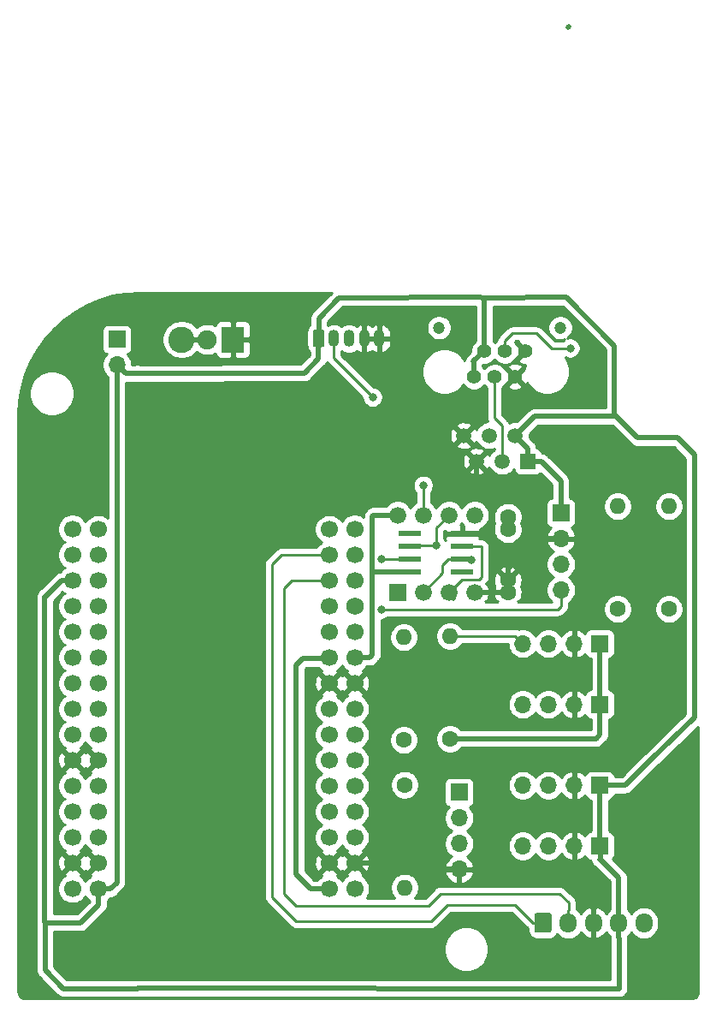
<source format=gbr>
G04 #@! TF.GenerationSoftware,KiCad,Pcbnew,5.1.5+dfsg1-2build2*
G04 #@! TF.CreationDate,2021-08-05T17:19:56+02:00*
G04 #@! TF.ProjectId,Airrohr_pcb,41697272-6f68-4725-9f70-63622e6b6963,rev?*
G04 #@! TF.SameCoordinates,Original*
G04 #@! TF.FileFunction,Copper,L1,Top*
G04 #@! TF.FilePolarity,Positive*
%FSLAX46Y46*%
G04 Gerber Fmt 4.6, Leading zero omitted, Abs format (unit mm)*
G04 Created by KiCad (PCBNEW 5.1.5+dfsg1-2build2) date 2021-08-05 17:19:56*
%MOMM*%
%LPD*%
G04 APERTURE LIST*
%ADD10C,1.400000*%
%ADD11C,1.200000*%
%ADD12R,1.520000X1.520000*%
%ADD13C,1.520000*%
%ADD14O,1.600000X1.600000*%
%ADD15C,1.600000*%
%ADD16R,1.000000X0.500000*%
%ADD17C,1.900000*%
%ADD18R,2.200000X2.600000*%
%ADD19C,2.600000*%
%ADD20O,1.700000X1.700000*%
%ADD21R,1.700000X1.700000*%
%ADD22R,1.676400X1.676400*%
%ADD23C,1.676400*%
%ADD24R,2.200000X0.600000*%
%ADD25O,1.700000X1.950000*%
%ADD26C,0.100000*%
%ADD27C,1.700000*%
%ADD28C,1.740000*%
%ADD29O,1.100000X1.700000*%
%ADD30C,0.800000*%
%ADD31C,0.500000*%
%ADD32C,0.250000*%
%ADD33C,0.254000*%
G04 APERTURE END LIST*
D10*
X185448100Y-26757760D03*
X186468100Y-24217760D03*
X187488100Y-26757760D03*
X188508100Y-24217760D03*
X189528100Y-26757760D03*
X190548100Y-24217760D03*
D11*
X193998100Y-21917760D03*
X181998100Y-21917760D03*
D12*
X190792100Y-35144720D03*
D13*
X189522100Y-32604720D03*
X188252100Y-35144720D03*
X186982100Y-32604720D03*
X185712100Y-35144720D03*
X184442100Y-32604720D03*
D14*
X204741020Y-39583360D03*
D15*
X204741020Y-49743360D03*
D16*
X157834800Y-23088600D03*
D17*
X159054800Y-23088600D03*
D18*
X161594800Y-23088600D03*
D19*
X156514800Y-23088600D03*
D20*
X194061080Y-47857260D03*
X194061080Y-45317260D03*
X194061080Y-42777260D03*
D21*
X194061080Y-40237260D03*
D22*
X177906680Y-48084740D03*
D23*
X180446680Y-48084740D03*
X182986680Y-48084740D03*
X185526680Y-48084740D03*
X185526680Y-40464740D03*
X182986680Y-40464740D03*
X180446680Y-40464740D03*
X177906680Y-40464740D03*
D20*
X190285000Y-59168400D03*
X192825000Y-59168400D03*
X195365000Y-59168400D03*
D21*
X197905000Y-59168400D03*
D20*
X190285000Y-53168400D03*
X192825000Y-53168400D03*
X195365000Y-53168400D03*
D21*
X197905000Y-53168400D03*
D24*
X179091280Y-42293540D03*
X179091280Y-43563540D03*
X179091280Y-46103540D03*
X184291280Y-42293540D03*
X184291280Y-43563540D03*
X184291280Y-46103540D03*
X179091280Y-44833540D03*
X184291280Y-44833540D03*
D15*
X188803280Y-46867140D03*
X188803280Y-41867140D03*
X188803280Y-40617140D03*
X188803280Y-48117140D03*
D25*
X202278000Y-80772000D03*
X199778000Y-80772000D03*
X197278000Y-80772000D03*
X194778000Y-80772000D03*
G04 #@! TA.AperFunction,ComponentPad*
D26*
G36*
X192902504Y-79798204D02*
G01*
X192926773Y-79801804D01*
X192950571Y-79807765D01*
X192973671Y-79816030D01*
X192995849Y-79826520D01*
X193016893Y-79839133D01*
X193036598Y-79853747D01*
X193054777Y-79870223D01*
X193071253Y-79888402D01*
X193085867Y-79908107D01*
X193098480Y-79929151D01*
X193108970Y-79951329D01*
X193117235Y-79974429D01*
X193123196Y-79998227D01*
X193126796Y-80022496D01*
X193128000Y-80047000D01*
X193128000Y-81497000D01*
X193126796Y-81521504D01*
X193123196Y-81545773D01*
X193117235Y-81569571D01*
X193108970Y-81592671D01*
X193098480Y-81614849D01*
X193085867Y-81635893D01*
X193071253Y-81655598D01*
X193054777Y-81673777D01*
X193036598Y-81690253D01*
X193016893Y-81704867D01*
X192995849Y-81717480D01*
X192973671Y-81727970D01*
X192950571Y-81736235D01*
X192926773Y-81742196D01*
X192902504Y-81745796D01*
X192878000Y-81747000D01*
X191678000Y-81747000D01*
X191653496Y-81745796D01*
X191629227Y-81742196D01*
X191605429Y-81736235D01*
X191582329Y-81727970D01*
X191560151Y-81717480D01*
X191539107Y-81704867D01*
X191519402Y-81690253D01*
X191501223Y-81673777D01*
X191484747Y-81655598D01*
X191470133Y-81635893D01*
X191457520Y-81614849D01*
X191447030Y-81592671D01*
X191438765Y-81569571D01*
X191432804Y-81545773D01*
X191429204Y-81521504D01*
X191428000Y-81497000D01*
X191428000Y-80047000D01*
X191429204Y-80022496D01*
X191432804Y-79998227D01*
X191438765Y-79974429D01*
X191447030Y-79951329D01*
X191457520Y-79929151D01*
X191470133Y-79908107D01*
X191484747Y-79888402D01*
X191501223Y-79870223D01*
X191519402Y-79853747D01*
X191539107Y-79839133D01*
X191560151Y-79826520D01*
X191582329Y-79816030D01*
X191605429Y-79807765D01*
X191629227Y-79801804D01*
X191653496Y-79798204D01*
X191678000Y-79797000D01*
X192878000Y-79797000D01*
X192902504Y-79798204D01*
G37*
G04 #@! TD.AperFunction*
D27*
X171138600Y-44399200D03*
X171138600Y-49479200D03*
X171138600Y-46939200D03*
X171138600Y-67259200D03*
X171138600Y-64719200D03*
X171138600Y-59639200D03*
X171138600Y-62179200D03*
X171138600Y-77419200D03*
X171138600Y-57099200D03*
X171138600Y-52019200D03*
X171138600Y-54559200D03*
X171138600Y-69799200D03*
X171138600Y-74879200D03*
X171138600Y-72339200D03*
X171138600Y-41859200D03*
X148278600Y-77419200D03*
X148278600Y-74879200D03*
X148278600Y-72339200D03*
X148278600Y-69799200D03*
X148278600Y-67259200D03*
X148278600Y-64719200D03*
X148278600Y-62179200D03*
X148278600Y-59639200D03*
X148278600Y-57099200D03*
X148278600Y-54559200D03*
X148278600Y-52019200D03*
X148278600Y-49479200D03*
X148278600Y-46939200D03*
X148278600Y-44399200D03*
X148278600Y-41859200D03*
X173653200Y-41833800D03*
X173653200Y-44373800D03*
X173653200Y-46913800D03*
D28*
X173653200Y-49453800D03*
D27*
X173653200Y-51993800D03*
X173653200Y-54533800D03*
X173653200Y-57073800D03*
X173653200Y-59613800D03*
X173653200Y-62153800D03*
X173653200Y-64693800D03*
X173653200Y-67233800D03*
X173653200Y-69773800D03*
X173653200Y-72313800D03*
X173653200Y-74853800D03*
X173653200Y-77393800D03*
X145713200Y-77393800D03*
X145713200Y-74853800D03*
X145713200Y-72313800D03*
X145713200Y-69773800D03*
X145713200Y-67233800D03*
X145713200Y-64693800D03*
X145713200Y-62153800D03*
X145713200Y-59613800D03*
X145713200Y-57073800D03*
X145713200Y-54533800D03*
X145713200Y-51993800D03*
X145713200Y-49453800D03*
X145713200Y-46913800D03*
X145713200Y-44373800D03*
X145713200Y-41833800D03*
D20*
X190285000Y-73168400D03*
X192825000Y-73168400D03*
X195365000Y-73168400D03*
D21*
X197905000Y-73168400D03*
D20*
X190285000Y-67168400D03*
X192825000Y-67168400D03*
X195365000Y-67168400D03*
D21*
X197905000Y-67168400D03*
D29*
X176085000Y-22987000D03*
X174585000Y-22987000D03*
X173085000Y-22987000D03*
X171585000Y-22987000D03*
G04 #@! TA.AperFunction,ComponentPad*
D26*
G36*
X170489149Y-22137779D02*
G01*
X170504846Y-22140107D01*
X170520239Y-22143963D01*
X170535180Y-22149309D01*
X170549525Y-22156093D01*
X170563136Y-22164251D01*
X170575881Y-22173704D01*
X170587639Y-22184361D01*
X170598296Y-22196119D01*
X170607749Y-22208864D01*
X170615907Y-22222475D01*
X170622691Y-22236820D01*
X170628037Y-22251761D01*
X170631893Y-22267154D01*
X170634221Y-22282851D01*
X170635000Y-22298700D01*
X170635000Y-23675300D01*
X170634221Y-23691149D01*
X170631893Y-23706846D01*
X170628037Y-23722239D01*
X170622691Y-23737180D01*
X170615907Y-23751525D01*
X170607749Y-23765136D01*
X170598296Y-23777881D01*
X170587639Y-23789639D01*
X170575881Y-23800296D01*
X170563136Y-23809749D01*
X170549525Y-23817907D01*
X170535180Y-23824691D01*
X170520239Y-23830037D01*
X170504846Y-23833893D01*
X170489149Y-23836221D01*
X170473300Y-23837000D01*
X169696700Y-23837000D01*
X169680851Y-23836221D01*
X169665154Y-23833893D01*
X169649761Y-23830037D01*
X169634820Y-23824691D01*
X169620475Y-23817907D01*
X169606864Y-23809749D01*
X169594119Y-23800296D01*
X169582361Y-23789639D01*
X169571704Y-23777881D01*
X169562251Y-23765136D01*
X169554093Y-23751525D01*
X169547309Y-23737180D01*
X169541963Y-23722239D01*
X169538107Y-23706846D01*
X169535779Y-23691149D01*
X169535000Y-23675300D01*
X169535000Y-22298700D01*
X169535779Y-22282851D01*
X169538107Y-22267154D01*
X169541963Y-22251761D01*
X169547309Y-22236820D01*
X169554093Y-22222475D01*
X169562251Y-22208864D01*
X169571704Y-22196119D01*
X169582361Y-22184361D01*
X169594119Y-22173704D01*
X169606864Y-22164251D01*
X169620475Y-22156093D01*
X169634820Y-22149309D01*
X169649761Y-22143963D01*
X169665154Y-22140107D01*
X169680851Y-22137779D01*
X169696700Y-22137000D01*
X170473300Y-22137000D01*
X170489149Y-22137779D01*
G37*
G04 #@! TD.AperFunction*
D14*
X199677020Y-39583360D03*
D15*
X199677020Y-49743360D03*
D14*
X178516280Y-52537360D03*
D15*
X178516280Y-62697360D03*
D14*
X183088280Y-52410360D03*
D15*
X183088280Y-62570360D03*
D14*
X178574700Y-77287120D03*
D15*
X178574700Y-67127120D03*
D20*
X183984900Y-75483720D03*
X183984900Y-72943720D03*
X183984900Y-70403720D03*
D21*
X183984900Y-67863720D03*
D20*
X150114000Y-25603200D03*
D21*
X150114000Y-23063200D03*
D30*
X181742080Y-43487340D03*
X175427640Y-28788360D03*
X176273460Y-44833540D03*
X176273460Y-49771300D03*
X180431440Y-37510720D03*
X194980560Y-23944580D03*
X185173620Y-44866560D03*
D31*
X194828160Y7861300D02*
X194726560Y7759700D01*
D32*
X185526680Y-48084740D02*
X186712073Y-48084740D01*
D31*
X188770880Y-48084740D02*
X188803280Y-48117140D01*
X185526680Y-48084740D02*
X188770880Y-48084740D01*
D32*
X174218600Y-74168000D02*
X174218600Y-74269600D01*
D31*
X173653200Y-74853800D02*
X181091840Y-74853800D01*
X181721760Y-75483720D02*
X183984900Y-75483720D01*
X181091840Y-74853800D02*
X181721760Y-75483720D01*
X188803280Y-46867140D02*
X188803280Y-48117140D01*
X192858999Y-42777260D02*
X194061080Y-42777260D01*
X191761790Y-42777260D02*
X192858999Y-42777260D01*
X188803280Y-45735770D02*
X191761790Y-42777260D01*
X188803280Y-46867140D02*
X188803280Y-45735770D01*
X185712100Y-35144720D02*
X185712100Y-37355780D01*
X185712100Y-37355780D02*
X187225940Y-38869620D01*
X187225940Y-45289800D02*
X188803280Y-46867140D01*
X184291280Y-42293540D02*
X185891280Y-42293540D01*
X185896360Y-42298620D02*
X187185300Y-42298620D01*
X185891280Y-42293540D02*
X185896360Y-42298620D01*
X187225940Y-38869620D02*
X187185300Y-42298620D01*
X187185300Y-42298620D02*
X187225940Y-45289800D01*
X167862000Y-75996800D02*
X169284400Y-77419200D01*
X169284400Y-77419200D02*
X171138600Y-77419200D01*
X171062400Y-54559200D02*
X170986200Y-54635400D01*
X170986200Y-54635400D02*
X168522400Y-54635400D01*
X168522400Y-54635400D02*
X167862000Y-55295800D01*
X167862000Y-55295800D02*
X167862000Y-75996800D01*
X197905000Y-54518400D02*
X197905000Y-59168400D01*
X197905000Y-53168400D02*
X197905000Y-54518400D01*
X188803280Y-40617140D02*
X188803280Y-41867140D01*
X175125380Y-54533800D02*
X173653200Y-54533800D01*
X175400599Y-54258581D02*
X175125380Y-54533800D01*
X175536860Y-40464740D02*
X177906680Y-40464740D01*
X175400599Y-40601001D02*
X175536860Y-40464740D01*
X175445420Y-46103540D02*
X175409860Y-46067980D01*
X179091280Y-46103540D02*
X175445420Y-46103540D01*
X175400599Y-40601001D02*
X175409860Y-46067980D01*
X175409860Y-46067980D02*
X175400599Y-54258581D01*
X197905000Y-62173760D02*
X197905000Y-59168400D01*
X197912980Y-62181740D02*
X197905000Y-62173760D01*
X183088280Y-62570360D02*
X197524360Y-62570360D01*
X197524360Y-62570360D02*
X197912980Y-62181740D01*
D32*
X166363400Y-44399200D02*
X165474400Y-45288200D01*
X171138600Y-44399200D02*
X166363400Y-44399200D01*
X191328000Y-80772000D02*
X192278000Y-80772000D01*
X165474400Y-45288200D02*
X165486080Y-78148180D01*
X165486080Y-78247240D02*
X167830500Y-80591660D01*
X165486080Y-78148180D02*
X165486080Y-78247240D01*
X167827960Y-80591660D02*
X167830500Y-80591660D01*
X189532260Y-79006700D02*
X190192660Y-79667100D01*
X190068160Y-79512160D02*
X190192660Y-79667100D01*
X181251860Y-80591660D02*
X182836820Y-79006700D01*
X167830500Y-80591660D02*
X181251860Y-80591660D01*
X190192660Y-79667100D02*
X191328000Y-80772000D01*
X182836820Y-79006700D02*
X189532260Y-79006700D01*
X169936519Y-46939200D02*
X171138600Y-46939200D01*
X169931439Y-46934120D02*
X169936519Y-46939200D01*
X194818000Y-79507000D02*
X194818000Y-78740000D01*
X182112920Y-77889100D02*
X180939870Y-79062150D01*
X166672260Y-77886560D02*
X166672260Y-47660560D01*
X193888360Y-77889100D02*
X182112920Y-77889100D01*
X194778000Y-80772000D02*
X194778000Y-79547000D01*
X194818000Y-78740000D02*
X193888360Y-77889100D01*
X194778000Y-79547000D02*
X194818000Y-79507000D01*
X166672260Y-47660560D02*
X167398700Y-46934120D01*
X180939870Y-79062150D02*
X167847850Y-79062150D01*
X167847850Y-79062150D02*
X166672260Y-77886560D01*
X167398700Y-46934120D02*
X169931439Y-46934120D01*
D31*
X144635570Y-46913800D02*
X142995400Y-48553970D01*
X145713200Y-46913800D02*
X144635570Y-46913800D01*
D32*
X148278600Y-77419200D02*
X148126200Y-77419200D01*
D31*
X142970000Y-48514000D02*
X142970000Y-80732030D01*
X150114000Y-75361800D02*
X150114000Y-25603200D01*
X197905000Y-71818400D02*
X197905000Y-67168400D01*
X197905000Y-73168400D02*
X197905000Y-71818400D01*
X150114000Y-25603200D02*
X150963999Y-26453199D01*
X152517741Y-26453199D02*
X152519380Y-26451560D01*
X152128881Y-26416000D02*
X152519380Y-26451560D01*
X150963999Y-26453199D02*
X152517741Y-26453199D01*
X152519380Y-26451560D02*
X168656000Y-26416000D01*
X170085000Y-23837000D02*
X170070780Y-23851220D01*
X170085000Y-22987000D02*
X170085000Y-23837000D01*
X170070780Y-25001220D02*
X168656000Y-26416000D01*
X170070780Y-23851220D02*
X170070780Y-25001220D01*
X192052100Y-35144720D02*
X192057260Y-35139560D01*
X150114000Y-76785881D02*
X150114000Y-75361800D01*
X149480681Y-77419200D02*
X150114000Y-76785881D01*
X148278600Y-77419200D02*
X149480681Y-77419200D01*
X148304000Y-78994000D02*
X146526000Y-80772000D01*
X148304000Y-78646681D02*
X148304000Y-78994000D01*
X148278600Y-78621281D02*
X148304000Y-78646681D01*
X152176480Y-87274400D02*
X152191720Y-87259160D01*
X148278600Y-77419200D02*
X148278600Y-78621281D01*
X146526000Y-80772000D02*
X142995400Y-80772000D01*
X142995400Y-80772000D02*
X142995400Y-85456780D01*
X142995400Y-85456780D02*
X144813020Y-87274400D01*
X144813020Y-87274400D02*
X152176480Y-87274400D01*
X199821800Y-82290800D02*
X199821800Y-87292180D01*
X199778000Y-80772000D02*
X199778000Y-82247000D01*
X152191720Y-87259160D02*
X199821800Y-87292180D01*
X199778000Y-82247000D02*
X199821800Y-82290800D01*
X199778000Y-79297000D02*
X199788780Y-79286220D01*
X199778000Y-80772000D02*
X199778000Y-79297000D01*
X199788780Y-76306680D02*
X197975220Y-74493120D01*
X199788780Y-79286220D02*
X199788780Y-76306680D01*
X197905000Y-73168400D02*
X197975220Y-74493120D01*
X197975220Y-74493120D02*
X197905000Y-74518400D01*
X191427180Y-30699640D02*
X189522100Y-32604720D01*
X199531040Y-30699640D02*
X191427180Y-30699640D01*
X194061080Y-38887260D02*
X194048380Y-38874560D01*
X194061080Y-40237260D02*
X194061080Y-38887260D01*
X194048380Y-37101780D02*
X192100200Y-35153600D01*
X194048380Y-38874560D02*
X194048380Y-37101780D01*
X190792100Y-35144720D02*
X192100200Y-35153600D01*
X192100200Y-35153600D02*
X192052100Y-35144720D01*
X190792100Y-33874720D02*
X189522100Y-32604720D01*
X190792100Y-35144720D02*
X190792100Y-33874720D01*
X201640580Y-32809180D02*
X199531040Y-30699640D01*
X205590140Y-32809180D02*
X201640580Y-32809180D01*
X202955800Y-64650000D02*
X207276700Y-60467240D01*
X207276700Y-34495740D02*
X205590140Y-32809180D01*
X207276700Y-60467240D02*
X207276700Y-34495740D01*
X199364600Y-30533200D02*
X199531040Y-30699640D01*
X170085000Y-20989800D02*
X172110400Y-18964400D01*
X172110400Y-18964400D02*
X185851800Y-18939000D01*
X199364600Y-23698200D02*
X199364600Y-30533200D01*
X170085000Y-22987000D02*
X170085000Y-20989800D01*
X194605400Y-18939000D02*
X199364600Y-23698200D01*
X200437400Y-67168400D02*
X197905000Y-67168400D01*
X202955800Y-64650000D02*
X200437400Y-67168400D01*
X186468100Y-24217760D02*
X185399680Y-25286180D01*
X185448100Y-25334600D02*
X185448100Y-26757760D01*
X185399680Y-25286180D02*
X185448100Y-25334600D01*
X186494420Y-23201491D02*
X186494420Y-18983960D01*
X186468100Y-23227811D02*
X186494420Y-23201491D01*
X186468100Y-24217760D02*
X186468100Y-23227811D01*
X185851800Y-18939000D02*
X186494420Y-18983960D01*
X186494420Y-18983960D02*
X194605400Y-18939000D01*
D32*
X181742080Y-41709340D02*
X182986680Y-40464740D01*
X181742080Y-43487340D02*
X181742080Y-43487340D01*
X183113680Y-52410360D02*
X183088280Y-52410360D01*
X189526960Y-52410360D02*
X190285000Y-53168400D01*
X183088280Y-52410360D02*
X189526960Y-52410360D01*
X181742080Y-43487340D02*
X181742080Y-41709340D01*
X179167480Y-43487340D02*
X179091280Y-43563540D01*
X181742080Y-43487340D02*
X179167480Y-43487340D01*
X171585000Y-24830685D02*
X171585000Y-22987000D01*
X174861955Y-28222675D02*
X175427640Y-28788360D01*
X174861955Y-28222675D02*
X174859415Y-28222675D01*
X171585000Y-24948260D02*
X171585000Y-24830685D01*
X174859415Y-28222675D02*
X171585000Y-24948260D01*
D31*
X183388000Y-48717200D02*
X182626000Y-47980600D01*
D32*
X192542400Y-66819119D02*
X192567800Y-66793719D01*
X186187080Y-43563540D02*
X186237880Y-43614340D01*
X184291280Y-43563540D02*
X186187080Y-43563540D01*
X186237880Y-43614340D02*
X186237880Y-46560740D01*
X185958480Y-46840140D02*
X184231280Y-46840140D01*
X184231280Y-46840140D02*
X182986680Y-48084740D01*
X186237880Y-46560740D02*
X185958480Y-46840140D01*
X194645280Y-47908060D02*
X193443199Y-47908060D01*
X204690220Y-39583360D02*
X204741020Y-39583360D01*
X179091280Y-44833540D02*
X176273460Y-44833540D01*
X176273460Y-44833540D02*
X176273460Y-44833540D01*
X176273460Y-49771300D02*
X193779140Y-49771300D01*
X194061080Y-49489360D02*
X194061080Y-47857260D01*
X193779140Y-49771300D02*
X194061080Y-49489360D01*
X180431440Y-40449500D02*
X180446680Y-40464740D01*
X180431440Y-37510720D02*
X180431440Y-40449500D01*
X188508100Y-23227811D02*
X189251831Y-22484080D01*
X188508100Y-24217760D02*
X188508100Y-23227811D01*
X189251831Y-22484080D02*
X190840360Y-22484080D01*
X190840360Y-22484080D02*
X191670940Y-22484080D01*
X191670940Y-22484080D02*
X192747900Y-23561040D01*
X192747900Y-23561040D02*
X193131440Y-23944580D01*
X193131440Y-23944580D02*
X194980560Y-23944580D01*
X194980560Y-23944580D02*
X194980560Y-23944580D01*
X182941280Y-44833540D02*
X184291280Y-44833540D01*
X182351680Y-46179740D02*
X182351680Y-45423140D01*
X182351680Y-45423140D02*
X182941280Y-44833540D01*
X180446680Y-48084740D02*
X182351680Y-46179740D01*
X187490100Y-30850840D02*
X188252100Y-31612840D01*
X187490100Y-27749709D02*
X187490100Y-30850840D01*
X188252100Y-31612840D02*
X188252100Y-35144720D01*
X187488100Y-26757760D02*
X187488100Y-27747709D01*
X187488100Y-27747709D02*
X187490100Y-27749709D01*
X202949200Y-80799400D02*
X202949200Y-80924400D01*
D33*
G36*
X169489951Y-20333271D02*
G01*
X169456184Y-20360983D01*
X169428471Y-20394751D01*
X169428468Y-20394754D01*
X169345590Y-20495741D01*
X169263412Y-20649487D01*
X169212805Y-20816310D01*
X169195719Y-20989800D01*
X169200001Y-21033279D01*
X169200001Y-21676693D01*
X169131176Y-21733176D01*
X169031714Y-21854370D01*
X168957807Y-21992641D01*
X168912295Y-22142672D01*
X168896928Y-22298700D01*
X168896928Y-23675300D01*
X168912295Y-23831328D01*
X168957807Y-23981359D01*
X169031714Y-24119630D01*
X169131176Y-24240824D01*
X169185780Y-24285637D01*
X169185781Y-24634641D01*
X168288614Y-25531808D01*
X152561877Y-25566464D01*
X152519380Y-25562279D01*
X152516111Y-25562601D01*
X152165841Y-25530704D01*
X152035204Y-25531666D01*
X151864479Y-25566935D01*
X151861490Y-25568199D01*
X151599000Y-25568199D01*
X151599000Y-25456940D01*
X151541932Y-25170042D01*
X151429990Y-24899789D01*
X151267475Y-24656568D01*
X151135620Y-24524713D01*
X151208180Y-24502702D01*
X151318494Y-24443737D01*
X151415185Y-24364385D01*
X151494537Y-24267694D01*
X151553502Y-24157380D01*
X151589812Y-24037682D01*
X151602072Y-23913200D01*
X151602072Y-22898019D01*
X154579800Y-22898019D01*
X154579800Y-23279181D01*
X154654161Y-23653019D01*
X154800025Y-24005166D01*
X155011787Y-24322091D01*
X155281309Y-24591613D01*
X155598234Y-24803375D01*
X155950381Y-24949239D01*
X156324219Y-25023600D01*
X156705381Y-25023600D01*
X157079219Y-24949239D01*
X157431366Y-24803375D01*
X157748291Y-24591613D01*
X158017813Y-24322091D01*
X158029408Y-24304737D01*
X158044421Y-24319750D01*
X158304021Y-24493209D01*
X158592473Y-24612689D01*
X158898691Y-24673600D01*
X159210909Y-24673600D01*
X159517127Y-24612689D01*
X159805579Y-24493209D01*
X159863236Y-24454684D01*
X159868988Y-24513082D01*
X159905298Y-24632780D01*
X159964263Y-24743094D01*
X160043615Y-24839785D01*
X160140306Y-24919137D01*
X160250620Y-24978102D01*
X160370318Y-25014412D01*
X160494800Y-25026672D01*
X161309050Y-25023600D01*
X161467800Y-24864850D01*
X161467800Y-23215600D01*
X161721800Y-23215600D01*
X161721800Y-24864850D01*
X161880550Y-25023600D01*
X162694800Y-25026672D01*
X162819282Y-25014412D01*
X162938980Y-24978102D01*
X163049294Y-24919137D01*
X163145985Y-24839785D01*
X163225337Y-24743094D01*
X163284302Y-24632780D01*
X163320612Y-24513082D01*
X163332872Y-24388600D01*
X163329800Y-23374350D01*
X163171050Y-23215600D01*
X161721800Y-23215600D01*
X161467800Y-23215600D01*
X161447800Y-23215600D01*
X161447800Y-22961600D01*
X161467800Y-22961600D01*
X161467800Y-21312350D01*
X161721800Y-21312350D01*
X161721800Y-22961600D01*
X163171050Y-22961600D01*
X163329800Y-22802850D01*
X163332872Y-21788600D01*
X163320612Y-21664118D01*
X163284302Y-21544420D01*
X163225337Y-21434106D01*
X163145985Y-21337415D01*
X163049294Y-21258063D01*
X162938980Y-21199098D01*
X162819282Y-21162788D01*
X162694800Y-21150528D01*
X161880550Y-21153600D01*
X161721800Y-21312350D01*
X161467800Y-21312350D01*
X161309050Y-21153600D01*
X160494800Y-21150528D01*
X160370318Y-21162788D01*
X160250620Y-21199098D01*
X160140306Y-21258063D01*
X160043615Y-21337415D01*
X159964263Y-21434106D01*
X159905298Y-21544420D01*
X159868988Y-21664118D01*
X159863236Y-21722516D01*
X159805579Y-21683991D01*
X159517127Y-21564511D01*
X159210909Y-21503600D01*
X158898691Y-21503600D01*
X158592473Y-21564511D01*
X158304021Y-21683991D01*
X158044421Y-21857450D01*
X158029408Y-21872463D01*
X158017813Y-21855109D01*
X157748291Y-21585587D01*
X157431366Y-21373825D01*
X157079219Y-21227961D01*
X156705381Y-21153600D01*
X156324219Y-21153600D01*
X155950381Y-21227961D01*
X155598234Y-21373825D01*
X155281309Y-21585587D01*
X155011787Y-21855109D01*
X154800025Y-22172034D01*
X154654161Y-22524181D01*
X154579800Y-22898019D01*
X151602072Y-22898019D01*
X151602072Y-22213200D01*
X151589812Y-22088718D01*
X151553502Y-21969020D01*
X151494537Y-21858706D01*
X151415185Y-21762015D01*
X151318494Y-21682663D01*
X151208180Y-21623698D01*
X151088482Y-21587388D01*
X150964000Y-21575128D01*
X149264000Y-21575128D01*
X149139518Y-21587388D01*
X149019820Y-21623698D01*
X148909506Y-21682663D01*
X148812815Y-21762015D01*
X148733463Y-21858706D01*
X148674498Y-21969020D01*
X148638188Y-22088718D01*
X148625928Y-22213200D01*
X148625928Y-23913200D01*
X148638188Y-24037682D01*
X148674498Y-24157380D01*
X148733463Y-24267694D01*
X148812815Y-24364385D01*
X148909506Y-24443737D01*
X149019820Y-24502702D01*
X149092380Y-24524713D01*
X148960525Y-24656568D01*
X148798010Y-24899789D01*
X148686068Y-25170042D01*
X148629000Y-25456940D01*
X148629000Y-25749460D01*
X148686068Y-26036358D01*
X148798010Y-26306611D01*
X148960525Y-26549832D01*
X149167368Y-26756675D01*
X149229001Y-26797857D01*
X149229001Y-40709494D01*
X149225232Y-40705725D01*
X148982011Y-40543210D01*
X148711758Y-40431268D01*
X148424860Y-40374200D01*
X148132340Y-40374200D01*
X147845442Y-40431268D01*
X147575189Y-40543210D01*
X147331968Y-40705725D01*
X147125125Y-40912568D01*
X147004386Y-41093267D01*
X146866675Y-40887168D01*
X146659832Y-40680325D01*
X146416611Y-40517810D01*
X146146358Y-40405868D01*
X145859460Y-40348800D01*
X145566940Y-40348800D01*
X145280042Y-40405868D01*
X145009789Y-40517810D01*
X144766568Y-40680325D01*
X144559725Y-40887168D01*
X144397210Y-41130389D01*
X144285268Y-41400642D01*
X144228200Y-41687540D01*
X144228200Y-41980060D01*
X144285268Y-42266958D01*
X144397210Y-42537211D01*
X144559725Y-42780432D01*
X144766568Y-42987275D01*
X144940960Y-43103800D01*
X144766568Y-43220325D01*
X144559725Y-43427168D01*
X144397210Y-43670389D01*
X144285268Y-43940642D01*
X144228200Y-44227540D01*
X144228200Y-44520060D01*
X144285268Y-44806958D01*
X144397210Y-45077211D01*
X144559725Y-45320432D01*
X144766568Y-45527275D01*
X144940960Y-45643800D01*
X144766568Y-45760325D01*
X144559725Y-45967168D01*
X144513363Y-46036554D01*
X144462080Y-46041605D01*
X144295256Y-46092211D01*
X144141511Y-46174389D01*
X144040523Y-46257268D01*
X144040521Y-46257270D01*
X144006753Y-46284983D01*
X143979040Y-46318751D01*
X142577471Y-47720321D01*
X142475941Y-47774589D01*
X142341183Y-47885183D01*
X142230589Y-48019942D01*
X142148411Y-48173688D01*
X142097805Y-48340511D01*
X142085000Y-48470524D01*
X142085001Y-80775507D01*
X142097806Y-80905520D01*
X142110400Y-80947036D01*
X142110401Y-85413301D01*
X142106119Y-85456780D01*
X142123205Y-85630270D01*
X142173812Y-85797093D01*
X142255990Y-85950839D01*
X142338868Y-86051826D01*
X142338871Y-86051829D01*
X142366584Y-86085597D01*
X142400351Y-86113309D01*
X144156490Y-87869449D01*
X144184203Y-87903217D01*
X144217971Y-87930930D01*
X144217973Y-87930932D01*
X144300244Y-87998450D01*
X144318961Y-88013811D01*
X144472707Y-88095989D01*
X144639530Y-88146595D01*
X144769543Y-88159400D01*
X144769551Y-88159400D01*
X144813020Y-88163681D01*
X144856489Y-88159400D01*
X152133011Y-88159400D01*
X152176480Y-88163681D01*
X152219949Y-88159400D01*
X152219957Y-88159400D01*
X152349970Y-88146595D01*
X152357619Y-88144275D01*
X199778008Y-88177149D01*
X199821800Y-88181462D01*
X199909206Y-88172853D01*
X199994684Y-88164495D01*
X199994980Y-88164406D01*
X199995290Y-88164375D01*
X200079471Y-88138839D01*
X200161542Y-88114004D01*
X200161810Y-88113861D01*
X200162113Y-88113769D01*
X200240087Y-88072092D01*
X200315345Y-88031933D01*
X200315581Y-88031740D01*
X200315859Y-88031591D01*
X200384261Y-87975454D01*
X200450180Y-87921432D01*
X200450373Y-87921197D01*
X200450617Y-87920997D01*
X200506874Y-87852449D01*
X200560867Y-87786751D01*
X200561010Y-87786484D01*
X200561211Y-87786239D01*
X200603109Y-87707853D01*
X200643152Y-87633062D01*
X200643241Y-87632771D01*
X200643389Y-87632493D01*
X200668947Y-87548240D01*
X200693874Y-87466274D01*
X200693904Y-87465969D01*
X200693995Y-87465670D01*
X200702612Y-87378176D01*
X200711081Y-87292796D01*
X200706800Y-87249019D01*
X200706800Y-82334269D01*
X200711081Y-82290800D01*
X200706800Y-82247331D01*
X200706800Y-82247323D01*
X200693995Y-82117310D01*
X200681611Y-82076486D01*
X200833134Y-81952134D01*
X201018706Y-81726014D01*
X201028000Y-81708626D01*
X201037294Y-81726014D01*
X201222866Y-81952134D01*
X201448987Y-82137706D01*
X201706967Y-82275599D01*
X201986890Y-82360513D01*
X202278000Y-82389185D01*
X202569111Y-82360513D01*
X202849034Y-82275599D01*
X203107014Y-82137706D01*
X203333134Y-81952134D01*
X203518706Y-81726014D01*
X203656599Y-81468033D01*
X203741513Y-81188110D01*
X203763000Y-80969949D01*
X203763000Y-80574050D01*
X203741513Y-80355889D01*
X203656599Y-80075966D01*
X203518706Y-79817986D01*
X203333134Y-79591866D01*
X203107013Y-79406294D01*
X202849033Y-79268401D01*
X202569110Y-79183487D01*
X202278000Y-79154815D01*
X201986889Y-79183487D01*
X201706966Y-79268401D01*
X201448986Y-79406294D01*
X201222866Y-79591866D01*
X201037294Y-79817987D01*
X201028000Y-79835374D01*
X201018706Y-79817986D01*
X200833134Y-79591866D01*
X200663000Y-79452241D01*
X200663000Y-79439150D01*
X200673780Y-79329697D01*
X200673780Y-79329687D01*
X200678061Y-79286221D01*
X200673780Y-79242755D01*
X200673780Y-76350145D01*
X200678061Y-76306679D01*
X200673780Y-76263213D01*
X200673780Y-76263203D01*
X200660975Y-76133190D01*
X200610369Y-75966367D01*
X200528191Y-75812621D01*
X200503990Y-75783132D01*
X200445312Y-75711633D01*
X200445310Y-75711631D01*
X200417597Y-75677863D01*
X200383829Y-75650150D01*
X199204580Y-74470902D01*
X199206185Y-74469585D01*
X199285537Y-74372894D01*
X199344502Y-74262580D01*
X199380812Y-74142882D01*
X199393072Y-74018400D01*
X199393072Y-72318400D01*
X199380812Y-72193918D01*
X199344502Y-72074220D01*
X199285537Y-71963906D01*
X199206185Y-71867215D01*
X199109494Y-71787863D01*
X198999180Y-71728898D01*
X198879482Y-71692588D01*
X198790000Y-71683775D01*
X198790000Y-68653025D01*
X198879482Y-68644212D01*
X198999180Y-68607902D01*
X199109494Y-68548937D01*
X199206185Y-68469585D01*
X199285537Y-68372894D01*
X199344502Y-68262580D01*
X199380812Y-68142882D01*
X199389625Y-68053400D01*
X200393931Y-68053400D01*
X200437400Y-68057681D01*
X200480869Y-68053400D01*
X200480877Y-68053400D01*
X200610890Y-68040595D01*
X200777713Y-67989989D01*
X200931459Y-67907811D01*
X201066217Y-67797217D01*
X201093934Y-67763444D01*
X203576544Y-65280835D01*
X207620001Y-61366649D01*
X207620001Y-87597711D01*
X207605278Y-87747869D01*
X207571047Y-87861246D01*
X207515446Y-87965817D01*
X207440594Y-88057595D01*
X207349335Y-88133091D01*
X207245160Y-88189419D01*
X207132024Y-88224440D01*
X206983979Y-88240000D01*
X141002279Y-88240000D01*
X140852131Y-88225278D01*
X140738754Y-88191047D01*
X140634183Y-88135446D01*
X140542405Y-88060594D01*
X140466909Y-87969335D01*
X140410581Y-87865160D01*
X140375560Y-87752024D01*
X140360000Y-87603979D01*
X140360000Y-30508169D01*
X140435088Y-29165108D01*
X140601728Y-28179872D01*
X141454400Y-28179872D01*
X141454400Y-28620128D01*
X141540290Y-29051925D01*
X141708769Y-29458669D01*
X141953362Y-29824729D01*
X142264671Y-30136038D01*
X142630731Y-30380631D01*
X143037475Y-30549110D01*
X143469272Y-30635000D01*
X143909528Y-30635000D01*
X144341325Y-30549110D01*
X144748069Y-30380631D01*
X145114129Y-30136038D01*
X145425438Y-29824729D01*
X145670031Y-29458669D01*
X145838510Y-29051925D01*
X145924400Y-28620128D01*
X145924400Y-28179872D01*
X145838510Y-27748075D01*
X145670031Y-27341331D01*
X145425438Y-26975271D01*
X145114129Y-26663962D01*
X144748069Y-26419369D01*
X144341325Y-26250890D01*
X143909528Y-26165000D01*
X143469272Y-26165000D01*
X143037475Y-26250890D01*
X142630731Y-26419369D01*
X142264671Y-26663962D01*
X141953362Y-26975271D01*
X141708769Y-27341331D01*
X141540290Y-27748075D01*
X141454400Y-28179872D01*
X140601728Y-28179872D01*
X140659803Y-27836519D01*
X141031219Y-26541236D01*
X141544698Y-25295442D01*
X142193848Y-24114645D01*
X142970571Y-23013570D01*
X143865191Y-22005934D01*
X144866562Y-21104297D01*
X145962187Y-20319906D01*
X147138422Y-19662531D01*
X148380609Y-19140363D01*
X149673251Y-18759918D01*
X151000246Y-18525933D01*
X152362342Y-18440238D01*
X152430476Y-18440000D01*
X171383221Y-18440000D01*
X169489951Y-20333271D01*
G37*
X169489951Y-20333271D02*
X169456184Y-20360983D01*
X169428471Y-20394751D01*
X169428468Y-20394754D01*
X169345590Y-20495741D01*
X169263412Y-20649487D01*
X169212805Y-20816310D01*
X169195719Y-20989800D01*
X169200001Y-21033279D01*
X169200001Y-21676693D01*
X169131176Y-21733176D01*
X169031714Y-21854370D01*
X168957807Y-21992641D01*
X168912295Y-22142672D01*
X168896928Y-22298700D01*
X168896928Y-23675300D01*
X168912295Y-23831328D01*
X168957807Y-23981359D01*
X169031714Y-24119630D01*
X169131176Y-24240824D01*
X169185780Y-24285637D01*
X169185781Y-24634641D01*
X168288614Y-25531808D01*
X152561877Y-25566464D01*
X152519380Y-25562279D01*
X152516111Y-25562601D01*
X152165841Y-25530704D01*
X152035204Y-25531666D01*
X151864479Y-25566935D01*
X151861490Y-25568199D01*
X151599000Y-25568199D01*
X151599000Y-25456940D01*
X151541932Y-25170042D01*
X151429990Y-24899789D01*
X151267475Y-24656568D01*
X151135620Y-24524713D01*
X151208180Y-24502702D01*
X151318494Y-24443737D01*
X151415185Y-24364385D01*
X151494537Y-24267694D01*
X151553502Y-24157380D01*
X151589812Y-24037682D01*
X151602072Y-23913200D01*
X151602072Y-22898019D01*
X154579800Y-22898019D01*
X154579800Y-23279181D01*
X154654161Y-23653019D01*
X154800025Y-24005166D01*
X155011787Y-24322091D01*
X155281309Y-24591613D01*
X155598234Y-24803375D01*
X155950381Y-24949239D01*
X156324219Y-25023600D01*
X156705381Y-25023600D01*
X157079219Y-24949239D01*
X157431366Y-24803375D01*
X157748291Y-24591613D01*
X158017813Y-24322091D01*
X158029408Y-24304737D01*
X158044421Y-24319750D01*
X158304021Y-24493209D01*
X158592473Y-24612689D01*
X158898691Y-24673600D01*
X159210909Y-24673600D01*
X159517127Y-24612689D01*
X159805579Y-24493209D01*
X159863236Y-24454684D01*
X159868988Y-24513082D01*
X159905298Y-24632780D01*
X159964263Y-24743094D01*
X160043615Y-24839785D01*
X160140306Y-24919137D01*
X160250620Y-24978102D01*
X160370318Y-25014412D01*
X160494800Y-25026672D01*
X161309050Y-25023600D01*
X161467800Y-24864850D01*
X161467800Y-23215600D01*
X161721800Y-23215600D01*
X161721800Y-24864850D01*
X161880550Y-25023600D01*
X162694800Y-25026672D01*
X162819282Y-25014412D01*
X162938980Y-24978102D01*
X163049294Y-24919137D01*
X163145985Y-24839785D01*
X163225337Y-24743094D01*
X163284302Y-24632780D01*
X163320612Y-24513082D01*
X163332872Y-24388600D01*
X163329800Y-23374350D01*
X163171050Y-23215600D01*
X161721800Y-23215600D01*
X161467800Y-23215600D01*
X161447800Y-23215600D01*
X161447800Y-22961600D01*
X161467800Y-22961600D01*
X161467800Y-21312350D01*
X161721800Y-21312350D01*
X161721800Y-22961600D01*
X163171050Y-22961600D01*
X163329800Y-22802850D01*
X163332872Y-21788600D01*
X163320612Y-21664118D01*
X163284302Y-21544420D01*
X163225337Y-21434106D01*
X163145985Y-21337415D01*
X163049294Y-21258063D01*
X162938980Y-21199098D01*
X162819282Y-21162788D01*
X162694800Y-21150528D01*
X161880550Y-21153600D01*
X161721800Y-21312350D01*
X161467800Y-21312350D01*
X161309050Y-21153600D01*
X160494800Y-21150528D01*
X160370318Y-21162788D01*
X160250620Y-21199098D01*
X160140306Y-21258063D01*
X160043615Y-21337415D01*
X159964263Y-21434106D01*
X159905298Y-21544420D01*
X159868988Y-21664118D01*
X159863236Y-21722516D01*
X159805579Y-21683991D01*
X159517127Y-21564511D01*
X159210909Y-21503600D01*
X158898691Y-21503600D01*
X158592473Y-21564511D01*
X158304021Y-21683991D01*
X158044421Y-21857450D01*
X158029408Y-21872463D01*
X158017813Y-21855109D01*
X157748291Y-21585587D01*
X157431366Y-21373825D01*
X157079219Y-21227961D01*
X156705381Y-21153600D01*
X156324219Y-21153600D01*
X155950381Y-21227961D01*
X155598234Y-21373825D01*
X155281309Y-21585587D01*
X155011787Y-21855109D01*
X154800025Y-22172034D01*
X154654161Y-22524181D01*
X154579800Y-22898019D01*
X151602072Y-22898019D01*
X151602072Y-22213200D01*
X151589812Y-22088718D01*
X151553502Y-21969020D01*
X151494537Y-21858706D01*
X151415185Y-21762015D01*
X151318494Y-21682663D01*
X151208180Y-21623698D01*
X151088482Y-21587388D01*
X150964000Y-21575128D01*
X149264000Y-21575128D01*
X149139518Y-21587388D01*
X149019820Y-21623698D01*
X148909506Y-21682663D01*
X148812815Y-21762015D01*
X148733463Y-21858706D01*
X148674498Y-21969020D01*
X148638188Y-22088718D01*
X148625928Y-22213200D01*
X148625928Y-23913200D01*
X148638188Y-24037682D01*
X148674498Y-24157380D01*
X148733463Y-24267694D01*
X148812815Y-24364385D01*
X148909506Y-24443737D01*
X149019820Y-24502702D01*
X149092380Y-24524713D01*
X148960525Y-24656568D01*
X148798010Y-24899789D01*
X148686068Y-25170042D01*
X148629000Y-25456940D01*
X148629000Y-25749460D01*
X148686068Y-26036358D01*
X148798010Y-26306611D01*
X148960525Y-26549832D01*
X149167368Y-26756675D01*
X149229001Y-26797857D01*
X149229001Y-40709494D01*
X149225232Y-40705725D01*
X148982011Y-40543210D01*
X148711758Y-40431268D01*
X148424860Y-40374200D01*
X148132340Y-40374200D01*
X147845442Y-40431268D01*
X147575189Y-40543210D01*
X147331968Y-40705725D01*
X147125125Y-40912568D01*
X147004386Y-41093267D01*
X146866675Y-40887168D01*
X146659832Y-40680325D01*
X146416611Y-40517810D01*
X146146358Y-40405868D01*
X145859460Y-40348800D01*
X145566940Y-40348800D01*
X145280042Y-40405868D01*
X145009789Y-40517810D01*
X144766568Y-40680325D01*
X144559725Y-40887168D01*
X144397210Y-41130389D01*
X144285268Y-41400642D01*
X144228200Y-41687540D01*
X144228200Y-41980060D01*
X144285268Y-42266958D01*
X144397210Y-42537211D01*
X144559725Y-42780432D01*
X144766568Y-42987275D01*
X144940960Y-43103800D01*
X144766568Y-43220325D01*
X144559725Y-43427168D01*
X144397210Y-43670389D01*
X144285268Y-43940642D01*
X144228200Y-44227540D01*
X144228200Y-44520060D01*
X144285268Y-44806958D01*
X144397210Y-45077211D01*
X144559725Y-45320432D01*
X144766568Y-45527275D01*
X144940960Y-45643800D01*
X144766568Y-45760325D01*
X144559725Y-45967168D01*
X144513363Y-46036554D01*
X144462080Y-46041605D01*
X144295256Y-46092211D01*
X144141511Y-46174389D01*
X144040523Y-46257268D01*
X144040521Y-46257270D01*
X144006753Y-46284983D01*
X143979040Y-46318751D01*
X142577471Y-47720321D01*
X142475941Y-47774589D01*
X142341183Y-47885183D01*
X142230589Y-48019942D01*
X142148411Y-48173688D01*
X142097805Y-48340511D01*
X142085000Y-48470524D01*
X142085001Y-80775507D01*
X142097806Y-80905520D01*
X142110400Y-80947036D01*
X142110401Y-85413301D01*
X142106119Y-85456780D01*
X142123205Y-85630270D01*
X142173812Y-85797093D01*
X142255990Y-85950839D01*
X142338868Y-86051826D01*
X142338871Y-86051829D01*
X142366584Y-86085597D01*
X142400351Y-86113309D01*
X144156490Y-87869449D01*
X144184203Y-87903217D01*
X144217971Y-87930930D01*
X144217973Y-87930932D01*
X144300244Y-87998450D01*
X144318961Y-88013811D01*
X144472707Y-88095989D01*
X144639530Y-88146595D01*
X144769543Y-88159400D01*
X144769551Y-88159400D01*
X144813020Y-88163681D01*
X144856489Y-88159400D01*
X152133011Y-88159400D01*
X152176480Y-88163681D01*
X152219949Y-88159400D01*
X152219957Y-88159400D01*
X152349970Y-88146595D01*
X152357619Y-88144275D01*
X199778008Y-88177149D01*
X199821800Y-88181462D01*
X199909206Y-88172853D01*
X199994684Y-88164495D01*
X199994980Y-88164406D01*
X199995290Y-88164375D01*
X200079471Y-88138839D01*
X200161542Y-88114004D01*
X200161810Y-88113861D01*
X200162113Y-88113769D01*
X200240087Y-88072092D01*
X200315345Y-88031933D01*
X200315581Y-88031740D01*
X200315859Y-88031591D01*
X200384261Y-87975454D01*
X200450180Y-87921432D01*
X200450373Y-87921197D01*
X200450617Y-87920997D01*
X200506874Y-87852449D01*
X200560867Y-87786751D01*
X200561010Y-87786484D01*
X200561211Y-87786239D01*
X200603109Y-87707853D01*
X200643152Y-87633062D01*
X200643241Y-87632771D01*
X200643389Y-87632493D01*
X200668947Y-87548240D01*
X200693874Y-87466274D01*
X200693904Y-87465969D01*
X200693995Y-87465670D01*
X200702612Y-87378176D01*
X200711081Y-87292796D01*
X200706800Y-87249019D01*
X200706800Y-82334269D01*
X200711081Y-82290800D01*
X200706800Y-82247331D01*
X200706800Y-82247323D01*
X200693995Y-82117310D01*
X200681611Y-82076486D01*
X200833134Y-81952134D01*
X201018706Y-81726014D01*
X201028000Y-81708626D01*
X201037294Y-81726014D01*
X201222866Y-81952134D01*
X201448987Y-82137706D01*
X201706967Y-82275599D01*
X201986890Y-82360513D01*
X202278000Y-82389185D01*
X202569111Y-82360513D01*
X202849034Y-82275599D01*
X203107014Y-82137706D01*
X203333134Y-81952134D01*
X203518706Y-81726014D01*
X203656599Y-81468033D01*
X203741513Y-81188110D01*
X203763000Y-80969949D01*
X203763000Y-80574050D01*
X203741513Y-80355889D01*
X203656599Y-80075966D01*
X203518706Y-79817986D01*
X203333134Y-79591866D01*
X203107013Y-79406294D01*
X202849033Y-79268401D01*
X202569110Y-79183487D01*
X202278000Y-79154815D01*
X201986889Y-79183487D01*
X201706966Y-79268401D01*
X201448986Y-79406294D01*
X201222866Y-79591866D01*
X201037294Y-79817987D01*
X201028000Y-79835374D01*
X201018706Y-79817986D01*
X200833134Y-79591866D01*
X200663000Y-79452241D01*
X200663000Y-79439150D01*
X200673780Y-79329697D01*
X200673780Y-79329687D01*
X200678061Y-79286221D01*
X200673780Y-79242755D01*
X200673780Y-76350145D01*
X200678061Y-76306679D01*
X200673780Y-76263213D01*
X200673780Y-76263203D01*
X200660975Y-76133190D01*
X200610369Y-75966367D01*
X200528191Y-75812621D01*
X200503990Y-75783132D01*
X200445312Y-75711633D01*
X200445310Y-75711631D01*
X200417597Y-75677863D01*
X200383829Y-75650150D01*
X199204580Y-74470902D01*
X199206185Y-74469585D01*
X199285537Y-74372894D01*
X199344502Y-74262580D01*
X199380812Y-74142882D01*
X199393072Y-74018400D01*
X199393072Y-72318400D01*
X199380812Y-72193918D01*
X199344502Y-72074220D01*
X199285537Y-71963906D01*
X199206185Y-71867215D01*
X199109494Y-71787863D01*
X198999180Y-71728898D01*
X198879482Y-71692588D01*
X198790000Y-71683775D01*
X198790000Y-68653025D01*
X198879482Y-68644212D01*
X198999180Y-68607902D01*
X199109494Y-68548937D01*
X199206185Y-68469585D01*
X199285537Y-68372894D01*
X199344502Y-68262580D01*
X199380812Y-68142882D01*
X199389625Y-68053400D01*
X200393931Y-68053400D01*
X200437400Y-68057681D01*
X200480869Y-68053400D01*
X200480877Y-68053400D01*
X200610890Y-68040595D01*
X200777713Y-67989989D01*
X200931459Y-67907811D01*
X201066217Y-67797217D01*
X201093934Y-67763444D01*
X203576544Y-65280835D01*
X207620001Y-61366649D01*
X207620001Y-87597711D01*
X207605278Y-87747869D01*
X207571047Y-87861246D01*
X207515446Y-87965817D01*
X207440594Y-88057595D01*
X207349335Y-88133091D01*
X207245160Y-88189419D01*
X207132024Y-88224440D01*
X206983979Y-88240000D01*
X141002279Y-88240000D01*
X140852131Y-88225278D01*
X140738754Y-88191047D01*
X140634183Y-88135446D01*
X140542405Y-88060594D01*
X140466909Y-87969335D01*
X140410581Y-87865160D01*
X140375560Y-87752024D01*
X140360000Y-87603979D01*
X140360000Y-30508169D01*
X140435088Y-29165108D01*
X140601728Y-28179872D01*
X141454400Y-28179872D01*
X141454400Y-28620128D01*
X141540290Y-29051925D01*
X141708769Y-29458669D01*
X141953362Y-29824729D01*
X142264671Y-30136038D01*
X142630731Y-30380631D01*
X143037475Y-30549110D01*
X143469272Y-30635000D01*
X143909528Y-30635000D01*
X144341325Y-30549110D01*
X144748069Y-30380631D01*
X145114129Y-30136038D01*
X145425438Y-29824729D01*
X145670031Y-29458669D01*
X145838510Y-29051925D01*
X145924400Y-28620128D01*
X145924400Y-28179872D01*
X145838510Y-27748075D01*
X145670031Y-27341331D01*
X145425438Y-26975271D01*
X145114129Y-26663962D01*
X144748069Y-26419369D01*
X144341325Y-26250890D01*
X143909528Y-26165000D01*
X143469272Y-26165000D01*
X143037475Y-26250890D01*
X142630731Y-26419369D01*
X142264671Y-26663962D01*
X141953362Y-26975271D01*
X141708769Y-27341331D01*
X141540290Y-27748075D01*
X141454400Y-28179872D01*
X140601728Y-28179872D01*
X140659803Y-27836519D01*
X141031219Y-26541236D01*
X141544698Y-25295442D01*
X142193848Y-24114645D01*
X142970571Y-23013570D01*
X143865191Y-22005934D01*
X144866562Y-21104297D01*
X145962187Y-20319906D01*
X147138422Y-19662531D01*
X148380609Y-19140363D01*
X149673251Y-18759918D01*
X151000246Y-18525933D01*
X152362342Y-18440238D01*
X152430476Y-18440000D01*
X171383221Y-18440000D01*
X169489951Y-20333271D01*
G36*
X185609420Y-23009769D02*
G01*
X185595905Y-23054321D01*
X185579774Y-23218111D01*
X185431138Y-23366747D01*
X185285039Y-23585401D01*
X185184404Y-23828355D01*
X185133100Y-24086274D01*
X185133100Y-24301182D01*
X184804634Y-24629647D01*
X184770863Y-24657363D01*
X184743148Y-24691134D01*
X184660270Y-24792121D01*
X184578092Y-24945867D01*
X184527485Y-25112690D01*
X184523582Y-25152325D01*
X184297556Y-24814054D01*
X183982766Y-24499264D01*
X183612611Y-24251934D01*
X183201318Y-24081571D01*
X182764691Y-23994720D01*
X182319509Y-23994720D01*
X181882882Y-24081571D01*
X181471589Y-24251934D01*
X181101434Y-24499264D01*
X180786644Y-24814054D01*
X180539314Y-25184209D01*
X180368951Y-25595502D01*
X180282100Y-26032129D01*
X180282100Y-26477311D01*
X180368951Y-26913938D01*
X180539314Y-27325231D01*
X180786644Y-27695386D01*
X181101434Y-28010176D01*
X181471589Y-28257506D01*
X181882882Y-28427869D01*
X182319509Y-28514720D01*
X182764691Y-28514720D01*
X183201318Y-28427869D01*
X183612611Y-28257506D01*
X183982766Y-28010176D01*
X184297556Y-27695386D01*
X184383284Y-27567086D01*
X184411138Y-27608773D01*
X184597087Y-27794722D01*
X184815741Y-27940821D01*
X185058695Y-28041456D01*
X185316614Y-28092760D01*
X185579586Y-28092760D01*
X185837505Y-28041456D01*
X186080459Y-27940821D01*
X186299113Y-27794722D01*
X186468100Y-27625735D01*
X186637087Y-27794722D01*
X186730100Y-27856871D01*
X186730101Y-30813508D01*
X186726424Y-30850840D01*
X186730101Y-30888173D01*
X186741098Y-30999826D01*
X186754280Y-31043282D01*
X186784554Y-31143086D01*
X186822529Y-31214131D01*
X186575193Y-31263329D01*
X186321320Y-31368487D01*
X186092839Y-31521153D01*
X185898533Y-31715459D01*
X185745867Y-31943940D01*
X185714270Y-32020221D01*
X185707844Y-32002394D01*
X185646125Y-31886926D01*
X185406237Y-31820189D01*
X184621705Y-32604720D01*
X185406237Y-33389251D01*
X185646125Y-33322514D01*
X185711700Y-33183013D01*
X185745867Y-33265500D01*
X185898533Y-33493981D01*
X186092839Y-33688287D01*
X186321320Y-33840953D01*
X186575193Y-33946111D01*
X186844704Y-33999720D01*
X187119496Y-33999720D01*
X187389007Y-33946111D01*
X187492101Y-33903408D01*
X187492101Y-33974783D01*
X187362839Y-34061153D01*
X187168533Y-34255459D01*
X187015867Y-34483940D01*
X186984270Y-34560221D01*
X186977844Y-34542394D01*
X186916125Y-34426926D01*
X186676237Y-34360189D01*
X185891705Y-35144720D01*
X186676237Y-35929251D01*
X186916125Y-35862514D01*
X186981700Y-35723013D01*
X187015867Y-35805500D01*
X187168533Y-36033981D01*
X187362839Y-36228287D01*
X187591320Y-36380953D01*
X187845193Y-36486111D01*
X188114704Y-36539720D01*
X188389496Y-36539720D01*
X188659007Y-36486111D01*
X188912880Y-36380953D01*
X189141361Y-36228287D01*
X189335667Y-36033981D01*
X189397626Y-35941253D01*
X189406288Y-36029202D01*
X189442598Y-36148900D01*
X189501563Y-36259214D01*
X189580915Y-36355905D01*
X189677606Y-36435257D01*
X189787920Y-36494222D01*
X189907618Y-36530532D01*
X190032100Y-36542792D01*
X191552100Y-36542792D01*
X191676582Y-36530532D01*
X191796280Y-36494222D01*
X191906594Y-36435257D01*
X192003285Y-36355905D01*
X192024760Y-36329738D01*
X193163381Y-37468360D01*
X193163380Y-38753886D01*
X193086598Y-38761448D01*
X192966900Y-38797758D01*
X192856586Y-38856723D01*
X192759895Y-38936075D01*
X192680543Y-39032766D01*
X192621578Y-39143080D01*
X192585268Y-39262778D01*
X192573008Y-39387260D01*
X192573008Y-41087260D01*
X192585268Y-41211742D01*
X192621578Y-41331440D01*
X192680543Y-41441754D01*
X192759895Y-41538445D01*
X192856586Y-41617797D01*
X192966900Y-41676762D01*
X193047546Y-41701226D01*
X192963492Y-41776991D01*
X192789439Y-42010340D01*
X192664255Y-42273161D01*
X192619604Y-42420370D01*
X192740925Y-42650260D01*
X193934080Y-42650260D01*
X193934080Y-42630260D01*
X194188080Y-42630260D01*
X194188080Y-42650260D01*
X195381235Y-42650260D01*
X195502556Y-42420370D01*
X195457905Y-42273161D01*
X195332721Y-42010340D01*
X195158668Y-41776991D01*
X195074614Y-41701226D01*
X195155260Y-41676762D01*
X195265574Y-41617797D01*
X195362265Y-41538445D01*
X195441617Y-41441754D01*
X195500582Y-41331440D01*
X195536892Y-41211742D01*
X195549152Y-41087260D01*
X195549152Y-39442025D01*
X198242020Y-39442025D01*
X198242020Y-39724695D01*
X198297167Y-40001934D01*
X198405340Y-40263087D01*
X198562383Y-40498119D01*
X198762261Y-40697997D01*
X198997293Y-40855040D01*
X199258446Y-40963213D01*
X199535685Y-41018360D01*
X199818355Y-41018360D01*
X200095594Y-40963213D01*
X200356747Y-40855040D01*
X200591779Y-40697997D01*
X200791657Y-40498119D01*
X200948700Y-40263087D01*
X201056873Y-40001934D01*
X201112020Y-39724695D01*
X201112020Y-39442025D01*
X203306020Y-39442025D01*
X203306020Y-39724695D01*
X203361167Y-40001934D01*
X203469340Y-40263087D01*
X203626383Y-40498119D01*
X203826261Y-40697997D01*
X204061293Y-40855040D01*
X204322446Y-40963213D01*
X204599685Y-41018360D01*
X204882355Y-41018360D01*
X205159594Y-40963213D01*
X205420747Y-40855040D01*
X205655779Y-40697997D01*
X205855657Y-40498119D01*
X206012700Y-40263087D01*
X206120873Y-40001934D01*
X206176020Y-39724695D01*
X206176020Y-39442025D01*
X206120873Y-39164786D01*
X206012700Y-38903633D01*
X205855657Y-38668601D01*
X205655779Y-38468723D01*
X205420747Y-38311680D01*
X205159594Y-38203507D01*
X204882355Y-38148360D01*
X204599685Y-38148360D01*
X204322446Y-38203507D01*
X204061293Y-38311680D01*
X203826261Y-38468723D01*
X203626383Y-38668601D01*
X203469340Y-38903633D01*
X203361167Y-39164786D01*
X203306020Y-39442025D01*
X201112020Y-39442025D01*
X201056873Y-39164786D01*
X200948700Y-38903633D01*
X200791657Y-38668601D01*
X200591779Y-38468723D01*
X200356747Y-38311680D01*
X200095594Y-38203507D01*
X199818355Y-38148360D01*
X199535685Y-38148360D01*
X199258446Y-38203507D01*
X198997293Y-38311680D01*
X198762261Y-38468723D01*
X198562383Y-38668601D01*
X198405340Y-38903633D01*
X198297167Y-39164786D01*
X198242020Y-39442025D01*
X195549152Y-39442025D01*
X195549152Y-39387260D01*
X195536892Y-39262778D01*
X195500582Y-39143080D01*
X195441617Y-39032766D01*
X195362265Y-38936075D01*
X195265574Y-38856723D01*
X195155260Y-38797758D01*
X195035562Y-38761448D01*
X194937015Y-38751742D01*
X194933380Y-38714836D01*
X194933380Y-37145249D01*
X194937661Y-37101780D01*
X194933380Y-37058311D01*
X194933380Y-37058303D01*
X194920575Y-36928290D01*
X194869969Y-36761467D01*
X194869969Y-36761466D01*
X194787791Y-36607721D01*
X194704912Y-36506733D01*
X194704910Y-36506731D01*
X194677197Y-36472963D01*
X194643429Y-36445250D01*
X192758855Y-34560677D01*
X192733270Y-34529067D01*
X192726217Y-34523198D01*
X192720287Y-34516172D01*
X192659256Y-34467479D01*
X192599266Y-34417560D01*
X192596602Y-34416113D01*
X192594259Y-34414190D01*
X192588824Y-34411285D01*
X192584015Y-34407448D01*
X192514673Y-34371604D01*
X192446082Y-34334341D01*
X192443187Y-34333441D01*
X192440513Y-34332012D01*
X192434626Y-34330226D01*
X192429151Y-34327396D01*
X192398867Y-34318663D01*
X192397573Y-34317972D01*
X192230749Y-34267366D01*
X192178103Y-34262181D01*
X192177912Y-34260238D01*
X192141602Y-34140540D01*
X192082637Y-34030226D01*
X192003285Y-33933535D01*
X191906594Y-33854183D01*
X191796280Y-33795218D01*
X191676582Y-33758908D01*
X191669911Y-33758251D01*
X191664295Y-33701230D01*
X191613689Y-33534407D01*
X191531511Y-33380661D01*
X191420917Y-33245903D01*
X191387149Y-33218190D01*
X190916100Y-32747142D01*
X190917100Y-32742116D01*
X190917100Y-32467324D01*
X190916100Y-32462298D01*
X191793759Y-31584640D01*
X199164462Y-31584640D01*
X200984050Y-33404229D01*
X201011763Y-33437997D01*
X201045531Y-33465710D01*
X201045533Y-33465712D01*
X201059184Y-33476915D01*
X201146521Y-33548591D01*
X201300267Y-33630769D01*
X201467090Y-33681375D01*
X201597103Y-33694180D01*
X201597113Y-33694180D01*
X201640579Y-33698461D01*
X201684046Y-33694180D01*
X205223562Y-33694180D01*
X206391701Y-34862320D01*
X206391700Y-60092212D01*
X202366331Y-63988890D01*
X202360753Y-63993468D01*
X202335045Y-64019176D01*
X202309020Y-64044369D01*
X202304370Y-64049851D01*
X200070822Y-66283400D01*
X199389625Y-66283400D01*
X199380812Y-66193918D01*
X199344502Y-66074220D01*
X199285537Y-65963906D01*
X199206185Y-65867215D01*
X199109494Y-65787863D01*
X198999180Y-65728898D01*
X198879482Y-65692588D01*
X198755000Y-65680328D01*
X197055000Y-65680328D01*
X196930518Y-65692588D01*
X196810820Y-65728898D01*
X196700506Y-65787863D01*
X196603815Y-65867215D01*
X196524463Y-65963906D01*
X196465498Y-66074220D01*
X196441034Y-66154866D01*
X196365269Y-66070812D01*
X196131920Y-65896759D01*
X195869099Y-65771575D01*
X195721890Y-65726924D01*
X195492000Y-65848245D01*
X195492000Y-67041400D01*
X195512000Y-67041400D01*
X195512000Y-67295400D01*
X195492000Y-67295400D01*
X195492000Y-68488555D01*
X195721890Y-68609876D01*
X195869099Y-68565225D01*
X196131920Y-68440041D01*
X196365269Y-68265988D01*
X196441034Y-68181934D01*
X196465498Y-68262580D01*
X196524463Y-68372894D01*
X196603815Y-68469585D01*
X196700506Y-68548937D01*
X196810820Y-68607902D01*
X196930518Y-68644212D01*
X197020001Y-68653025D01*
X197020000Y-71683775D01*
X196930518Y-71692588D01*
X196810820Y-71728898D01*
X196700506Y-71787863D01*
X196603815Y-71867215D01*
X196524463Y-71963906D01*
X196465498Y-72074220D01*
X196441034Y-72154866D01*
X196365269Y-72070812D01*
X196131920Y-71896759D01*
X195869099Y-71771575D01*
X195721890Y-71726924D01*
X195492000Y-71848245D01*
X195492000Y-73041400D01*
X195512000Y-73041400D01*
X195512000Y-73295400D01*
X195492000Y-73295400D01*
X195492000Y-74488555D01*
X195721890Y-74609876D01*
X195869099Y-74565225D01*
X196131920Y-74440041D01*
X196365269Y-74265988D01*
X196441034Y-74181934D01*
X196465498Y-74262580D01*
X196524463Y-74372894D01*
X196603815Y-74469585D01*
X196700506Y-74548937D01*
X196810820Y-74607902D01*
X196930518Y-74644212D01*
X197026370Y-74653652D01*
X197068289Y-74819625D01*
X197143132Y-74977071D01*
X197247254Y-75116891D01*
X197376653Y-75233712D01*
X197526355Y-75323042D01*
X197568579Y-75338057D01*
X198903781Y-76673260D01*
X198903780Y-79144071D01*
X198888719Y-79297000D01*
X198893001Y-79340479D01*
X198893001Y-79452240D01*
X198722866Y-79591866D01*
X198537294Y-79817987D01*
X198523538Y-79843722D01*
X198367049Y-79637571D01*
X198149193Y-79444504D01*
X197897858Y-79297648D01*
X197634890Y-79205524D01*
X197405000Y-79326845D01*
X197405000Y-80645000D01*
X197425000Y-80645000D01*
X197425000Y-80899000D01*
X197405000Y-80899000D01*
X197405000Y-82217155D01*
X197634890Y-82338476D01*
X197897858Y-82246352D01*
X198149193Y-82099496D01*
X198367049Y-81906429D01*
X198523538Y-81700278D01*
X198537294Y-81726014D01*
X198722866Y-81952134D01*
X198893001Y-82091760D01*
X198893001Y-82203521D01*
X198888719Y-82247000D01*
X198905805Y-82420490D01*
X198936800Y-82522663D01*
X198936801Y-86406567D01*
X152235504Y-86374191D01*
X152191720Y-86369879D01*
X152105140Y-86378406D01*
X152018835Y-86386845D01*
X152018539Y-86386935D01*
X152018231Y-86386965D01*
X152010204Y-86389400D01*
X145179599Y-86389400D01*
X143880400Y-85090202D01*
X143880400Y-83179872D01*
X182454400Y-83179872D01*
X182454400Y-83620128D01*
X182540290Y-84051925D01*
X182708769Y-84458669D01*
X182953362Y-84824729D01*
X183264671Y-85136038D01*
X183630731Y-85380631D01*
X184037475Y-85549110D01*
X184469272Y-85635000D01*
X184909528Y-85635000D01*
X185341325Y-85549110D01*
X185748069Y-85380631D01*
X186114129Y-85136038D01*
X186425438Y-84824729D01*
X186670031Y-84458669D01*
X186838510Y-84051925D01*
X186924400Y-83620128D01*
X186924400Y-83179872D01*
X186838510Y-82748075D01*
X186670031Y-82341331D01*
X186425438Y-81975271D01*
X186114129Y-81663962D01*
X185748069Y-81419369D01*
X185341325Y-81250890D01*
X184909528Y-81165000D01*
X184469272Y-81165000D01*
X184037475Y-81250890D01*
X183630731Y-81419369D01*
X183264671Y-81663962D01*
X182953362Y-81975271D01*
X182708769Y-82341331D01*
X182540290Y-82748075D01*
X182454400Y-83179872D01*
X143880400Y-83179872D01*
X143880400Y-81657000D01*
X146482531Y-81657000D01*
X146526000Y-81661281D01*
X146569469Y-81657000D01*
X146569477Y-81657000D01*
X146699490Y-81644195D01*
X146866313Y-81593589D01*
X147020059Y-81511411D01*
X147154817Y-81400817D01*
X147182534Y-81367044D01*
X148899049Y-79650530D01*
X148932817Y-79622817D01*
X148995285Y-79546701D01*
X149043411Y-79488059D01*
X149059602Y-79457768D01*
X149125589Y-79334313D01*
X149176195Y-79167489D01*
X149177358Y-79155686D01*
X149178387Y-79145228D01*
X149189000Y-79037476D01*
X149189000Y-79037469D01*
X149193281Y-78994000D01*
X149189000Y-78950531D01*
X149189000Y-78690147D01*
X149193281Y-78646680D01*
X149189000Y-78603214D01*
X149189000Y-78603204D01*
X149188416Y-78597275D01*
X149225232Y-78572675D01*
X149432075Y-78365832D01*
X149471031Y-78307531D01*
X149480681Y-78308481D01*
X149524150Y-78304200D01*
X149524158Y-78304200D01*
X149654171Y-78291395D01*
X149820994Y-78240789D01*
X149974740Y-78158611D01*
X150109498Y-78048017D01*
X150137215Y-78014244D01*
X150709050Y-77442410D01*
X150742817Y-77414698D01*
X150774803Y-77375724D01*
X150853410Y-77279941D01*
X150853411Y-77279940D01*
X150935589Y-77126194D01*
X150986195Y-76959371D01*
X150999000Y-76829358D01*
X150999000Y-76829348D01*
X151003281Y-76785882D01*
X150999000Y-76742416D01*
X150999000Y-45288200D01*
X164710724Y-45288200D01*
X164714413Y-45325659D01*
X164726080Y-78146398D01*
X164726080Y-78209918D01*
X164722404Y-78247240D01*
X164726080Y-78284562D01*
X164726080Y-78284573D01*
X164737077Y-78396226D01*
X164780534Y-78539487D01*
X164851106Y-78671516D01*
X164946079Y-78787241D01*
X164975081Y-78811042D01*
X167252536Y-81088498D01*
X167287959Y-81131661D01*
X167403684Y-81226634D01*
X167535713Y-81297206D01*
X167678974Y-81340663D01*
X167790627Y-81351660D01*
X167793167Y-81351660D01*
X167830500Y-81355337D01*
X167867833Y-81351660D01*
X181214538Y-81351660D01*
X181251860Y-81355336D01*
X181289182Y-81351660D01*
X181289193Y-81351660D01*
X181400846Y-81340663D01*
X181544107Y-81297206D01*
X181676136Y-81226634D01*
X181791861Y-81131661D01*
X181815664Y-81102657D01*
X183151622Y-79766700D01*
X189217459Y-79766700D01*
X189632525Y-80181767D01*
X189635856Y-80185715D01*
X189656099Y-80205415D01*
X189702117Y-80252394D01*
X189709685Y-80257565D01*
X190767487Y-81287007D01*
X190787999Y-81312001D01*
X190789928Y-81313584D01*
X190789928Y-81497000D01*
X190806992Y-81670254D01*
X190857528Y-81836850D01*
X190939595Y-81990386D01*
X191050038Y-82124962D01*
X191184614Y-82235405D01*
X191338150Y-82317472D01*
X191504746Y-82368008D01*
X191678000Y-82385072D01*
X192878000Y-82385072D01*
X193051254Y-82368008D01*
X193217850Y-82317472D01*
X193371386Y-82235405D01*
X193505962Y-82124962D01*
X193616405Y-81990386D01*
X193670777Y-81888663D01*
X193722866Y-81952134D01*
X193948987Y-82137706D01*
X194206967Y-82275599D01*
X194486890Y-82360513D01*
X194778000Y-82389185D01*
X195069111Y-82360513D01*
X195349034Y-82275599D01*
X195607014Y-82137706D01*
X195833134Y-81952134D01*
X196018706Y-81726014D01*
X196032462Y-81700278D01*
X196188951Y-81906429D01*
X196406807Y-82099496D01*
X196658142Y-82246352D01*
X196921110Y-82338476D01*
X197151000Y-82217155D01*
X197151000Y-80899000D01*
X197131000Y-80899000D01*
X197131000Y-80645000D01*
X197151000Y-80645000D01*
X197151000Y-79326845D01*
X196921110Y-79205524D01*
X196658142Y-79297648D01*
X196406807Y-79444504D01*
X196188951Y-79637571D01*
X196032462Y-79843722D01*
X196018706Y-79817986D01*
X195833134Y-79591866D01*
X195607013Y-79406294D01*
X195578000Y-79390786D01*
X195578000Y-78760488D01*
X195580930Y-78706260D01*
X195572696Y-78648811D01*
X195567003Y-78591014D01*
X195562090Y-78574817D01*
X195559689Y-78558068D01*
X195540402Y-78503321D01*
X195523546Y-78447753D01*
X195515567Y-78432826D01*
X195509945Y-78416867D01*
X195480344Y-78366929D01*
X195452974Y-78315724D01*
X195442237Y-78302641D01*
X195433609Y-78288085D01*
X195394829Y-78244874D01*
X195358001Y-78199999D01*
X195316013Y-78165540D01*
X194441470Y-77365072D01*
X194428361Y-77349099D01*
X194386354Y-77314625D01*
X194373955Y-77303276D01*
X194357526Y-77290966D01*
X194312636Y-77254126D01*
X194297710Y-77246148D01*
X194284169Y-77236002D01*
X194231822Y-77210929D01*
X194180607Y-77183554D01*
X194164408Y-77178640D01*
X194149150Y-77171332D01*
X194092915Y-77156953D01*
X194037346Y-77140097D01*
X194020500Y-77138438D01*
X194004110Y-77134247D01*
X193946152Y-77131115D01*
X193925693Y-77129100D01*
X193908862Y-77129100D01*
X193854622Y-77126169D01*
X193834174Y-77129100D01*
X182150242Y-77129100D01*
X182112919Y-77125424D01*
X182075596Y-77129100D01*
X182075587Y-77129100D01*
X181963934Y-77140097D01*
X181820673Y-77183554D01*
X181688644Y-77254126D01*
X181572919Y-77349099D01*
X181549121Y-77378097D01*
X180625069Y-78302150D01*
X179589066Y-78302150D01*
X179689337Y-78201879D01*
X179846380Y-77966847D01*
X179954553Y-77705694D01*
X180009700Y-77428455D01*
X180009700Y-77145785D01*
X179954553Y-76868546D01*
X179846380Y-76607393D01*
X179689337Y-76372361D01*
X179489459Y-76172483D01*
X179254427Y-76015440D01*
X178993274Y-75907267D01*
X178716035Y-75852120D01*
X178433365Y-75852120D01*
X178156126Y-75907267D01*
X177894973Y-76015440D01*
X177659941Y-76172483D01*
X177460063Y-76372361D01*
X177303020Y-76607393D01*
X177194847Y-76868546D01*
X177139700Y-77145785D01*
X177139700Y-77428455D01*
X177194847Y-77705694D01*
X177303020Y-77966847D01*
X177460063Y-78201879D01*
X177560334Y-78302150D01*
X174832254Y-78302150D01*
X174969190Y-78097211D01*
X175081132Y-77826958D01*
X175138200Y-77540060D01*
X175138200Y-77247540D01*
X175081132Y-76960642D01*
X174969190Y-76690389D01*
X174806675Y-76447168D01*
X174599832Y-76240325D01*
X174426471Y-76124489D01*
X174501992Y-75882197D01*
X174460405Y-75840610D01*
X182543424Y-75840610D01*
X182588075Y-75987819D01*
X182713259Y-76250640D01*
X182887312Y-76483989D01*
X183103545Y-76678898D01*
X183353648Y-76827877D01*
X183628009Y-76925201D01*
X183857900Y-76804534D01*
X183857900Y-75610720D01*
X184111900Y-75610720D01*
X184111900Y-76804534D01*
X184341791Y-76925201D01*
X184616152Y-76827877D01*
X184866255Y-76678898D01*
X185082488Y-76483989D01*
X185256541Y-76250640D01*
X185381725Y-75987819D01*
X185426376Y-75840610D01*
X185305055Y-75610720D01*
X184111900Y-75610720D01*
X183857900Y-75610720D01*
X182664745Y-75610720D01*
X182543424Y-75840610D01*
X174460405Y-75840610D01*
X173653200Y-75033405D01*
X172804408Y-75882197D01*
X172879929Y-76124489D01*
X172706568Y-76240325D01*
X172499725Y-76447168D01*
X172387414Y-76615253D01*
X172292075Y-76472568D01*
X172085232Y-76265725D01*
X171911871Y-76149889D01*
X171987392Y-75907597D01*
X171138600Y-75058805D01*
X170289808Y-75907597D01*
X170365329Y-76149889D01*
X170191968Y-76265725D01*
X169985125Y-76472568D01*
X169943944Y-76534200D01*
X169650979Y-76534200D01*
X168747000Y-75630222D01*
X168747000Y-74947731D01*
X169647989Y-74947731D01*
X169690001Y-75237219D01*
X169787681Y-75512947D01*
X169861128Y-75650357D01*
X170110203Y-75727992D01*
X170958995Y-74879200D01*
X171318205Y-74879200D01*
X172166997Y-75727992D01*
X172416072Y-75650357D01*
X172421396Y-75639191D01*
X172624803Y-75702592D01*
X173473595Y-74853800D01*
X173832805Y-74853800D01*
X174681597Y-75702592D01*
X174930672Y-75624957D01*
X175056571Y-75360917D01*
X175128539Y-75077389D01*
X175143811Y-74785269D01*
X175101799Y-74495781D01*
X175004119Y-74220053D01*
X174930672Y-74082643D01*
X174681597Y-74005008D01*
X173832805Y-74853800D01*
X173473595Y-74853800D01*
X172624803Y-74005008D01*
X172375728Y-74082643D01*
X172370404Y-74093809D01*
X172166997Y-74030408D01*
X171318205Y-74879200D01*
X170958995Y-74879200D01*
X170110203Y-74030408D01*
X169861128Y-74108043D01*
X169735229Y-74372083D01*
X169663261Y-74655611D01*
X169647989Y-74947731D01*
X168747000Y-74947731D01*
X168747000Y-59492940D01*
X169653600Y-59492940D01*
X169653600Y-59785460D01*
X169710668Y-60072358D01*
X169822610Y-60342611D01*
X169985125Y-60585832D01*
X170191968Y-60792675D01*
X170366360Y-60909200D01*
X170191968Y-61025725D01*
X169985125Y-61232568D01*
X169822610Y-61475789D01*
X169710668Y-61746042D01*
X169653600Y-62032940D01*
X169653600Y-62325460D01*
X169710668Y-62612358D01*
X169822610Y-62882611D01*
X169985125Y-63125832D01*
X170191968Y-63332675D01*
X170366360Y-63449200D01*
X170191968Y-63565725D01*
X169985125Y-63772568D01*
X169822610Y-64015789D01*
X169710668Y-64286042D01*
X169653600Y-64572940D01*
X169653600Y-64865460D01*
X169710668Y-65152358D01*
X169822610Y-65422611D01*
X169985125Y-65665832D01*
X170191968Y-65872675D01*
X170366360Y-65989200D01*
X170191968Y-66105725D01*
X169985125Y-66312568D01*
X169822610Y-66555789D01*
X169710668Y-66826042D01*
X169653600Y-67112940D01*
X169653600Y-67405460D01*
X169710668Y-67692358D01*
X169822610Y-67962611D01*
X169985125Y-68205832D01*
X170191968Y-68412675D01*
X170366360Y-68529200D01*
X170191968Y-68645725D01*
X169985125Y-68852568D01*
X169822610Y-69095789D01*
X169710668Y-69366042D01*
X169653600Y-69652940D01*
X169653600Y-69945460D01*
X169710668Y-70232358D01*
X169822610Y-70502611D01*
X169985125Y-70745832D01*
X170191968Y-70952675D01*
X170366360Y-71069200D01*
X170191968Y-71185725D01*
X169985125Y-71392568D01*
X169822610Y-71635789D01*
X169710668Y-71906042D01*
X169653600Y-72192940D01*
X169653600Y-72485460D01*
X169710668Y-72772358D01*
X169822610Y-73042611D01*
X169985125Y-73285832D01*
X170191968Y-73492675D01*
X170365329Y-73608511D01*
X170289808Y-73850803D01*
X171138600Y-74699595D01*
X171987392Y-73850803D01*
X171911871Y-73608511D01*
X172085232Y-73492675D01*
X172292075Y-73285832D01*
X172404386Y-73117747D01*
X172499725Y-73260432D01*
X172706568Y-73467275D01*
X172879929Y-73583111D01*
X172804408Y-73825403D01*
X173653200Y-74674195D01*
X174501992Y-73825403D01*
X174426471Y-73583111D01*
X174599832Y-73467275D01*
X174806675Y-73260432D01*
X174969190Y-73017211D01*
X175081132Y-72746958D01*
X175138200Y-72460060D01*
X175138200Y-72167540D01*
X175081132Y-71880642D01*
X174969190Y-71610389D01*
X174806675Y-71367168D01*
X174599832Y-71160325D01*
X174425440Y-71043800D01*
X174599832Y-70927275D01*
X174806675Y-70720432D01*
X174969190Y-70477211D01*
X175081132Y-70206958D01*
X175138200Y-69920060D01*
X175138200Y-69627540D01*
X175081132Y-69340642D01*
X174969190Y-69070389D01*
X174806675Y-68827168D01*
X174599832Y-68620325D01*
X174425440Y-68503800D01*
X174599832Y-68387275D01*
X174806675Y-68180432D01*
X174969190Y-67937211D01*
X175081132Y-67666958D01*
X175138200Y-67380060D01*
X175138200Y-67087540D01*
X175117960Y-66985785D01*
X177139700Y-66985785D01*
X177139700Y-67268455D01*
X177194847Y-67545694D01*
X177303020Y-67806847D01*
X177460063Y-68041879D01*
X177659941Y-68241757D01*
X177894973Y-68398800D01*
X178156126Y-68506973D01*
X178433365Y-68562120D01*
X178716035Y-68562120D01*
X178993274Y-68506973D01*
X179254427Y-68398800D01*
X179489459Y-68241757D01*
X179689337Y-68041879D01*
X179846380Y-67806847D01*
X179954553Y-67545694D01*
X180009700Y-67268455D01*
X180009700Y-67013720D01*
X182496828Y-67013720D01*
X182496828Y-68713720D01*
X182509088Y-68838202D01*
X182545398Y-68957900D01*
X182604363Y-69068214D01*
X182683715Y-69164905D01*
X182780406Y-69244257D01*
X182890720Y-69303222D01*
X182963280Y-69325233D01*
X182831425Y-69457088D01*
X182668910Y-69700309D01*
X182556968Y-69970562D01*
X182499900Y-70257460D01*
X182499900Y-70549980D01*
X182556968Y-70836878D01*
X182668910Y-71107131D01*
X182831425Y-71350352D01*
X183038268Y-71557195D01*
X183212660Y-71673720D01*
X183038268Y-71790245D01*
X182831425Y-71997088D01*
X182668910Y-72240309D01*
X182556968Y-72510562D01*
X182499900Y-72797460D01*
X182499900Y-73089980D01*
X182556968Y-73376878D01*
X182668910Y-73647131D01*
X182831425Y-73890352D01*
X183038268Y-74097195D01*
X183220434Y-74218915D01*
X183103545Y-74288542D01*
X182887312Y-74483451D01*
X182713259Y-74716800D01*
X182588075Y-74979621D01*
X182543424Y-75126830D01*
X182664745Y-75356720D01*
X183857900Y-75356720D01*
X183857900Y-75336720D01*
X184111900Y-75336720D01*
X184111900Y-75356720D01*
X185305055Y-75356720D01*
X185426376Y-75126830D01*
X185381725Y-74979621D01*
X185256541Y-74716800D01*
X185082488Y-74483451D01*
X184866255Y-74288542D01*
X184749366Y-74218915D01*
X184931532Y-74097195D01*
X185138375Y-73890352D01*
X185300890Y-73647131D01*
X185412832Y-73376878D01*
X185469900Y-73089980D01*
X185469900Y-73022140D01*
X188800000Y-73022140D01*
X188800000Y-73314660D01*
X188857068Y-73601558D01*
X188969010Y-73871811D01*
X189131525Y-74115032D01*
X189338368Y-74321875D01*
X189581589Y-74484390D01*
X189851842Y-74596332D01*
X190138740Y-74653400D01*
X190431260Y-74653400D01*
X190718158Y-74596332D01*
X190988411Y-74484390D01*
X191231632Y-74321875D01*
X191438475Y-74115032D01*
X191555000Y-73940640D01*
X191671525Y-74115032D01*
X191878368Y-74321875D01*
X192121589Y-74484390D01*
X192391842Y-74596332D01*
X192678740Y-74653400D01*
X192971260Y-74653400D01*
X193258158Y-74596332D01*
X193528411Y-74484390D01*
X193771632Y-74321875D01*
X193978475Y-74115032D01*
X194100195Y-73932866D01*
X194169822Y-74049755D01*
X194364731Y-74265988D01*
X194598080Y-74440041D01*
X194860901Y-74565225D01*
X195008110Y-74609876D01*
X195238000Y-74488555D01*
X195238000Y-73295400D01*
X195218000Y-73295400D01*
X195218000Y-73041400D01*
X195238000Y-73041400D01*
X195238000Y-71848245D01*
X195008110Y-71726924D01*
X194860901Y-71771575D01*
X194598080Y-71896759D01*
X194364731Y-72070812D01*
X194169822Y-72287045D01*
X194100195Y-72403934D01*
X193978475Y-72221768D01*
X193771632Y-72014925D01*
X193528411Y-71852410D01*
X193258158Y-71740468D01*
X192971260Y-71683400D01*
X192678740Y-71683400D01*
X192391842Y-71740468D01*
X192121589Y-71852410D01*
X191878368Y-72014925D01*
X191671525Y-72221768D01*
X191555000Y-72396160D01*
X191438475Y-72221768D01*
X191231632Y-72014925D01*
X190988411Y-71852410D01*
X190718158Y-71740468D01*
X190431260Y-71683400D01*
X190138740Y-71683400D01*
X189851842Y-71740468D01*
X189581589Y-71852410D01*
X189338368Y-72014925D01*
X189131525Y-72221768D01*
X188969010Y-72464989D01*
X188857068Y-72735242D01*
X188800000Y-73022140D01*
X185469900Y-73022140D01*
X185469900Y-72797460D01*
X185412832Y-72510562D01*
X185300890Y-72240309D01*
X185138375Y-71997088D01*
X184931532Y-71790245D01*
X184757140Y-71673720D01*
X184931532Y-71557195D01*
X185138375Y-71350352D01*
X185300890Y-71107131D01*
X185412832Y-70836878D01*
X185469900Y-70549980D01*
X185469900Y-70257460D01*
X185412832Y-69970562D01*
X185300890Y-69700309D01*
X185138375Y-69457088D01*
X185006520Y-69325233D01*
X185079080Y-69303222D01*
X185189394Y-69244257D01*
X185286085Y-69164905D01*
X185365437Y-69068214D01*
X185424402Y-68957900D01*
X185460712Y-68838202D01*
X185472972Y-68713720D01*
X185472972Y-67022140D01*
X188800000Y-67022140D01*
X188800000Y-67314660D01*
X188857068Y-67601558D01*
X188969010Y-67871811D01*
X189131525Y-68115032D01*
X189338368Y-68321875D01*
X189581589Y-68484390D01*
X189851842Y-68596332D01*
X190138740Y-68653400D01*
X190431260Y-68653400D01*
X190718158Y-68596332D01*
X190988411Y-68484390D01*
X191231632Y-68321875D01*
X191438475Y-68115032D01*
X191555000Y-67940640D01*
X191671525Y-68115032D01*
X191878368Y-68321875D01*
X192121589Y-68484390D01*
X192391842Y-68596332D01*
X192678740Y-68653400D01*
X192971260Y-68653400D01*
X193258158Y-68596332D01*
X193528411Y-68484390D01*
X193771632Y-68321875D01*
X193978475Y-68115032D01*
X194100195Y-67932866D01*
X194169822Y-68049755D01*
X194364731Y-68265988D01*
X194598080Y-68440041D01*
X194860901Y-68565225D01*
X195008110Y-68609876D01*
X195238000Y-68488555D01*
X195238000Y-67295400D01*
X195218000Y-67295400D01*
X195218000Y-67041400D01*
X195238000Y-67041400D01*
X195238000Y-65848245D01*
X195008110Y-65726924D01*
X194860901Y-65771575D01*
X194598080Y-65896759D01*
X194364731Y-66070812D01*
X194169822Y-66287045D01*
X194100195Y-66403934D01*
X193978475Y-66221768D01*
X193771632Y-66014925D01*
X193528411Y-65852410D01*
X193258158Y-65740468D01*
X192971260Y-65683400D01*
X192678740Y-65683400D01*
X192391842Y-65740468D01*
X192121589Y-65852410D01*
X191878368Y-66014925D01*
X191671525Y-66221768D01*
X191555000Y-66396160D01*
X191438475Y-66221768D01*
X191231632Y-66014925D01*
X190988411Y-65852410D01*
X190718158Y-65740468D01*
X190431260Y-65683400D01*
X190138740Y-65683400D01*
X189851842Y-65740468D01*
X189581589Y-65852410D01*
X189338368Y-66014925D01*
X189131525Y-66221768D01*
X188969010Y-66464989D01*
X188857068Y-66735242D01*
X188800000Y-67022140D01*
X185472972Y-67022140D01*
X185472972Y-67013720D01*
X185460712Y-66889238D01*
X185424402Y-66769540D01*
X185365437Y-66659226D01*
X185286085Y-66562535D01*
X185189394Y-66483183D01*
X185079080Y-66424218D01*
X184959382Y-66387908D01*
X184834900Y-66375648D01*
X183134900Y-66375648D01*
X183010418Y-66387908D01*
X182890720Y-66424218D01*
X182780406Y-66483183D01*
X182683715Y-66562535D01*
X182604363Y-66659226D01*
X182545398Y-66769540D01*
X182509088Y-66889238D01*
X182496828Y-67013720D01*
X180009700Y-67013720D01*
X180009700Y-66985785D01*
X179954553Y-66708546D01*
X179846380Y-66447393D01*
X179689337Y-66212361D01*
X179489459Y-66012483D01*
X179254427Y-65855440D01*
X178993274Y-65747267D01*
X178716035Y-65692120D01*
X178433365Y-65692120D01*
X178156126Y-65747267D01*
X177894973Y-65855440D01*
X177659941Y-66012483D01*
X177460063Y-66212361D01*
X177303020Y-66447393D01*
X177194847Y-66708546D01*
X177139700Y-66985785D01*
X175117960Y-66985785D01*
X175081132Y-66800642D01*
X174969190Y-66530389D01*
X174806675Y-66287168D01*
X174599832Y-66080325D01*
X174425440Y-65963800D01*
X174599832Y-65847275D01*
X174806675Y-65640432D01*
X174969190Y-65397211D01*
X175081132Y-65126958D01*
X175138200Y-64840060D01*
X175138200Y-64547540D01*
X175081132Y-64260642D01*
X174969190Y-63990389D01*
X174806675Y-63747168D01*
X174599832Y-63540325D01*
X174425440Y-63423800D01*
X174599832Y-63307275D01*
X174806675Y-63100432D01*
X174969190Y-62857211D01*
X175081132Y-62586958D01*
X175087285Y-62556025D01*
X177081280Y-62556025D01*
X177081280Y-62838695D01*
X177136427Y-63115934D01*
X177244600Y-63377087D01*
X177401643Y-63612119D01*
X177601521Y-63811997D01*
X177836553Y-63969040D01*
X178097706Y-64077213D01*
X178374945Y-64132360D01*
X178657615Y-64132360D01*
X178934854Y-64077213D01*
X179196007Y-63969040D01*
X179431039Y-63811997D01*
X179630917Y-63612119D01*
X179787960Y-63377087D01*
X179896133Y-63115934D01*
X179951280Y-62838695D01*
X179951280Y-62556025D01*
X179926018Y-62429025D01*
X181653280Y-62429025D01*
X181653280Y-62711695D01*
X181708427Y-62988934D01*
X181816600Y-63250087D01*
X181973643Y-63485119D01*
X182173521Y-63684997D01*
X182408553Y-63842040D01*
X182669706Y-63950213D01*
X182946945Y-64005360D01*
X183229615Y-64005360D01*
X183506854Y-63950213D01*
X183768007Y-63842040D01*
X184003039Y-63684997D01*
X184202917Y-63485119D01*
X184222801Y-63455360D01*
X197480891Y-63455360D01*
X197524360Y-63459641D01*
X197567829Y-63455360D01*
X197567837Y-63455360D01*
X197697850Y-63442555D01*
X197864673Y-63391949D01*
X198018419Y-63309771D01*
X198153177Y-63199177D01*
X198180894Y-63165404D01*
X198508026Y-62838272D01*
X198541797Y-62810557D01*
X198596542Y-62743850D01*
X198652391Y-62675798D01*
X198734569Y-62522054D01*
X198785175Y-62355230D01*
X198802261Y-62181740D01*
X198790000Y-62057243D01*
X198790000Y-60653025D01*
X198879482Y-60644212D01*
X198999180Y-60607902D01*
X199109494Y-60548937D01*
X199206185Y-60469585D01*
X199285537Y-60372894D01*
X199344502Y-60262580D01*
X199380812Y-60142882D01*
X199393072Y-60018400D01*
X199393072Y-58318400D01*
X199380812Y-58193918D01*
X199344502Y-58074220D01*
X199285537Y-57963906D01*
X199206185Y-57867215D01*
X199109494Y-57787863D01*
X198999180Y-57728898D01*
X198879482Y-57692588D01*
X198790000Y-57683775D01*
X198790000Y-54653025D01*
X198879482Y-54644212D01*
X198999180Y-54607902D01*
X199109494Y-54548937D01*
X199206185Y-54469585D01*
X199285537Y-54372894D01*
X199344502Y-54262580D01*
X199380812Y-54142882D01*
X199393072Y-54018400D01*
X199393072Y-52318400D01*
X199380812Y-52193918D01*
X199344502Y-52074220D01*
X199285537Y-51963906D01*
X199206185Y-51867215D01*
X199109494Y-51787863D01*
X198999180Y-51728898D01*
X198879482Y-51692588D01*
X198755000Y-51680328D01*
X197055000Y-51680328D01*
X196930518Y-51692588D01*
X196810820Y-51728898D01*
X196700506Y-51787863D01*
X196603815Y-51867215D01*
X196524463Y-51963906D01*
X196465498Y-52074220D01*
X196441034Y-52154866D01*
X196365269Y-52070812D01*
X196131920Y-51896759D01*
X195869099Y-51771575D01*
X195721890Y-51726924D01*
X195492000Y-51848245D01*
X195492000Y-53041400D01*
X195512000Y-53041400D01*
X195512000Y-53295400D01*
X195492000Y-53295400D01*
X195492000Y-54488555D01*
X195721890Y-54609876D01*
X195869099Y-54565225D01*
X196131920Y-54440041D01*
X196365269Y-54265988D01*
X196441034Y-54181934D01*
X196465498Y-54262580D01*
X196524463Y-54372894D01*
X196603815Y-54469585D01*
X196700506Y-54548937D01*
X196810820Y-54607902D01*
X196930518Y-54644212D01*
X197020000Y-54653025D01*
X197020001Y-57683775D01*
X196930518Y-57692588D01*
X196810820Y-57728898D01*
X196700506Y-57787863D01*
X196603815Y-57867215D01*
X196524463Y-57963906D01*
X196465498Y-58074220D01*
X196441034Y-58154866D01*
X196365269Y-58070812D01*
X196131920Y-57896759D01*
X195869099Y-57771575D01*
X195721890Y-57726924D01*
X195492000Y-57848245D01*
X195492000Y-59041400D01*
X195512000Y-59041400D01*
X195512000Y-59295400D01*
X195492000Y-59295400D01*
X195492000Y-60488555D01*
X195721890Y-60609876D01*
X195869099Y-60565225D01*
X196131920Y-60440041D01*
X196365269Y-60265988D01*
X196441034Y-60181934D01*
X196465498Y-60262580D01*
X196524463Y-60372894D01*
X196603815Y-60469585D01*
X196700506Y-60548937D01*
X196810820Y-60607902D01*
X196930518Y-60644212D01*
X197020001Y-60653025D01*
X197020000Y-61685360D01*
X184222801Y-61685360D01*
X184202917Y-61655601D01*
X184003039Y-61455723D01*
X183768007Y-61298680D01*
X183506854Y-61190507D01*
X183229615Y-61135360D01*
X182946945Y-61135360D01*
X182669706Y-61190507D01*
X182408553Y-61298680D01*
X182173521Y-61455723D01*
X181973643Y-61655601D01*
X181816600Y-61890633D01*
X181708427Y-62151786D01*
X181653280Y-62429025D01*
X179926018Y-62429025D01*
X179896133Y-62278786D01*
X179787960Y-62017633D01*
X179630917Y-61782601D01*
X179431039Y-61582723D01*
X179196007Y-61425680D01*
X178934854Y-61317507D01*
X178657615Y-61262360D01*
X178374945Y-61262360D01*
X178097706Y-61317507D01*
X177836553Y-61425680D01*
X177601521Y-61582723D01*
X177401643Y-61782601D01*
X177244600Y-62017633D01*
X177136427Y-62278786D01*
X177081280Y-62556025D01*
X175087285Y-62556025D01*
X175138200Y-62300060D01*
X175138200Y-62007540D01*
X175081132Y-61720642D01*
X174969190Y-61450389D01*
X174806675Y-61207168D01*
X174599832Y-61000325D01*
X174425440Y-60883800D01*
X174599832Y-60767275D01*
X174806675Y-60560432D01*
X174969190Y-60317211D01*
X175081132Y-60046958D01*
X175138200Y-59760060D01*
X175138200Y-59467540D01*
X175081132Y-59180642D01*
X175015479Y-59022140D01*
X188800000Y-59022140D01*
X188800000Y-59314660D01*
X188857068Y-59601558D01*
X188969010Y-59871811D01*
X189131525Y-60115032D01*
X189338368Y-60321875D01*
X189581589Y-60484390D01*
X189851842Y-60596332D01*
X190138740Y-60653400D01*
X190431260Y-60653400D01*
X190718158Y-60596332D01*
X190988411Y-60484390D01*
X191231632Y-60321875D01*
X191438475Y-60115032D01*
X191555000Y-59940640D01*
X191671525Y-60115032D01*
X191878368Y-60321875D01*
X192121589Y-60484390D01*
X192391842Y-60596332D01*
X192678740Y-60653400D01*
X192971260Y-60653400D01*
X193258158Y-60596332D01*
X193528411Y-60484390D01*
X193771632Y-60321875D01*
X193978475Y-60115032D01*
X194100195Y-59932866D01*
X194169822Y-60049755D01*
X194364731Y-60265988D01*
X194598080Y-60440041D01*
X194860901Y-60565225D01*
X195008110Y-60609876D01*
X195238000Y-60488555D01*
X195238000Y-59295400D01*
X195218000Y-59295400D01*
X195218000Y-59041400D01*
X195238000Y-59041400D01*
X195238000Y-57848245D01*
X195008110Y-57726924D01*
X194860901Y-57771575D01*
X194598080Y-57896759D01*
X194364731Y-58070812D01*
X194169822Y-58287045D01*
X194100195Y-58403934D01*
X193978475Y-58221768D01*
X193771632Y-58014925D01*
X193528411Y-57852410D01*
X193258158Y-57740468D01*
X192971260Y-57683400D01*
X192678740Y-57683400D01*
X192391842Y-57740468D01*
X192121589Y-57852410D01*
X191878368Y-58014925D01*
X191671525Y-58221768D01*
X191555000Y-58396160D01*
X191438475Y-58221768D01*
X191231632Y-58014925D01*
X190988411Y-57852410D01*
X190718158Y-57740468D01*
X190431260Y-57683400D01*
X190138740Y-57683400D01*
X189851842Y-57740468D01*
X189581589Y-57852410D01*
X189338368Y-58014925D01*
X189131525Y-58221768D01*
X188969010Y-58464989D01*
X188857068Y-58735242D01*
X188800000Y-59022140D01*
X175015479Y-59022140D01*
X174969190Y-58910389D01*
X174806675Y-58667168D01*
X174599832Y-58460325D01*
X174426471Y-58344489D01*
X174501992Y-58102197D01*
X173653200Y-57253405D01*
X172804408Y-58102197D01*
X172879929Y-58344489D01*
X172706568Y-58460325D01*
X172499725Y-58667168D01*
X172387414Y-58835253D01*
X172292075Y-58692568D01*
X172085232Y-58485725D01*
X171911871Y-58369889D01*
X171987392Y-58127597D01*
X171138600Y-57278805D01*
X170289808Y-58127597D01*
X170365329Y-58369889D01*
X170191968Y-58485725D01*
X169985125Y-58692568D01*
X169822610Y-58935789D01*
X169710668Y-59206042D01*
X169653600Y-59492940D01*
X168747000Y-59492940D01*
X168747000Y-57167731D01*
X169647989Y-57167731D01*
X169690001Y-57457219D01*
X169787681Y-57732947D01*
X169861128Y-57870357D01*
X170110203Y-57947992D01*
X170958995Y-57099200D01*
X171318205Y-57099200D01*
X172166997Y-57947992D01*
X172416072Y-57870357D01*
X172421396Y-57859191D01*
X172624803Y-57922592D01*
X173473595Y-57073800D01*
X173832805Y-57073800D01*
X174681597Y-57922592D01*
X174930672Y-57844957D01*
X175056571Y-57580917D01*
X175128539Y-57297389D01*
X175143811Y-57005269D01*
X175101799Y-56715781D01*
X175004119Y-56440053D01*
X174930672Y-56302643D01*
X174681597Y-56225008D01*
X173832805Y-57073800D01*
X173473595Y-57073800D01*
X172624803Y-56225008D01*
X172375728Y-56302643D01*
X172370404Y-56313809D01*
X172166997Y-56250408D01*
X171318205Y-57099200D01*
X170958995Y-57099200D01*
X170110203Y-56250408D01*
X169861128Y-56328043D01*
X169735229Y-56592083D01*
X169663261Y-56875611D01*
X169647989Y-57167731D01*
X168747000Y-57167731D01*
X168747000Y-55662378D01*
X168888979Y-55520400D01*
X169999693Y-55520400D01*
X170191968Y-55712675D01*
X170365329Y-55828511D01*
X170289808Y-56070803D01*
X171138600Y-56919595D01*
X171987392Y-56070803D01*
X171911871Y-55828511D01*
X172085232Y-55712675D01*
X172292075Y-55505832D01*
X172404386Y-55337747D01*
X172499725Y-55480432D01*
X172706568Y-55687275D01*
X172879929Y-55803111D01*
X172804408Y-56045403D01*
X173653200Y-56894195D01*
X174501992Y-56045403D01*
X174426471Y-55803111D01*
X174599832Y-55687275D01*
X174806675Y-55480432D01*
X174847856Y-55418800D01*
X175081911Y-55418800D01*
X175125380Y-55423081D01*
X175168849Y-55418800D01*
X175168857Y-55418800D01*
X175298870Y-55405995D01*
X175465693Y-55355389D01*
X175619439Y-55273211D01*
X175754197Y-55162617D01*
X175781914Y-55128844D01*
X175995294Y-54915464D01*
X176028704Y-54888108D01*
X176056772Y-54853986D01*
X176057131Y-54853627D01*
X176084699Y-54820035D01*
X176139450Y-54753475D01*
X176139688Y-54753032D01*
X176140009Y-54752640D01*
X176180933Y-54676076D01*
X176221802Y-54599822D01*
X176221949Y-54599339D01*
X176222187Y-54598894D01*
X176247284Y-54516163D01*
X176272597Y-54433057D01*
X176272647Y-54432552D01*
X176272793Y-54432072D01*
X176281235Y-54346356D01*
X176285549Y-54303058D01*
X176285550Y-54302550D01*
X176289880Y-54258582D01*
X176285648Y-54215612D01*
X176287705Y-52396025D01*
X177081280Y-52396025D01*
X177081280Y-52678695D01*
X177136427Y-52955934D01*
X177244600Y-53217087D01*
X177401643Y-53452119D01*
X177601521Y-53651997D01*
X177836553Y-53809040D01*
X178097706Y-53917213D01*
X178374945Y-53972360D01*
X178657615Y-53972360D01*
X178934854Y-53917213D01*
X179196007Y-53809040D01*
X179431039Y-53651997D01*
X179630917Y-53452119D01*
X179787960Y-53217087D01*
X179896133Y-52955934D01*
X179951280Y-52678695D01*
X179951280Y-52396025D01*
X179926018Y-52269025D01*
X181653280Y-52269025D01*
X181653280Y-52551695D01*
X181708427Y-52828934D01*
X181816600Y-53090087D01*
X181973643Y-53325119D01*
X182173521Y-53524997D01*
X182408553Y-53682040D01*
X182669706Y-53790213D01*
X182946945Y-53845360D01*
X183229615Y-53845360D01*
X183506854Y-53790213D01*
X183768007Y-53682040D01*
X184003039Y-53524997D01*
X184202917Y-53325119D01*
X184306323Y-53170360D01*
X188800000Y-53170360D01*
X188800000Y-53314660D01*
X188857068Y-53601558D01*
X188969010Y-53871811D01*
X189131525Y-54115032D01*
X189338368Y-54321875D01*
X189581589Y-54484390D01*
X189851842Y-54596332D01*
X190138740Y-54653400D01*
X190431260Y-54653400D01*
X190718158Y-54596332D01*
X190988411Y-54484390D01*
X191231632Y-54321875D01*
X191438475Y-54115032D01*
X191555000Y-53940640D01*
X191671525Y-54115032D01*
X191878368Y-54321875D01*
X192121589Y-54484390D01*
X192391842Y-54596332D01*
X192678740Y-54653400D01*
X192971260Y-54653400D01*
X193258158Y-54596332D01*
X193528411Y-54484390D01*
X193771632Y-54321875D01*
X193978475Y-54115032D01*
X194100195Y-53932866D01*
X194169822Y-54049755D01*
X194364731Y-54265988D01*
X194598080Y-54440041D01*
X194860901Y-54565225D01*
X195008110Y-54609876D01*
X195238000Y-54488555D01*
X195238000Y-53295400D01*
X195218000Y-53295400D01*
X195218000Y-53041400D01*
X195238000Y-53041400D01*
X195238000Y-51848245D01*
X195008110Y-51726924D01*
X194860901Y-51771575D01*
X194598080Y-51896759D01*
X194364731Y-52070812D01*
X194169822Y-52287045D01*
X194100195Y-52403934D01*
X193978475Y-52221768D01*
X193771632Y-52014925D01*
X193528411Y-51852410D01*
X193258158Y-51740468D01*
X192971260Y-51683400D01*
X192678740Y-51683400D01*
X192391842Y-51740468D01*
X192121589Y-51852410D01*
X191878368Y-52014925D01*
X191671525Y-52221768D01*
X191555000Y-52396160D01*
X191438475Y-52221768D01*
X191231632Y-52014925D01*
X190988411Y-51852410D01*
X190718158Y-51740468D01*
X190431260Y-51683400D01*
X190138740Y-51683400D01*
X189876670Y-51735529D01*
X189819207Y-51704814D01*
X189675946Y-51661357D01*
X189564293Y-51650360D01*
X189564282Y-51650360D01*
X189526960Y-51646684D01*
X189489638Y-51650360D01*
X184306323Y-51650360D01*
X184202917Y-51495601D01*
X184003039Y-51295723D01*
X183768007Y-51138680D01*
X183506854Y-51030507D01*
X183229615Y-50975360D01*
X182946945Y-50975360D01*
X182669706Y-51030507D01*
X182408553Y-51138680D01*
X182173521Y-51295723D01*
X181973643Y-51495601D01*
X181816600Y-51730633D01*
X181708427Y-51991786D01*
X181653280Y-52269025D01*
X179926018Y-52269025D01*
X179896133Y-52118786D01*
X179787960Y-51857633D01*
X179630917Y-51622601D01*
X179431039Y-51422723D01*
X179196007Y-51265680D01*
X178934854Y-51157507D01*
X178657615Y-51102360D01*
X178374945Y-51102360D01*
X178097706Y-51157507D01*
X177836553Y-51265680D01*
X177601521Y-51422723D01*
X177401643Y-51622601D01*
X177244600Y-51857633D01*
X177136427Y-52118786D01*
X177081280Y-52396025D01*
X176287705Y-52396025D01*
X176289503Y-50806300D01*
X176375399Y-50806300D01*
X176575358Y-50766526D01*
X176763716Y-50688505D01*
X176933234Y-50575237D01*
X176977171Y-50531300D01*
X193741818Y-50531300D01*
X193779140Y-50534976D01*
X193816462Y-50531300D01*
X193816473Y-50531300D01*
X193928126Y-50520303D01*
X194071387Y-50476846D01*
X194203416Y-50406274D01*
X194319141Y-50311301D01*
X194342944Y-50282297D01*
X194572078Y-50053163D01*
X194601081Y-50029361D01*
X194696054Y-49913636D01*
X194766626Y-49781607D01*
X194810083Y-49638346D01*
X194813660Y-49602025D01*
X198242020Y-49602025D01*
X198242020Y-49884695D01*
X198297167Y-50161934D01*
X198405340Y-50423087D01*
X198562383Y-50658119D01*
X198762261Y-50857997D01*
X198997293Y-51015040D01*
X199258446Y-51123213D01*
X199535685Y-51178360D01*
X199818355Y-51178360D01*
X200095594Y-51123213D01*
X200356747Y-51015040D01*
X200591779Y-50857997D01*
X200791657Y-50658119D01*
X200948700Y-50423087D01*
X201056873Y-50161934D01*
X201112020Y-49884695D01*
X201112020Y-49602025D01*
X203306020Y-49602025D01*
X203306020Y-49884695D01*
X203361167Y-50161934D01*
X203469340Y-50423087D01*
X203626383Y-50658119D01*
X203826261Y-50857997D01*
X204061293Y-51015040D01*
X204322446Y-51123213D01*
X204599685Y-51178360D01*
X204882355Y-51178360D01*
X205159594Y-51123213D01*
X205420747Y-51015040D01*
X205655779Y-50857997D01*
X205855657Y-50658119D01*
X206012700Y-50423087D01*
X206120873Y-50161934D01*
X206176020Y-49884695D01*
X206176020Y-49602025D01*
X206120873Y-49324786D01*
X206012700Y-49063633D01*
X205855657Y-48828601D01*
X205655779Y-48628723D01*
X205420747Y-48471680D01*
X205159594Y-48363507D01*
X204882355Y-48308360D01*
X204599685Y-48308360D01*
X204322446Y-48363507D01*
X204061293Y-48471680D01*
X203826261Y-48628723D01*
X203626383Y-48828601D01*
X203469340Y-49063633D01*
X203361167Y-49324786D01*
X203306020Y-49602025D01*
X201112020Y-49602025D01*
X201056873Y-49324786D01*
X200948700Y-49063633D01*
X200791657Y-48828601D01*
X200591779Y-48628723D01*
X200356747Y-48471680D01*
X200095594Y-48363507D01*
X199818355Y-48308360D01*
X199535685Y-48308360D01*
X199258446Y-48363507D01*
X198997293Y-48471680D01*
X198762261Y-48628723D01*
X198562383Y-48828601D01*
X198405340Y-49063633D01*
X198297167Y-49324786D01*
X198242020Y-49602025D01*
X194813660Y-49602025D01*
X194821080Y-49526693D01*
X194821080Y-49526684D01*
X194824756Y-49489361D01*
X194821080Y-49452038D01*
X194821080Y-49135438D01*
X195007712Y-49010735D01*
X195214555Y-48803892D01*
X195377070Y-48560671D01*
X195489012Y-48290418D01*
X195546080Y-48003520D01*
X195546080Y-47711000D01*
X195489012Y-47424102D01*
X195377070Y-47153849D01*
X195214555Y-46910628D01*
X195007712Y-46703785D01*
X194833320Y-46587260D01*
X195007712Y-46470735D01*
X195214555Y-46263892D01*
X195377070Y-46020671D01*
X195489012Y-45750418D01*
X195546080Y-45463520D01*
X195546080Y-45171000D01*
X195489012Y-44884102D01*
X195377070Y-44613849D01*
X195214555Y-44370628D01*
X195007712Y-44163785D01*
X194825546Y-44042065D01*
X194942435Y-43972438D01*
X195158668Y-43777529D01*
X195332721Y-43544180D01*
X195457905Y-43281359D01*
X195502556Y-43134150D01*
X195381235Y-42904260D01*
X194188080Y-42904260D01*
X194188080Y-42924260D01*
X193934080Y-42924260D01*
X193934080Y-42904260D01*
X192740925Y-42904260D01*
X192619604Y-43134150D01*
X192664255Y-43281359D01*
X192789439Y-43544180D01*
X192963492Y-43777529D01*
X193179725Y-43972438D01*
X193296614Y-44042065D01*
X193114448Y-44163785D01*
X192907605Y-44370628D01*
X192745090Y-44613849D01*
X192633148Y-44884102D01*
X192576080Y-45171000D01*
X192576080Y-45463520D01*
X192633148Y-45750418D01*
X192745090Y-46020671D01*
X192907605Y-46263892D01*
X193114448Y-46470735D01*
X193288840Y-46587260D01*
X193114448Y-46703785D01*
X192907605Y-46910628D01*
X192745090Y-47153849D01*
X192633148Y-47424102D01*
X192576080Y-47711000D01*
X192576080Y-48003520D01*
X192633148Y-48290418D01*
X192745090Y-48560671D01*
X192907605Y-48803892D01*
X193114448Y-49010735D01*
X193115294Y-49011300D01*
X189877047Y-49011300D01*
X189795984Y-48930237D01*
X190039951Y-48858654D01*
X190160851Y-48603144D01*
X190229580Y-48328956D01*
X190243497Y-48046628D01*
X190202067Y-47767010D01*
X190106883Y-47500848D01*
X190098438Y-47485048D01*
X190160851Y-47353144D01*
X190229580Y-47078956D01*
X190243497Y-46796628D01*
X190202067Y-46517010D01*
X190106883Y-46250848D01*
X190039951Y-46125626D01*
X189795982Y-46054043D01*
X189130306Y-46719719D01*
X189015096Y-46690840D01*
X188810081Y-46680734D01*
X189616377Y-45874438D01*
X189544794Y-45630469D01*
X189289284Y-45509569D01*
X189015096Y-45440840D01*
X188732768Y-45426923D01*
X188453150Y-45468353D01*
X188186988Y-45563537D01*
X188061766Y-45630469D01*
X187990183Y-45874438D01*
X188795774Y-46680029D01*
X188732768Y-46676923D01*
X188472083Y-46715548D01*
X187810578Y-46054043D01*
X187566609Y-46125626D01*
X187445709Y-46381136D01*
X187376980Y-46655324D01*
X187363063Y-46937652D01*
X187404493Y-47217270D01*
X187499677Y-47483432D01*
X187508122Y-47499232D01*
X187445709Y-47631136D01*
X187376980Y-47905324D01*
X187363063Y-48187652D01*
X187404493Y-48467270D01*
X187499677Y-48733432D01*
X187566609Y-48858654D01*
X187810576Y-48930237D01*
X187729513Y-49011300D01*
X186632848Y-49011300D01*
X186546657Y-48925109D01*
X186794524Y-48848902D01*
X186919243Y-48586875D01*
X186990448Y-48305551D01*
X187005399Y-48015741D01*
X186963525Y-47728583D01*
X186866434Y-47455112D01*
X186794524Y-47320578D01*
X186609675Y-47263746D01*
X186748877Y-47124544D01*
X186777881Y-47100741D01*
X186872854Y-46985016D01*
X186943426Y-46852987D01*
X186986883Y-46709726D01*
X186997880Y-46598073D01*
X186997880Y-46598064D01*
X187001556Y-46560741D01*
X186997880Y-46523418D01*
X186997880Y-43651662D01*
X187001556Y-43614339D01*
X186997880Y-43577017D01*
X186997880Y-43577007D01*
X186986883Y-43465354D01*
X186943426Y-43322093D01*
X186872854Y-43190064D01*
X186777881Y-43074339D01*
X186749980Y-43051441D01*
X186727081Y-43023539D01*
X186611356Y-42928566D01*
X186479327Y-42857994D01*
X186336066Y-42814537D01*
X186224413Y-42803540D01*
X186224402Y-42803540D01*
X186187080Y-42799864D01*
X186149758Y-42803540D01*
X185991150Y-42803540D01*
X186017092Y-42718022D01*
X186029352Y-42593540D01*
X186026280Y-42579290D01*
X185867530Y-42420540D01*
X184418280Y-42420540D01*
X184418280Y-42440540D01*
X184164280Y-42440540D01*
X184164280Y-42420540D01*
X182715030Y-42420540D01*
X182556280Y-42579290D01*
X182553208Y-42593540D01*
X182565468Y-42718022D01*
X182601778Y-42837720D01*
X182650323Y-42928540D01*
X182633951Y-42959169D01*
X182546017Y-42827566D01*
X182502080Y-42783629D01*
X182502080Y-42024141D01*
X182555451Y-41970771D01*
X182553208Y-41993540D01*
X182556280Y-42007790D01*
X182715030Y-42166540D01*
X184164280Y-42166540D01*
X184164280Y-41517290D01*
X184090915Y-41443925D01*
X184130989Y-41403850D01*
X184256680Y-41215741D01*
X184382371Y-41403850D01*
X184457046Y-41478525D01*
X184418280Y-41517290D01*
X184418280Y-42166540D01*
X185867530Y-42166540D01*
X186026280Y-42007790D01*
X186029352Y-41993540D01*
X186017092Y-41869058D01*
X186013623Y-41857622D01*
X186224502Y-41770273D01*
X186465790Y-41609049D01*
X186670989Y-41403850D01*
X186832213Y-41162562D01*
X186943266Y-40894457D01*
X186999880Y-40609838D01*
X186999880Y-40475805D01*
X187368280Y-40475805D01*
X187368280Y-40758475D01*
X187423427Y-41035714D01*
X187508931Y-41242140D01*
X187423427Y-41448566D01*
X187368280Y-41725805D01*
X187368280Y-42008475D01*
X187423427Y-42285714D01*
X187531600Y-42546867D01*
X187688643Y-42781899D01*
X187888521Y-42981777D01*
X188123553Y-43138820D01*
X188384706Y-43246993D01*
X188661945Y-43302140D01*
X188944615Y-43302140D01*
X189221854Y-43246993D01*
X189483007Y-43138820D01*
X189718039Y-42981777D01*
X189917917Y-42781899D01*
X190074960Y-42546867D01*
X190183133Y-42285714D01*
X190238280Y-42008475D01*
X190238280Y-41725805D01*
X190183133Y-41448566D01*
X190097629Y-41242140D01*
X190183133Y-41035714D01*
X190238280Y-40758475D01*
X190238280Y-40475805D01*
X190183133Y-40198566D01*
X190074960Y-39937413D01*
X189917917Y-39702381D01*
X189718039Y-39502503D01*
X189483007Y-39345460D01*
X189221854Y-39237287D01*
X188944615Y-39182140D01*
X188661945Y-39182140D01*
X188384706Y-39237287D01*
X188123553Y-39345460D01*
X187888521Y-39502503D01*
X187688643Y-39702381D01*
X187531600Y-39937413D01*
X187423427Y-40198566D01*
X187368280Y-40475805D01*
X186999880Y-40475805D01*
X186999880Y-40319642D01*
X186943266Y-40035023D01*
X186832213Y-39766918D01*
X186670989Y-39525630D01*
X186465790Y-39320431D01*
X186224502Y-39159207D01*
X185956397Y-39048154D01*
X185671778Y-38991540D01*
X185381582Y-38991540D01*
X185096963Y-39048154D01*
X184828858Y-39159207D01*
X184587570Y-39320431D01*
X184382371Y-39525630D01*
X184256680Y-39713739D01*
X184130989Y-39525630D01*
X183925790Y-39320431D01*
X183684502Y-39159207D01*
X183416397Y-39048154D01*
X183131778Y-38991540D01*
X182841582Y-38991540D01*
X182556963Y-39048154D01*
X182288858Y-39159207D01*
X182047570Y-39320431D01*
X181842371Y-39525630D01*
X181716680Y-39713739D01*
X181590989Y-39525630D01*
X181385790Y-39320431D01*
X181191440Y-39190570D01*
X181191440Y-38214431D01*
X181235377Y-38170494D01*
X181348645Y-38000976D01*
X181426666Y-37812618D01*
X181466440Y-37612659D01*
X181466440Y-37408781D01*
X181426666Y-37208822D01*
X181348645Y-37020464D01*
X181235377Y-36850946D01*
X181091214Y-36706783D01*
X180921696Y-36593515D01*
X180733338Y-36515494D01*
X180533379Y-36475720D01*
X180329501Y-36475720D01*
X180129542Y-36515494D01*
X179941184Y-36593515D01*
X179771666Y-36706783D01*
X179627503Y-36850946D01*
X179514235Y-37020464D01*
X179436214Y-37208822D01*
X179396440Y-37408781D01*
X179396440Y-37612659D01*
X179436214Y-37812618D01*
X179514235Y-38000976D01*
X179627503Y-38170494D01*
X179671440Y-38214431D01*
X179671441Y-39210936D01*
X179507570Y-39320431D01*
X179302371Y-39525630D01*
X179176680Y-39713739D01*
X179050989Y-39525630D01*
X178845790Y-39320431D01*
X178604502Y-39159207D01*
X178336397Y-39048154D01*
X178051778Y-38991540D01*
X177761582Y-38991540D01*
X177476963Y-39048154D01*
X177208858Y-39159207D01*
X176967570Y-39320431D01*
X176762371Y-39525630D01*
X176726216Y-39579740D01*
X175580325Y-39579740D01*
X175536859Y-39575459D01*
X175493393Y-39579740D01*
X175493383Y-39579740D01*
X175363370Y-39592545D01*
X175196547Y-39643151D01*
X175042801Y-39725329D01*
X174908043Y-39835923D01*
X174880326Y-39869696D01*
X174805018Y-39945004D01*
X174770718Y-39973251D01*
X174716203Y-40039907D01*
X174661189Y-40106942D01*
X174660831Y-40107611D01*
X174660353Y-40108196D01*
X174619741Y-40184486D01*
X174579011Y-40260688D01*
X174578792Y-40261411D01*
X174578435Y-40262081D01*
X174553512Y-40344743D01*
X174528404Y-40427511D01*
X174528329Y-40428268D01*
X174528112Y-40428989D01*
X174519787Y-40515008D01*
X174511318Y-40601001D01*
X174513445Y-40622603D01*
X174356611Y-40517810D01*
X174086358Y-40405868D01*
X173799460Y-40348800D01*
X173506940Y-40348800D01*
X173220042Y-40405868D01*
X172949789Y-40517810D01*
X172706568Y-40680325D01*
X172499725Y-40887168D01*
X172387414Y-41055253D01*
X172292075Y-40912568D01*
X172085232Y-40705725D01*
X171842011Y-40543210D01*
X171571758Y-40431268D01*
X171284860Y-40374200D01*
X170992340Y-40374200D01*
X170705442Y-40431268D01*
X170435189Y-40543210D01*
X170191968Y-40705725D01*
X169985125Y-40912568D01*
X169822610Y-41155789D01*
X169710668Y-41426042D01*
X169653600Y-41712940D01*
X169653600Y-42005460D01*
X169710668Y-42292358D01*
X169822610Y-42562611D01*
X169985125Y-42805832D01*
X170191968Y-43012675D01*
X170366360Y-43129200D01*
X170191968Y-43245725D01*
X169985125Y-43452568D01*
X169860422Y-43639200D01*
X166400723Y-43639200D01*
X166363400Y-43635524D01*
X166326077Y-43639200D01*
X166326067Y-43639200D01*
X166214414Y-43650197D01*
X166071153Y-43693654D01*
X165939124Y-43764226D01*
X165823399Y-43859199D01*
X165799601Y-43888197D01*
X164963302Y-44724496D01*
X164934208Y-44748391D01*
X164887360Y-44805517D01*
X164839426Y-44863924D01*
X164839360Y-44864048D01*
X164839276Y-44864150D01*
X164804856Y-44928600D01*
X164768854Y-44995954D01*
X164768814Y-44996086D01*
X164768751Y-44996204D01*
X164747254Y-45067163D01*
X164725398Y-45139215D01*
X164725385Y-45139350D01*
X164725345Y-45139481D01*
X164718028Y-45214038D01*
X164710724Y-45288200D01*
X150999000Y-45288200D01*
X150999000Y-36108857D01*
X184927569Y-36108857D01*
X184994306Y-36348745D01*
X185242992Y-36465644D01*
X185509706Y-36531781D01*
X185784197Y-36544615D01*
X186055917Y-36503651D01*
X186314426Y-36410464D01*
X186429894Y-36348745D01*
X186496631Y-36108857D01*
X185712100Y-35324325D01*
X184927569Y-36108857D01*
X150999000Y-36108857D01*
X150999000Y-35216817D01*
X184312205Y-35216817D01*
X184353169Y-35488537D01*
X184446356Y-35747046D01*
X184508075Y-35862514D01*
X184747963Y-35929251D01*
X185532495Y-35144720D01*
X184747963Y-34360189D01*
X184508075Y-34426926D01*
X184391176Y-34675612D01*
X184325039Y-34942326D01*
X184312205Y-35216817D01*
X150999000Y-35216817D01*
X150999000Y-34180583D01*
X184927569Y-34180583D01*
X185712100Y-34965115D01*
X186496631Y-34180583D01*
X186429894Y-33940695D01*
X186181208Y-33823796D01*
X185914494Y-33757659D01*
X185640003Y-33744825D01*
X185368283Y-33785789D01*
X185109774Y-33878976D01*
X184994306Y-33940695D01*
X184927569Y-34180583D01*
X150999000Y-34180583D01*
X150999000Y-33568857D01*
X183657569Y-33568857D01*
X183724306Y-33808745D01*
X183972992Y-33925644D01*
X184239706Y-33991781D01*
X184514197Y-34004615D01*
X184785917Y-33963651D01*
X185044426Y-33870464D01*
X185159894Y-33808745D01*
X185226631Y-33568857D01*
X184442100Y-32784325D01*
X183657569Y-33568857D01*
X150999000Y-33568857D01*
X150999000Y-32676817D01*
X183042205Y-32676817D01*
X183083169Y-32948537D01*
X183176356Y-33207046D01*
X183238075Y-33322514D01*
X183477963Y-33389251D01*
X184262495Y-32604720D01*
X183477963Y-31820189D01*
X183238075Y-31886926D01*
X183121176Y-32135612D01*
X183055039Y-32402326D01*
X183042205Y-32676817D01*
X150999000Y-32676817D01*
X150999000Y-31640583D01*
X183657569Y-31640583D01*
X184442100Y-32425115D01*
X185226631Y-31640583D01*
X185159894Y-31400695D01*
X184911208Y-31283796D01*
X184644494Y-31217659D01*
X184370003Y-31204825D01*
X184098283Y-31245789D01*
X183839774Y-31338976D01*
X183724306Y-31400695D01*
X183657569Y-31640583D01*
X150999000Y-31640583D01*
X150999000Y-27339033D01*
X151007464Y-27338199D01*
X152474272Y-27338199D01*
X152517741Y-27342480D01*
X152561210Y-27338199D01*
X152561218Y-27338199D01*
X152579182Y-27336430D01*
X168613503Y-27301096D01*
X168656000Y-27305281D01*
X168700442Y-27300904D01*
X168701426Y-27300902D01*
X168743809Y-27296633D01*
X168829490Y-27288195D01*
X168830435Y-27287908D01*
X168831411Y-27287810D01*
X168913834Y-27262609D01*
X168996313Y-27237588D01*
X168997178Y-27237126D01*
X168998122Y-27236837D01*
X169074216Y-27195948D01*
X169150059Y-27155410D01*
X169150819Y-27154787D01*
X169151687Y-27154320D01*
X169218143Y-27099535D01*
X169251046Y-27072532D01*
X169251740Y-27071838D01*
X169286201Y-27043429D01*
X169313220Y-27010358D01*
X170665829Y-25657750D01*
X170699597Y-25630037D01*
X170727940Y-25595502D01*
X170801052Y-25506415D01*
X170810191Y-25495279D01*
X170892369Y-25341533D01*
X170907244Y-25292497D01*
X170950026Y-25372536D01*
X170987641Y-25418370D01*
X171044999Y-25488261D01*
X171074003Y-25512064D01*
X174295615Y-28733677D01*
X174319414Y-28762676D01*
X174348412Y-28786474D01*
X174362582Y-28798103D01*
X174392640Y-28828161D01*
X174392640Y-28890299D01*
X174432414Y-29090258D01*
X174510435Y-29278616D01*
X174623703Y-29448134D01*
X174767866Y-29592297D01*
X174937384Y-29705565D01*
X175125742Y-29783586D01*
X175325701Y-29823360D01*
X175529579Y-29823360D01*
X175729538Y-29783586D01*
X175917896Y-29705565D01*
X176087414Y-29592297D01*
X176231577Y-29448134D01*
X176344845Y-29278616D01*
X176422866Y-29090258D01*
X176462640Y-28890299D01*
X176462640Y-28686421D01*
X176422866Y-28486462D01*
X176344845Y-28298104D01*
X176231577Y-28128586D01*
X176087414Y-27984423D01*
X175917896Y-27871155D01*
X175729538Y-27793134D01*
X175529579Y-27753360D01*
X175467441Y-27753360D01*
X175425758Y-27711677D01*
X175401956Y-27682674D01*
X175358793Y-27647251D01*
X172345000Y-24633459D01*
X172345000Y-24212663D01*
X172423465Y-24277058D01*
X172629327Y-24387094D01*
X172852701Y-24454853D01*
X173085000Y-24477733D01*
X173317300Y-24454853D01*
X173540674Y-24387094D01*
X173746536Y-24277058D01*
X173830332Y-24208288D01*
X173836881Y-24214725D01*
X174032246Y-24342850D01*
X174248853Y-24430399D01*
X174275256Y-24430803D01*
X174458000Y-24305361D01*
X174458000Y-23114000D01*
X174712000Y-23114000D01*
X174712000Y-24305361D01*
X174894744Y-24430803D01*
X174921147Y-24430399D01*
X175137754Y-24342850D01*
X175333119Y-24214725D01*
X175335000Y-24212876D01*
X175336881Y-24214725D01*
X175532246Y-24342850D01*
X175748853Y-24430399D01*
X175775256Y-24430803D01*
X175958000Y-24305361D01*
X175958000Y-23114000D01*
X176212000Y-23114000D01*
X176212000Y-24305361D01*
X176394744Y-24430803D01*
X176421147Y-24430399D01*
X176637754Y-24342850D01*
X176833119Y-24214725D01*
X176999734Y-24050948D01*
X177131196Y-23857813D01*
X177222454Y-23642742D01*
X177270000Y-23414000D01*
X177270000Y-23114000D01*
X176212000Y-23114000D01*
X175958000Y-23114000D01*
X174712000Y-23114000D01*
X174458000Y-23114000D01*
X174438000Y-23114000D01*
X174438000Y-22860000D01*
X174458000Y-22860000D01*
X174458000Y-21668639D01*
X174712000Y-21668639D01*
X174712000Y-22860000D01*
X175958000Y-22860000D01*
X175958000Y-21668639D01*
X176212000Y-21668639D01*
X176212000Y-22860000D01*
X177270000Y-22860000D01*
X177270000Y-22560000D01*
X177222454Y-22331258D01*
X177131196Y-22116187D01*
X176999734Y-21923052D01*
X176870606Y-21796123D01*
X180763100Y-21796123D01*
X180763100Y-22039397D01*
X180810560Y-22277996D01*
X180903657Y-22502752D01*
X181038813Y-22705027D01*
X181210833Y-22877047D01*
X181413108Y-23012203D01*
X181637864Y-23105300D01*
X181876463Y-23152760D01*
X182119737Y-23152760D01*
X182358336Y-23105300D01*
X182583092Y-23012203D01*
X182785367Y-22877047D01*
X182957387Y-22705027D01*
X183092543Y-22502752D01*
X183185640Y-22277996D01*
X183233100Y-22039397D01*
X183233100Y-21796123D01*
X183185640Y-21557524D01*
X183092543Y-21332768D01*
X182957387Y-21130493D01*
X182785367Y-20958473D01*
X182583092Y-20823317D01*
X182358336Y-20730220D01*
X182119737Y-20682760D01*
X181876463Y-20682760D01*
X181637864Y-20730220D01*
X181413108Y-20823317D01*
X181210833Y-20958473D01*
X181038813Y-21130493D01*
X180903657Y-21332768D01*
X180810560Y-21557524D01*
X180763100Y-21796123D01*
X176870606Y-21796123D01*
X176833119Y-21759275D01*
X176637754Y-21631150D01*
X176421147Y-21543601D01*
X176394744Y-21543197D01*
X176212000Y-21668639D01*
X175958000Y-21668639D01*
X175775256Y-21543197D01*
X175748853Y-21543601D01*
X175532246Y-21631150D01*
X175336881Y-21759275D01*
X175335000Y-21761124D01*
X175333119Y-21759275D01*
X175137754Y-21631150D01*
X174921147Y-21543601D01*
X174894744Y-21543197D01*
X174712000Y-21668639D01*
X174458000Y-21668639D01*
X174275256Y-21543197D01*
X174248853Y-21543601D01*
X174032246Y-21631150D01*
X173836881Y-21759275D01*
X173830332Y-21765712D01*
X173746535Y-21696942D01*
X173540673Y-21586906D01*
X173317299Y-21519147D01*
X173085000Y-21496267D01*
X172852700Y-21519147D01*
X172629326Y-21586906D01*
X172423464Y-21696942D01*
X172335000Y-21769543D01*
X172246535Y-21696942D01*
X172040673Y-21586906D01*
X171817299Y-21519147D01*
X171585000Y-21496267D01*
X171352700Y-21519147D01*
X171129326Y-21586906D01*
X170970000Y-21672068D01*
X170970000Y-21356378D01*
X172477657Y-19848722D01*
X185609421Y-19824449D01*
X185609420Y-23009769D01*
G37*
X185609420Y-23009769D02*
X185595905Y-23054321D01*
X185579774Y-23218111D01*
X185431138Y-23366747D01*
X185285039Y-23585401D01*
X185184404Y-23828355D01*
X185133100Y-24086274D01*
X185133100Y-24301182D01*
X184804634Y-24629647D01*
X184770863Y-24657363D01*
X184743148Y-24691134D01*
X184660270Y-24792121D01*
X184578092Y-24945867D01*
X184527485Y-25112690D01*
X184523582Y-25152325D01*
X184297556Y-24814054D01*
X183982766Y-24499264D01*
X183612611Y-24251934D01*
X183201318Y-24081571D01*
X182764691Y-23994720D01*
X182319509Y-23994720D01*
X181882882Y-24081571D01*
X181471589Y-24251934D01*
X181101434Y-24499264D01*
X180786644Y-24814054D01*
X180539314Y-25184209D01*
X180368951Y-25595502D01*
X180282100Y-26032129D01*
X180282100Y-26477311D01*
X180368951Y-26913938D01*
X180539314Y-27325231D01*
X180786644Y-27695386D01*
X181101434Y-28010176D01*
X181471589Y-28257506D01*
X181882882Y-28427869D01*
X182319509Y-28514720D01*
X182764691Y-28514720D01*
X183201318Y-28427869D01*
X183612611Y-28257506D01*
X183982766Y-28010176D01*
X184297556Y-27695386D01*
X184383284Y-27567086D01*
X184411138Y-27608773D01*
X184597087Y-27794722D01*
X184815741Y-27940821D01*
X185058695Y-28041456D01*
X185316614Y-28092760D01*
X185579586Y-28092760D01*
X185837505Y-28041456D01*
X186080459Y-27940821D01*
X186299113Y-27794722D01*
X186468100Y-27625735D01*
X186637087Y-27794722D01*
X186730100Y-27856871D01*
X186730101Y-30813508D01*
X186726424Y-30850840D01*
X186730101Y-30888173D01*
X186741098Y-30999826D01*
X186754280Y-31043282D01*
X186784554Y-31143086D01*
X186822529Y-31214131D01*
X186575193Y-31263329D01*
X186321320Y-31368487D01*
X186092839Y-31521153D01*
X185898533Y-31715459D01*
X185745867Y-31943940D01*
X185714270Y-32020221D01*
X185707844Y-32002394D01*
X185646125Y-31886926D01*
X185406237Y-31820189D01*
X184621705Y-32604720D01*
X185406237Y-33389251D01*
X185646125Y-33322514D01*
X185711700Y-33183013D01*
X185745867Y-33265500D01*
X185898533Y-33493981D01*
X186092839Y-33688287D01*
X186321320Y-33840953D01*
X186575193Y-33946111D01*
X186844704Y-33999720D01*
X187119496Y-33999720D01*
X187389007Y-33946111D01*
X187492101Y-33903408D01*
X187492101Y-33974783D01*
X187362839Y-34061153D01*
X187168533Y-34255459D01*
X187015867Y-34483940D01*
X186984270Y-34560221D01*
X186977844Y-34542394D01*
X186916125Y-34426926D01*
X186676237Y-34360189D01*
X185891705Y-35144720D01*
X186676237Y-35929251D01*
X186916125Y-35862514D01*
X186981700Y-35723013D01*
X187015867Y-35805500D01*
X187168533Y-36033981D01*
X187362839Y-36228287D01*
X187591320Y-36380953D01*
X187845193Y-36486111D01*
X188114704Y-36539720D01*
X188389496Y-36539720D01*
X188659007Y-36486111D01*
X188912880Y-36380953D01*
X189141361Y-36228287D01*
X189335667Y-36033981D01*
X189397626Y-35941253D01*
X189406288Y-36029202D01*
X189442598Y-36148900D01*
X189501563Y-36259214D01*
X189580915Y-36355905D01*
X189677606Y-36435257D01*
X189787920Y-36494222D01*
X189907618Y-36530532D01*
X190032100Y-36542792D01*
X191552100Y-36542792D01*
X191676582Y-36530532D01*
X191796280Y-36494222D01*
X191906594Y-36435257D01*
X192003285Y-36355905D01*
X192024760Y-36329738D01*
X193163381Y-37468360D01*
X193163380Y-38753886D01*
X193086598Y-38761448D01*
X192966900Y-38797758D01*
X192856586Y-38856723D01*
X192759895Y-38936075D01*
X192680543Y-39032766D01*
X192621578Y-39143080D01*
X192585268Y-39262778D01*
X192573008Y-39387260D01*
X192573008Y-41087260D01*
X192585268Y-41211742D01*
X192621578Y-41331440D01*
X192680543Y-41441754D01*
X192759895Y-41538445D01*
X192856586Y-41617797D01*
X192966900Y-41676762D01*
X193047546Y-41701226D01*
X192963492Y-41776991D01*
X192789439Y-42010340D01*
X192664255Y-42273161D01*
X192619604Y-42420370D01*
X192740925Y-42650260D01*
X193934080Y-42650260D01*
X193934080Y-42630260D01*
X194188080Y-42630260D01*
X194188080Y-42650260D01*
X195381235Y-42650260D01*
X195502556Y-42420370D01*
X195457905Y-42273161D01*
X195332721Y-42010340D01*
X195158668Y-41776991D01*
X195074614Y-41701226D01*
X195155260Y-41676762D01*
X195265574Y-41617797D01*
X195362265Y-41538445D01*
X195441617Y-41441754D01*
X195500582Y-41331440D01*
X195536892Y-41211742D01*
X195549152Y-41087260D01*
X195549152Y-39442025D01*
X198242020Y-39442025D01*
X198242020Y-39724695D01*
X198297167Y-40001934D01*
X198405340Y-40263087D01*
X198562383Y-40498119D01*
X198762261Y-40697997D01*
X198997293Y-40855040D01*
X199258446Y-40963213D01*
X199535685Y-41018360D01*
X199818355Y-41018360D01*
X200095594Y-40963213D01*
X200356747Y-40855040D01*
X200591779Y-40697997D01*
X200791657Y-40498119D01*
X200948700Y-40263087D01*
X201056873Y-40001934D01*
X201112020Y-39724695D01*
X201112020Y-39442025D01*
X203306020Y-39442025D01*
X203306020Y-39724695D01*
X203361167Y-40001934D01*
X203469340Y-40263087D01*
X203626383Y-40498119D01*
X203826261Y-40697997D01*
X204061293Y-40855040D01*
X204322446Y-40963213D01*
X204599685Y-41018360D01*
X204882355Y-41018360D01*
X205159594Y-40963213D01*
X205420747Y-40855040D01*
X205655779Y-40697997D01*
X205855657Y-40498119D01*
X206012700Y-40263087D01*
X206120873Y-40001934D01*
X206176020Y-39724695D01*
X206176020Y-39442025D01*
X206120873Y-39164786D01*
X206012700Y-38903633D01*
X205855657Y-38668601D01*
X205655779Y-38468723D01*
X205420747Y-38311680D01*
X205159594Y-38203507D01*
X204882355Y-38148360D01*
X204599685Y-38148360D01*
X204322446Y-38203507D01*
X204061293Y-38311680D01*
X203826261Y-38468723D01*
X203626383Y-38668601D01*
X203469340Y-38903633D01*
X203361167Y-39164786D01*
X203306020Y-39442025D01*
X201112020Y-39442025D01*
X201056873Y-39164786D01*
X200948700Y-38903633D01*
X200791657Y-38668601D01*
X200591779Y-38468723D01*
X200356747Y-38311680D01*
X200095594Y-38203507D01*
X199818355Y-38148360D01*
X199535685Y-38148360D01*
X199258446Y-38203507D01*
X198997293Y-38311680D01*
X198762261Y-38468723D01*
X198562383Y-38668601D01*
X198405340Y-38903633D01*
X198297167Y-39164786D01*
X198242020Y-39442025D01*
X195549152Y-39442025D01*
X195549152Y-39387260D01*
X195536892Y-39262778D01*
X195500582Y-39143080D01*
X195441617Y-39032766D01*
X195362265Y-38936075D01*
X195265574Y-38856723D01*
X195155260Y-38797758D01*
X195035562Y-38761448D01*
X194937015Y-38751742D01*
X194933380Y-38714836D01*
X194933380Y-37145249D01*
X194937661Y-37101780D01*
X194933380Y-37058311D01*
X194933380Y-37058303D01*
X194920575Y-36928290D01*
X194869969Y-36761467D01*
X194869969Y-36761466D01*
X194787791Y-36607721D01*
X194704912Y-36506733D01*
X194704910Y-36506731D01*
X194677197Y-36472963D01*
X194643429Y-36445250D01*
X192758855Y-34560677D01*
X192733270Y-34529067D01*
X192726217Y-34523198D01*
X192720287Y-34516172D01*
X192659256Y-34467479D01*
X192599266Y-34417560D01*
X192596602Y-34416113D01*
X192594259Y-34414190D01*
X192588824Y-34411285D01*
X192584015Y-34407448D01*
X192514673Y-34371604D01*
X192446082Y-34334341D01*
X192443187Y-34333441D01*
X192440513Y-34332012D01*
X192434626Y-34330226D01*
X192429151Y-34327396D01*
X192398867Y-34318663D01*
X192397573Y-34317972D01*
X192230749Y-34267366D01*
X192178103Y-34262181D01*
X192177912Y-34260238D01*
X192141602Y-34140540D01*
X192082637Y-34030226D01*
X192003285Y-33933535D01*
X191906594Y-33854183D01*
X191796280Y-33795218D01*
X191676582Y-33758908D01*
X191669911Y-33758251D01*
X191664295Y-33701230D01*
X191613689Y-33534407D01*
X191531511Y-33380661D01*
X191420917Y-33245903D01*
X191387149Y-33218190D01*
X190916100Y-32747142D01*
X190917100Y-32742116D01*
X190917100Y-32467324D01*
X190916100Y-32462298D01*
X191793759Y-31584640D01*
X199164462Y-31584640D01*
X200984050Y-33404229D01*
X201011763Y-33437997D01*
X201045531Y-33465710D01*
X201045533Y-33465712D01*
X201059184Y-33476915D01*
X201146521Y-33548591D01*
X201300267Y-33630769D01*
X201467090Y-33681375D01*
X201597103Y-33694180D01*
X201597113Y-33694180D01*
X201640579Y-33698461D01*
X201684046Y-33694180D01*
X205223562Y-33694180D01*
X206391701Y-34862320D01*
X206391700Y-60092212D01*
X202366331Y-63988890D01*
X202360753Y-63993468D01*
X202335045Y-64019176D01*
X202309020Y-64044369D01*
X202304370Y-64049851D01*
X200070822Y-66283400D01*
X199389625Y-66283400D01*
X199380812Y-66193918D01*
X199344502Y-66074220D01*
X199285537Y-65963906D01*
X199206185Y-65867215D01*
X199109494Y-65787863D01*
X198999180Y-65728898D01*
X198879482Y-65692588D01*
X198755000Y-65680328D01*
X197055000Y-65680328D01*
X196930518Y-65692588D01*
X196810820Y-65728898D01*
X196700506Y-65787863D01*
X196603815Y-65867215D01*
X196524463Y-65963906D01*
X196465498Y-66074220D01*
X196441034Y-66154866D01*
X196365269Y-66070812D01*
X196131920Y-65896759D01*
X195869099Y-65771575D01*
X195721890Y-65726924D01*
X195492000Y-65848245D01*
X195492000Y-67041400D01*
X195512000Y-67041400D01*
X195512000Y-67295400D01*
X195492000Y-67295400D01*
X195492000Y-68488555D01*
X195721890Y-68609876D01*
X195869099Y-68565225D01*
X196131920Y-68440041D01*
X196365269Y-68265988D01*
X196441034Y-68181934D01*
X196465498Y-68262580D01*
X196524463Y-68372894D01*
X196603815Y-68469585D01*
X196700506Y-68548937D01*
X196810820Y-68607902D01*
X196930518Y-68644212D01*
X197020001Y-68653025D01*
X197020000Y-71683775D01*
X196930518Y-71692588D01*
X196810820Y-71728898D01*
X196700506Y-71787863D01*
X196603815Y-71867215D01*
X196524463Y-71963906D01*
X196465498Y-72074220D01*
X196441034Y-72154866D01*
X196365269Y-72070812D01*
X196131920Y-71896759D01*
X195869099Y-71771575D01*
X195721890Y-71726924D01*
X195492000Y-71848245D01*
X195492000Y-73041400D01*
X195512000Y-73041400D01*
X195512000Y-73295400D01*
X195492000Y-73295400D01*
X195492000Y-74488555D01*
X195721890Y-74609876D01*
X195869099Y-74565225D01*
X196131920Y-74440041D01*
X196365269Y-74265988D01*
X196441034Y-74181934D01*
X196465498Y-74262580D01*
X196524463Y-74372894D01*
X196603815Y-74469585D01*
X196700506Y-74548937D01*
X196810820Y-74607902D01*
X196930518Y-74644212D01*
X197026370Y-74653652D01*
X197068289Y-74819625D01*
X197143132Y-74977071D01*
X197247254Y-75116891D01*
X197376653Y-75233712D01*
X197526355Y-75323042D01*
X197568579Y-75338057D01*
X198903781Y-76673260D01*
X198903780Y-79144071D01*
X198888719Y-79297000D01*
X198893001Y-79340479D01*
X198893001Y-79452240D01*
X198722866Y-79591866D01*
X198537294Y-79817987D01*
X198523538Y-79843722D01*
X198367049Y-79637571D01*
X198149193Y-79444504D01*
X197897858Y-79297648D01*
X197634890Y-79205524D01*
X197405000Y-79326845D01*
X197405000Y-80645000D01*
X197425000Y-80645000D01*
X197425000Y-80899000D01*
X197405000Y-80899000D01*
X197405000Y-82217155D01*
X197634890Y-82338476D01*
X197897858Y-82246352D01*
X198149193Y-82099496D01*
X198367049Y-81906429D01*
X198523538Y-81700278D01*
X198537294Y-81726014D01*
X198722866Y-81952134D01*
X198893001Y-82091760D01*
X198893001Y-82203521D01*
X198888719Y-82247000D01*
X198905805Y-82420490D01*
X198936800Y-82522663D01*
X198936801Y-86406567D01*
X152235504Y-86374191D01*
X152191720Y-86369879D01*
X152105140Y-86378406D01*
X152018835Y-86386845D01*
X152018539Y-86386935D01*
X152018231Y-86386965D01*
X152010204Y-86389400D01*
X145179599Y-86389400D01*
X143880400Y-85090202D01*
X143880400Y-83179872D01*
X182454400Y-83179872D01*
X182454400Y-83620128D01*
X182540290Y-84051925D01*
X182708769Y-84458669D01*
X182953362Y-84824729D01*
X183264671Y-85136038D01*
X183630731Y-85380631D01*
X184037475Y-85549110D01*
X184469272Y-85635000D01*
X184909528Y-85635000D01*
X185341325Y-85549110D01*
X185748069Y-85380631D01*
X186114129Y-85136038D01*
X186425438Y-84824729D01*
X186670031Y-84458669D01*
X186838510Y-84051925D01*
X186924400Y-83620128D01*
X186924400Y-83179872D01*
X186838510Y-82748075D01*
X186670031Y-82341331D01*
X186425438Y-81975271D01*
X186114129Y-81663962D01*
X185748069Y-81419369D01*
X185341325Y-81250890D01*
X184909528Y-81165000D01*
X184469272Y-81165000D01*
X184037475Y-81250890D01*
X183630731Y-81419369D01*
X183264671Y-81663962D01*
X182953362Y-81975271D01*
X182708769Y-82341331D01*
X182540290Y-82748075D01*
X182454400Y-83179872D01*
X143880400Y-83179872D01*
X143880400Y-81657000D01*
X146482531Y-81657000D01*
X146526000Y-81661281D01*
X146569469Y-81657000D01*
X146569477Y-81657000D01*
X146699490Y-81644195D01*
X146866313Y-81593589D01*
X147020059Y-81511411D01*
X147154817Y-81400817D01*
X147182534Y-81367044D01*
X148899049Y-79650530D01*
X148932817Y-79622817D01*
X148995285Y-79546701D01*
X149043411Y-79488059D01*
X149059602Y-79457768D01*
X149125589Y-79334313D01*
X149176195Y-79167489D01*
X149177358Y-79155686D01*
X149178387Y-79145228D01*
X149189000Y-79037476D01*
X149189000Y-79037469D01*
X149193281Y-78994000D01*
X149189000Y-78950531D01*
X149189000Y-78690147D01*
X149193281Y-78646680D01*
X149189000Y-78603214D01*
X149189000Y-78603204D01*
X149188416Y-78597275D01*
X149225232Y-78572675D01*
X149432075Y-78365832D01*
X149471031Y-78307531D01*
X149480681Y-78308481D01*
X149524150Y-78304200D01*
X149524158Y-78304200D01*
X149654171Y-78291395D01*
X149820994Y-78240789D01*
X149974740Y-78158611D01*
X150109498Y-78048017D01*
X150137215Y-78014244D01*
X150709050Y-77442410D01*
X150742817Y-77414698D01*
X150774803Y-77375724D01*
X150853410Y-77279941D01*
X150853411Y-77279940D01*
X150935589Y-77126194D01*
X150986195Y-76959371D01*
X150999000Y-76829358D01*
X150999000Y-76829348D01*
X151003281Y-76785882D01*
X150999000Y-76742416D01*
X150999000Y-45288200D01*
X164710724Y-45288200D01*
X164714413Y-45325659D01*
X164726080Y-78146398D01*
X164726080Y-78209918D01*
X164722404Y-78247240D01*
X164726080Y-78284562D01*
X164726080Y-78284573D01*
X164737077Y-78396226D01*
X164780534Y-78539487D01*
X164851106Y-78671516D01*
X164946079Y-78787241D01*
X164975081Y-78811042D01*
X167252536Y-81088498D01*
X167287959Y-81131661D01*
X167403684Y-81226634D01*
X167535713Y-81297206D01*
X167678974Y-81340663D01*
X167790627Y-81351660D01*
X167793167Y-81351660D01*
X167830500Y-81355337D01*
X167867833Y-81351660D01*
X181214538Y-81351660D01*
X181251860Y-81355336D01*
X181289182Y-81351660D01*
X181289193Y-81351660D01*
X181400846Y-81340663D01*
X181544107Y-81297206D01*
X181676136Y-81226634D01*
X181791861Y-81131661D01*
X181815664Y-81102657D01*
X183151622Y-79766700D01*
X189217459Y-79766700D01*
X189632525Y-80181767D01*
X189635856Y-80185715D01*
X189656099Y-80205415D01*
X189702117Y-80252394D01*
X189709685Y-80257565D01*
X190767487Y-81287007D01*
X190787999Y-81312001D01*
X190789928Y-81313584D01*
X190789928Y-81497000D01*
X190806992Y-81670254D01*
X190857528Y-81836850D01*
X190939595Y-81990386D01*
X191050038Y-82124962D01*
X191184614Y-82235405D01*
X191338150Y-82317472D01*
X191504746Y-82368008D01*
X191678000Y-82385072D01*
X192878000Y-82385072D01*
X193051254Y-82368008D01*
X193217850Y-82317472D01*
X193371386Y-82235405D01*
X193505962Y-82124962D01*
X193616405Y-81990386D01*
X193670777Y-81888663D01*
X193722866Y-81952134D01*
X193948987Y-82137706D01*
X194206967Y-82275599D01*
X194486890Y-82360513D01*
X194778000Y-82389185D01*
X195069111Y-82360513D01*
X195349034Y-82275599D01*
X195607014Y-82137706D01*
X195833134Y-81952134D01*
X196018706Y-81726014D01*
X196032462Y-81700278D01*
X196188951Y-81906429D01*
X196406807Y-82099496D01*
X196658142Y-82246352D01*
X196921110Y-82338476D01*
X197151000Y-82217155D01*
X197151000Y-80899000D01*
X197131000Y-80899000D01*
X197131000Y-80645000D01*
X197151000Y-80645000D01*
X197151000Y-79326845D01*
X196921110Y-79205524D01*
X196658142Y-79297648D01*
X196406807Y-79444504D01*
X196188951Y-79637571D01*
X196032462Y-79843722D01*
X196018706Y-79817986D01*
X195833134Y-79591866D01*
X195607013Y-79406294D01*
X195578000Y-79390786D01*
X195578000Y-78760488D01*
X195580930Y-78706260D01*
X195572696Y-78648811D01*
X195567003Y-78591014D01*
X195562090Y-78574817D01*
X195559689Y-78558068D01*
X195540402Y-78503321D01*
X195523546Y-78447753D01*
X195515567Y-78432826D01*
X195509945Y-78416867D01*
X195480344Y-78366929D01*
X195452974Y-78315724D01*
X195442237Y-78302641D01*
X195433609Y-78288085D01*
X195394829Y-78244874D01*
X195358001Y-78199999D01*
X195316013Y-78165540D01*
X194441470Y-77365072D01*
X194428361Y-77349099D01*
X194386354Y-77314625D01*
X194373955Y-77303276D01*
X194357526Y-77290966D01*
X194312636Y-77254126D01*
X194297710Y-77246148D01*
X194284169Y-77236002D01*
X194231822Y-77210929D01*
X194180607Y-77183554D01*
X194164408Y-77178640D01*
X194149150Y-77171332D01*
X194092915Y-77156953D01*
X194037346Y-77140097D01*
X194020500Y-77138438D01*
X194004110Y-77134247D01*
X193946152Y-77131115D01*
X193925693Y-77129100D01*
X193908862Y-77129100D01*
X193854622Y-77126169D01*
X193834174Y-77129100D01*
X182150242Y-77129100D01*
X182112919Y-77125424D01*
X182075596Y-77129100D01*
X182075587Y-77129100D01*
X181963934Y-77140097D01*
X181820673Y-77183554D01*
X181688644Y-77254126D01*
X181572919Y-77349099D01*
X181549121Y-77378097D01*
X180625069Y-78302150D01*
X179589066Y-78302150D01*
X179689337Y-78201879D01*
X179846380Y-77966847D01*
X179954553Y-77705694D01*
X180009700Y-77428455D01*
X180009700Y-77145785D01*
X179954553Y-76868546D01*
X179846380Y-76607393D01*
X179689337Y-76372361D01*
X179489459Y-76172483D01*
X179254427Y-76015440D01*
X178993274Y-75907267D01*
X178716035Y-75852120D01*
X178433365Y-75852120D01*
X178156126Y-75907267D01*
X177894973Y-76015440D01*
X177659941Y-76172483D01*
X177460063Y-76372361D01*
X177303020Y-76607393D01*
X177194847Y-76868546D01*
X177139700Y-77145785D01*
X177139700Y-77428455D01*
X177194847Y-77705694D01*
X177303020Y-77966847D01*
X177460063Y-78201879D01*
X177560334Y-78302150D01*
X174832254Y-78302150D01*
X174969190Y-78097211D01*
X175081132Y-77826958D01*
X175138200Y-77540060D01*
X175138200Y-77247540D01*
X175081132Y-76960642D01*
X174969190Y-76690389D01*
X174806675Y-76447168D01*
X174599832Y-76240325D01*
X174426471Y-76124489D01*
X174501992Y-75882197D01*
X174460405Y-75840610D01*
X182543424Y-75840610D01*
X182588075Y-75987819D01*
X182713259Y-76250640D01*
X182887312Y-76483989D01*
X183103545Y-76678898D01*
X183353648Y-76827877D01*
X183628009Y-76925201D01*
X183857900Y-76804534D01*
X183857900Y-75610720D01*
X184111900Y-75610720D01*
X184111900Y-76804534D01*
X184341791Y-76925201D01*
X184616152Y-76827877D01*
X184866255Y-76678898D01*
X185082488Y-76483989D01*
X185256541Y-76250640D01*
X185381725Y-75987819D01*
X185426376Y-75840610D01*
X185305055Y-75610720D01*
X184111900Y-75610720D01*
X183857900Y-75610720D01*
X182664745Y-75610720D01*
X182543424Y-75840610D01*
X174460405Y-75840610D01*
X173653200Y-75033405D01*
X172804408Y-75882197D01*
X172879929Y-76124489D01*
X172706568Y-76240325D01*
X172499725Y-76447168D01*
X172387414Y-76615253D01*
X172292075Y-76472568D01*
X172085232Y-76265725D01*
X171911871Y-76149889D01*
X171987392Y-75907597D01*
X171138600Y-75058805D01*
X170289808Y-75907597D01*
X170365329Y-76149889D01*
X170191968Y-76265725D01*
X169985125Y-76472568D01*
X169943944Y-76534200D01*
X169650979Y-76534200D01*
X168747000Y-75630222D01*
X168747000Y-74947731D01*
X169647989Y-74947731D01*
X169690001Y-75237219D01*
X169787681Y-75512947D01*
X169861128Y-75650357D01*
X170110203Y-75727992D01*
X170958995Y-74879200D01*
X171318205Y-74879200D01*
X172166997Y-75727992D01*
X172416072Y-75650357D01*
X172421396Y-75639191D01*
X172624803Y-75702592D01*
X173473595Y-74853800D01*
X173832805Y-74853800D01*
X174681597Y-75702592D01*
X174930672Y-75624957D01*
X175056571Y-75360917D01*
X175128539Y-75077389D01*
X175143811Y-74785269D01*
X175101799Y-74495781D01*
X175004119Y-74220053D01*
X174930672Y-74082643D01*
X174681597Y-74005008D01*
X173832805Y-74853800D01*
X173473595Y-74853800D01*
X172624803Y-74005008D01*
X172375728Y-74082643D01*
X172370404Y-74093809D01*
X172166997Y-74030408D01*
X171318205Y-74879200D01*
X170958995Y-74879200D01*
X170110203Y-74030408D01*
X169861128Y-74108043D01*
X169735229Y-74372083D01*
X169663261Y-74655611D01*
X169647989Y-74947731D01*
X168747000Y-74947731D01*
X168747000Y-59492940D01*
X169653600Y-59492940D01*
X169653600Y-59785460D01*
X169710668Y-60072358D01*
X169822610Y-60342611D01*
X169985125Y-60585832D01*
X170191968Y-60792675D01*
X170366360Y-60909200D01*
X170191968Y-61025725D01*
X169985125Y-61232568D01*
X169822610Y-61475789D01*
X169710668Y-61746042D01*
X169653600Y-62032940D01*
X169653600Y-62325460D01*
X169710668Y-62612358D01*
X169822610Y-62882611D01*
X169985125Y-63125832D01*
X170191968Y-63332675D01*
X170366360Y-63449200D01*
X170191968Y-63565725D01*
X169985125Y-63772568D01*
X169822610Y-64015789D01*
X169710668Y-64286042D01*
X169653600Y-64572940D01*
X169653600Y-64865460D01*
X169710668Y-65152358D01*
X169822610Y-65422611D01*
X169985125Y-65665832D01*
X170191968Y-65872675D01*
X170366360Y-65989200D01*
X170191968Y-66105725D01*
X169985125Y-66312568D01*
X169822610Y-66555789D01*
X169710668Y-66826042D01*
X169653600Y-67112940D01*
X169653600Y-67405460D01*
X169710668Y-67692358D01*
X169822610Y-67962611D01*
X169985125Y-68205832D01*
X170191968Y-68412675D01*
X170366360Y-68529200D01*
X170191968Y-68645725D01*
X169985125Y-68852568D01*
X169822610Y-69095789D01*
X169710668Y-69366042D01*
X169653600Y-69652940D01*
X169653600Y-69945460D01*
X169710668Y-70232358D01*
X169822610Y-70502611D01*
X169985125Y-70745832D01*
X170191968Y-70952675D01*
X170366360Y-71069200D01*
X170191968Y-71185725D01*
X169985125Y-71392568D01*
X169822610Y-71635789D01*
X169710668Y-71906042D01*
X169653600Y-72192940D01*
X169653600Y-72485460D01*
X169710668Y-72772358D01*
X169822610Y-73042611D01*
X169985125Y-73285832D01*
X170191968Y-73492675D01*
X170365329Y-73608511D01*
X170289808Y-73850803D01*
X171138600Y-74699595D01*
X171987392Y-73850803D01*
X171911871Y-73608511D01*
X172085232Y-73492675D01*
X172292075Y-73285832D01*
X172404386Y-73117747D01*
X172499725Y-73260432D01*
X172706568Y-73467275D01*
X172879929Y-73583111D01*
X172804408Y-73825403D01*
X173653200Y-74674195D01*
X174501992Y-73825403D01*
X174426471Y-73583111D01*
X174599832Y-73467275D01*
X174806675Y-73260432D01*
X174969190Y-73017211D01*
X175081132Y-72746958D01*
X175138200Y-72460060D01*
X175138200Y-72167540D01*
X175081132Y-71880642D01*
X174969190Y-71610389D01*
X174806675Y-71367168D01*
X174599832Y-71160325D01*
X174425440Y-71043800D01*
X174599832Y-70927275D01*
X174806675Y-70720432D01*
X174969190Y-70477211D01*
X175081132Y-70206958D01*
X175138200Y-69920060D01*
X175138200Y-69627540D01*
X175081132Y-69340642D01*
X174969190Y-69070389D01*
X174806675Y-68827168D01*
X174599832Y-68620325D01*
X174425440Y-68503800D01*
X174599832Y-68387275D01*
X174806675Y-68180432D01*
X174969190Y-67937211D01*
X175081132Y-67666958D01*
X175138200Y-67380060D01*
X175138200Y-67087540D01*
X175117960Y-66985785D01*
X177139700Y-66985785D01*
X177139700Y-67268455D01*
X177194847Y-67545694D01*
X177303020Y-67806847D01*
X177460063Y-68041879D01*
X177659941Y-68241757D01*
X177894973Y-68398800D01*
X178156126Y-68506973D01*
X178433365Y-68562120D01*
X178716035Y-68562120D01*
X178993274Y-68506973D01*
X179254427Y-68398800D01*
X179489459Y-68241757D01*
X179689337Y-68041879D01*
X179846380Y-67806847D01*
X179954553Y-67545694D01*
X180009700Y-67268455D01*
X180009700Y-67013720D01*
X182496828Y-67013720D01*
X182496828Y-68713720D01*
X182509088Y-68838202D01*
X182545398Y-68957900D01*
X182604363Y-69068214D01*
X182683715Y-69164905D01*
X182780406Y-69244257D01*
X182890720Y-69303222D01*
X182963280Y-69325233D01*
X182831425Y-69457088D01*
X182668910Y-69700309D01*
X182556968Y-69970562D01*
X182499900Y-70257460D01*
X182499900Y-70549980D01*
X182556968Y-70836878D01*
X182668910Y-71107131D01*
X182831425Y-71350352D01*
X183038268Y-71557195D01*
X183212660Y-71673720D01*
X183038268Y-71790245D01*
X182831425Y-71997088D01*
X182668910Y-72240309D01*
X182556968Y-72510562D01*
X182499900Y-72797460D01*
X182499900Y-73089980D01*
X182556968Y-73376878D01*
X182668910Y-73647131D01*
X182831425Y-73890352D01*
X183038268Y-74097195D01*
X183220434Y-74218915D01*
X183103545Y-74288542D01*
X182887312Y-74483451D01*
X182713259Y-74716800D01*
X182588075Y-74979621D01*
X182543424Y-75126830D01*
X182664745Y-75356720D01*
X183857900Y-75356720D01*
X183857900Y-75336720D01*
X184111900Y-75336720D01*
X184111900Y-75356720D01*
X185305055Y-75356720D01*
X185426376Y-75126830D01*
X185381725Y-74979621D01*
X185256541Y-74716800D01*
X185082488Y-74483451D01*
X184866255Y-74288542D01*
X184749366Y-74218915D01*
X184931532Y-74097195D01*
X185138375Y-73890352D01*
X185300890Y-73647131D01*
X185412832Y-73376878D01*
X185469900Y-73089980D01*
X185469900Y-73022140D01*
X188800000Y-73022140D01*
X188800000Y-73314660D01*
X188857068Y-73601558D01*
X188969010Y-73871811D01*
X189131525Y-74115032D01*
X189338368Y-74321875D01*
X189581589Y-74484390D01*
X189851842Y-74596332D01*
X190138740Y-74653400D01*
X190431260Y-74653400D01*
X190718158Y-74596332D01*
X190988411Y-74484390D01*
X191231632Y-74321875D01*
X191438475Y-74115032D01*
X191555000Y-73940640D01*
X191671525Y-74115032D01*
X191878368Y-74321875D01*
X192121589Y-74484390D01*
X192391842Y-74596332D01*
X192678740Y-74653400D01*
X192971260Y-74653400D01*
X193258158Y-74596332D01*
X193528411Y-74484390D01*
X193771632Y-74321875D01*
X193978475Y-74115032D01*
X194100195Y-73932866D01*
X194169822Y-74049755D01*
X194364731Y-74265988D01*
X194598080Y-74440041D01*
X194860901Y-74565225D01*
X195008110Y-74609876D01*
X195238000Y-74488555D01*
X195238000Y-73295400D01*
X195218000Y-73295400D01*
X195218000Y-73041400D01*
X195238000Y-73041400D01*
X195238000Y-71848245D01*
X195008110Y-71726924D01*
X194860901Y-71771575D01*
X194598080Y-71896759D01*
X194364731Y-72070812D01*
X194169822Y-72287045D01*
X194100195Y-72403934D01*
X193978475Y-72221768D01*
X193771632Y-72014925D01*
X193528411Y-71852410D01*
X193258158Y-71740468D01*
X192971260Y-71683400D01*
X192678740Y-71683400D01*
X192391842Y-71740468D01*
X192121589Y-71852410D01*
X191878368Y-72014925D01*
X191671525Y-72221768D01*
X191555000Y-72396160D01*
X191438475Y-72221768D01*
X191231632Y-72014925D01*
X190988411Y-71852410D01*
X190718158Y-71740468D01*
X190431260Y-71683400D01*
X190138740Y-71683400D01*
X189851842Y-71740468D01*
X189581589Y-71852410D01*
X189338368Y-72014925D01*
X189131525Y-72221768D01*
X188969010Y-72464989D01*
X188857068Y-72735242D01*
X188800000Y-73022140D01*
X185469900Y-73022140D01*
X185469900Y-72797460D01*
X185412832Y-72510562D01*
X185300890Y-72240309D01*
X185138375Y-71997088D01*
X184931532Y-71790245D01*
X184757140Y-71673720D01*
X184931532Y-71557195D01*
X185138375Y-71350352D01*
X185300890Y-71107131D01*
X185412832Y-70836878D01*
X185469900Y-70549980D01*
X185469900Y-70257460D01*
X185412832Y-69970562D01*
X185300890Y-69700309D01*
X185138375Y-69457088D01*
X185006520Y-69325233D01*
X185079080Y-69303222D01*
X185189394Y-69244257D01*
X185286085Y-69164905D01*
X185365437Y-69068214D01*
X185424402Y-68957900D01*
X185460712Y-68838202D01*
X185472972Y-68713720D01*
X185472972Y-67022140D01*
X188800000Y-67022140D01*
X188800000Y-67314660D01*
X188857068Y-67601558D01*
X188969010Y-67871811D01*
X189131525Y-68115032D01*
X189338368Y-68321875D01*
X189581589Y-68484390D01*
X189851842Y-68596332D01*
X190138740Y-68653400D01*
X190431260Y-68653400D01*
X190718158Y-68596332D01*
X190988411Y-68484390D01*
X191231632Y-68321875D01*
X191438475Y-68115032D01*
X191555000Y-67940640D01*
X191671525Y-68115032D01*
X191878368Y-68321875D01*
X192121589Y-68484390D01*
X192391842Y-68596332D01*
X192678740Y-68653400D01*
X192971260Y-68653400D01*
X193258158Y-68596332D01*
X193528411Y-68484390D01*
X193771632Y-68321875D01*
X193978475Y-68115032D01*
X194100195Y-67932866D01*
X194169822Y-68049755D01*
X194364731Y-68265988D01*
X194598080Y-68440041D01*
X194860901Y-68565225D01*
X195008110Y-68609876D01*
X195238000Y-68488555D01*
X195238000Y-67295400D01*
X195218000Y-67295400D01*
X195218000Y-67041400D01*
X195238000Y-67041400D01*
X195238000Y-65848245D01*
X195008110Y-65726924D01*
X194860901Y-65771575D01*
X194598080Y-65896759D01*
X194364731Y-66070812D01*
X194169822Y-66287045D01*
X194100195Y-66403934D01*
X193978475Y-66221768D01*
X193771632Y-66014925D01*
X193528411Y-65852410D01*
X193258158Y-65740468D01*
X192971260Y-65683400D01*
X192678740Y-65683400D01*
X192391842Y-65740468D01*
X192121589Y-65852410D01*
X191878368Y-66014925D01*
X191671525Y-66221768D01*
X191555000Y-66396160D01*
X191438475Y-66221768D01*
X191231632Y-66014925D01*
X190988411Y-65852410D01*
X190718158Y-65740468D01*
X190431260Y-65683400D01*
X190138740Y-65683400D01*
X189851842Y-65740468D01*
X189581589Y-65852410D01*
X189338368Y-66014925D01*
X189131525Y-66221768D01*
X188969010Y-66464989D01*
X188857068Y-66735242D01*
X188800000Y-67022140D01*
X185472972Y-67022140D01*
X185472972Y-67013720D01*
X185460712Y-66889238D01*
X185424402Y-66769540D01*
X185365437Y-66659226D01*
X185286085Y-66562535D01*
X185189394Y-66483183D01*
X185079080Y-66424218D01*
X184959382Y-66387908D01*
X184834900Y-66375648D01*
X183134900Y-66375648D01*
X183010418Y-66387908D01*
X182890720Y-66424218D01*
X182780406Y-66483183D01*
X182683715Y-66562535D01*
X182604363Y-66659226D01*
X182545398Y-66769540D01*
X182509088Y-66889238D01*
X182496828Y-67013720D01*
X180009700Y-67013720D01*
X180009700Y-66985785D01*
X179954553Y-66708546D01*
X179846380Y-66447393D01*
X179689337Y-66212361D01*
X179489459Y-66012483D01*
X179254427Y-65855440D01*
X178993274Y-65747267D01*
X178716035Y-65692120D01*
X178433365Y-65692120D01*
X178156126Y-65747267D01*
X177894973Y-65855440D01*
X177659941Y-66012483D01*
X177460063Y-66212361D01*
X177303020Y-66447393D01*
X177194847Y-66708546D01*
X177139700Y-66985785D01*
X175117960Y-66985785D01*
X175081132Y-66800642D01*
X174969190Y-66530389D01*
X174806675Y-66287168D01*
X174599832Y-66080325D01*
X174425440Y-65963800D01*
X174599832Y-65847275D01*
X174806675Y-65640432D01*
X174969190Y-65397211D01*
X175081132Y-65126958D01*
X175138200Y-64840060D01*
X175138200Y-64547540D01*
X175081132Y-64260642D01*
X174969190Y-63990389D01*
X174806675Y-63747168D01*
X174599832Y-63540325D01*
X174425440Y-63423800D01*
X174599832Y-63307275D01*
X174806675Y-63100432D01*
X174969190Y-62857211D01*
X175081132Y-62586958D01*
X175087285Y-62556025D01*
X177081280Y-62556025D01*
X177081280Y-62838695D01*
X177136427Y-63115934D01*
X177244600Y-63377087D01*
X177401643Y-63612119D01*
X177601521Y-63811997D01*
X177836553Y-63969040D01*
X178097706Y-64077213D01*
X178374945Y-64132360D01*
X178657615Y-64132360D01*
X178934854Y-64077213D01*
X179196007Y-63969040D01*
X179431039Y-63811997D01*
X179630917Y-63612119D01*
X179787960Y-63377087D01*
X179896133Y-63115934D01*
X179951280Y-62838695D01*
X179951280Y-62556025D01*
X179926018Y-62429025D01*
X181653280Y-62429025D01*
X181653280Y-62711695D01*
X181708427Y-62988934D01*
X181816600Y-63250087D01*
X181973643Y-63485119D01*
X182173521Y-63684997D01*
X182408553Y-63842040D01*
X182669706Y-63950213D01*
X182946945Y-64005360D01*
X183229615Y-64005360D01*
X183506854Y-63950213D01*
X183768007Y-63842040D01*
X184003039Y-63684997D01*
X184202917Y-63485119D01*
X184222801Y-63455360D01*
X197480891Y-63455360D01*
X197524360Y-63459641D01*
X197567829Y-63455360D01*
X197567837Y-63455360D01*
X197697850Y-63442555D01*
X197864673Y-63391949D01*
X198018419Y-63309771D01*
X198153177Y-63199177D01*
X198180894Y-63165404D01*
X198508026Y-62838272D01*
X198541797Y-62810557D01*
X198596542Y-62743850D01*
X198652391Y-62675798D01*
X198734569Y-62522054D01*
X198785175Y-62355230D01*
X198802261Y-62181740D01*
X198790000Y-62057243D01*
X198790000Y-60653025D01*
X198879482Y-60644212D01*
X198999180Y-60607902D01*
X199109494Y-60548937D01*
X199206185Y-60469585D01*
X199285537Y-60372894D01*
X199344502Y-60262580D01*
X199380812Y-60142882D01*
X199393072Y-60018400D01*
X199393072Y-58318400D01*
X199380812Y-58193918D01*
X199344502Y-58074220D01*
X199285537Y-57963906D01*
X199206185Y-57867215D01*
X199109494Y-57787863D01*
X198999180Y-57728898D01*
X198879482Y-57692588D01*
X198790000Y-57683775D01*
X198790000Y-54653025D01*
X198879482Y-54644212D01*
X198999180Y-54607902D01*
X199109494Y-54548937D01*
X199206185Y-54469585D01*
X199285537Y-54372894D01*
X199344502Y-54262580D01*
X199380812Y-54142882D01*
X199393072Y-54018400D01*
X199393072Y-52318400D01*
X199380812Y-52193918D01*
X199344502Y-52074220D01*
X199285537Y-51963906D01*
X199206185Y-51867215D01*
X199109494Y-51787863D01*
X198999180Y-51728898D01*
X198879482Y-51692588D01*
X198755000Y-51680328D01*
X197055000Y-51680328D01*
X196930518Y-51692588D01*
X196810820Y-51728898D01*
X196700506Y-51787863D01*
X196603815Y-51867215D01*
X196524463Y-51963906D01*
X196465498Y-52074220D01*
X196441034Y-52154866D01*
X196365269Y-52070812D01*
X196131920Y-51896759D01*
X195869099Y-51771575D01*
X195721890Y-51726924D01*
X195492000Y-51848245D01*
X195492000Y-53041400D01*
X195512000Y-53041400D01*
X195512000Y-53295400D01*
X195492000Y-53295400D01*
X195492000Y-54488555D01*
X195721890Y-54609876D01*
X195869099Y-54565225D01*
X196131920Y-54440041D01*
X196365269Y-54265988D01*
X196441034Y-54181934D01*
X196465498Y-54262580D01*
X196524463Y-54372894D01*
X196603815Y-54469585D01*
X196700506Y-54548937D01*
X196810820Y-54607902D01*
X196930518Y-54644212D01*
X197020000Y-54653025D01*
X197020001Y-57683775D01*
X196930518Y-57692588D01*
X196810820Y-57728898D01*
X196700506Y-57787863D01*
X196603815Y-57867215D01*
X196524463Y-57963906D01*
X196465498Y-58074220D01*
X196441034Y-58154866D01*
X196365269Y-58070812D01*
X196131920Y-57896759D01*
X195869099Y-57771575D01*
X195721890Y-57726924D01*
X195492000Y-57848245D01*
X195492000Y-59041400D01*
X195512000Y-59041400D01*
X195512000Y-59295400D01*
X195492000Y-59295400D01*
X195492000Y-60488555D01*
X195721890Y-60609876D01*
X195869099Y-60565225D01*
X196131920Y-60440041D01*
X196365269Y-60265988D01*
X196441034Y-60181934D01*
X196465498Y-60262580D01*
X196524463Y-60372894D01*
X196603815Y-60469585D01*
X196700506Y-60548937D01*
X196810820Y-60607902D01*
X196930518Y-60644212D01*
X197020001Y-60653025D01*
X197020000Y-61685360D01*
X184222801Y-61685360D01*
X184202917Y-61655601D01*
X184003039Y-61455723D01*
X183768007Y-61298680D01*
X183506854Y-61190507D01*
X183229615Y-61135360D01*
X182946945Y-61135360D01*
X182669706Y-61190507D01*
X182408553Y-61298680D01*
X182173521Y-61455723D01*
X181973643Y-61655601D01*
X181816600Y-61890633D01*
X181708427Y-62151786D01*
X181653280Y-62429025D01*
X179926018Y-62429025D01*
X179896133Y-62278786D01*
X179787960Y-62017633D01*
X179630917Y-61782601D01*
X179431039Y-61582723D01*
X179196007Y-61425680D01*
X178934854Y-61317507D01*
X178657615Y-61262360D01*
X178374945Y-61262360D01*
X178097706Y-61317507D01*
X177836553Y-61425680D01*
X177601521Y-61582723D01*
X177401643Y-61782601D01*
X177244600Y-62017633D01*
X177136427Y-62278786D01*
X177081280Y-62556025D01*
X175087285Y-62556025D01*
X175138200Y-62300060D01*
X175138200Y-62007540D01*
X175081132Y-61720642D01*
X174969190Y-61450389D01*
X174806675Y-61207168D01*
X174599832Y-61000325D01*
X174425440Y-60883800D01*
X174599832Y-60767275D01*
X174806675Y-60560432D01*
X174969190Y-60317211D01*
X175081132Y-60046958D01*
X175138200Y-59760060D01*
X175138200Y-59467540D01*
X175081132Y-59180642D01*
X175015479Y-59022140D01*
X188800000Y-59022140D01*
X188800000Y-59314660D01*
X188857068Y-59601558D01*
X188969010Y-59871811D01*
X189131525Y-60115032D01*
X189338368Y-60321875D01*
X189581589Y-60484390D01*
X189851842Y-60596332D01*
X190138740Y-60653400D01*
X190431260Y-60653400D01*
X190718158Y-60596332D01*
X190988411Y-60484390D01*
X191231632Y-60321875D01*
X191438475Y-60115032D01*
X191555000Y-59940640D01*
X191671525Y-60115032D01*
X191878368Y-60321875D01*
X192121589Y-60484390D01*
X192391842Y-60596332D01*
X192678740Y-60653400D01*
X192971260Y-60653400D01*
X193258158Y-60596332D01*
X193528411Y-60484390D01*
X193771632Y-60321875D01*
X193978475Y-60115032D01*
X194100195Y-59932866D01*
X194169822Y-60049755D01*
X194364731Y-60265988D01*
X194598080Y-60440041D01*
X194860901Y-60565225D01*
X195008110Y-60609876D01*
X195238000Y-60488555D01*
X195238000Y-59295400D01*
X195218000Y-59295400D01*
X195218000Y-59041400D01*
X195238000Y-59041400D01*
X195238000Y-57848245D01*
X195008110Y-57726924D01*
X194860901Y-57771575D01*
X194598080Y-57896759D01*
X194364731Y-58070812D01*
X194169822Y-58287045D01*
X194100195Y-58403934D01*
X193978475Y-58221768D01*
X193771632Y-58014925D01*
X193528411Y-57852410D01*
X193258158Y-57740468D01*
X192971260Y-57683400D01*
X192678740Y-57683400D01*
X192391842Y-57740468D01*
X192121589Y-57852410D01*
X191878368Y-58014925D01*
X191671525Y-58221768D01*
X191555000Y-58396160D01*
X191438475Y-58221768D01*
X191231632Y-58014925D01*
X190988411Y-57852410D01*
X190718158Y-57740468D01*
X190431260Y-57683400D01*
X190138740Y-57683400D01*
X189851842Y-57740468D01*
X189581589Y-57852410D01*
X189338368Y-58014925D01*
X189131525Y-58221768D01*
X188969010Y-58464989D01*
X188857068Y-58735242D01*
X188800000Y-59022140D01*
X175015479Y-59022140D01*
X174969190Y-58910389D01*
X174806675Y-58667168D01*
X174599832Y-58460325D01*
X174426471Y-58344489D01*
X174501992Y-58102197D01*
X173653200Y-57253405D01*
X172804408Y-58102197D01*
X172879929Y-58344489D01*
X172706568Y-58460325D01*
X172499725Y-58667168D01*
X172387414Y-58835253D01*
X172292075Y-58692568D01*
X172085232Y-58485725D01*
X171911871Y-58369889D01*
X171987392Y-58127597D01*
X171138600Y-57278805D01*
X170289808Y-58127597D01*
X170365329Y-58369889D01*
X170191968Y-58485725D01*
X169985125Y-58692568D01*
X169822610Y-58935789D01*
X169710668Y-59206042D01*
X169653600Y-59492940D01*
X168747000Y-59492940D01*
X168747000Y-57167731D01*
X169647989Y-57167731D01*
X169690001Y-57457219D01*
X169787681Y-57732947D01*
X169861128Y-57870357D01*
X170110203Y-57947992D01*
X170958995Y-57099200D01*
X171318205Y-57099200D01*
X172166997Y-57947992D01*
X172416072Y-57870357D01*
X172421396Y-57859191D01*
X172624803Y-57922592D01*
X173473595Y-57073800D01*
X173832805Y-57073800D01*
X174681597Y-57922592D01*
X174930672Y-57844957D01*
X175056571Y-57580917D01*
X175128539Y-57297389D01*
X175143811Y-57005269D01*
X175101799Y-56715781D01*
X175004119Y-56440053D01*
X174930672Y-56302643D01*
X174681597Y-56225008D01*
X173832805Y-57073800D01*
X173473595Y-57073800D01*
X172624803Y-56225008D01*
X172375728Y-56302643D01*
X172370404Y-56313809D01*
X172166997Y-56250408D01*
X171318205Y-57099200D01*
X170958995Y-57099200D01*
X170110203Y-56250408D01*
X169861128Y-56328043D01*
X169735229Y-56592083D01*
X169663261Y-56875611D01*
X169647989Y-57167731D01*
X168747000Y-57167731D01*
X168747000Y-55662378D01*
X168888979Y-55520400D01*
X169999693Y-55520400D01*
X170191968Y-55712675D01*
X170365329Y-55828511D01*
X170289808Y-56070803D01*
X171138600Y-56919595D01*
X171987392Y-56070803D01*
X171911871Y-55828511D01*
X172085232Y-55712675D01*
X172292075Y-55505832D01*
X172404386Y-55337747D01*
X172499725Y-55480432D01*
X172706568Y-55687275D01*
X172879929Y-55803111D01*
X172804408Y-56045403D01*
X173653200Y-56894195D01*
X174501992Y-56045403D01*
X174426471Y-55803111D01*
X174599832Y-55687275D01*
X174806675Y-55480432D01*
X174847856Y-55418800D01*
X175081911Y-55418800D01*
X175125380Y-55423081D01*
X175168849Y-55418800D01*
X175168857Y-55418800D01*
X175298870Y-55405995D01*
X175465693Y-55355389D01*
X175619439Y-55273211D01*
X175754197Y-55162617D01*
X175781914Y-55128844D01*
X175995294Y-54915464D01*
X176028704Y-54888108D01*
X176056772Y-54853986D01*
X176057131Y-54853627D01*
X176084699Y-54820035D01*
X176139450Y-54753475D01*
X176139688Y-54753032D01*
X176140009Y-54752640D01*
X176180933Y-54676076D01*
X176221802Y-54599822D01*
X176221949Y-54599339D01*
X176222187Y-54598894D01*
X176247284Y-54516163D01*
X176272597Y-54433057D01*
X176272647Y-54432552D01*
X176272793Y-54432072D01*
X176281235Y-54346356D01*
X176285549Y-54303058D01*
X176285550Y-54302550D01*
X176289880Y-54258582D01*
X176285648Y-54215612D01*
X176287705Y-52396025D01*
X177081280Y-52396025D01*
X177081280Y-52678695D01*
X177136427Y-52955934D01*
X177244600Y-53217087D01*
X177401643Y-53452119D01*
X177601521Y-53651997D01*
X177836553Y-53809040D01*
X178097706Y-53917213D01*
X178374945Y-53972360D01*
X178657615Y-53972360D01*
X178934854Y-53917213D01*
X179196007Y-53809040D01*
X179431039Y-53651997D01*
X179630917Y-53452119D01*
X179787960Y-53217087D01*
X179896133Y-52955934D01*
X179951280Y-52678695D01*
X179951280Y-52396025D01*
X179926018Y-52269025D01*
X181653280Y-52269025D01*
X181653280Y-52551695D01*
X181708427Y-52828934D01*
X181816600Y-53090087D01*
X181973643Y-53325119D01*
X182173521Y-53524997D01*
X182408553Y-53682040D01*
X182669706Y-53790213D01*
X182946945Y-53845360D01*
X183229615Y-53845360D01*
X183506854Y-53790213D01*
X183768007Y-53682040D01*
X184003039Y-53524997D01*
X184202917Y-53325119D01*
X184306323Y-53170360D01*
X188800000Y-53170360D01*
X188800000Y-53314660D01*
X188857068Y-53601558D01*
X188969010Y-53871811D01*
X189131525Y-54115032D01*
X189338368Y-54321875D01*
X189581589Y-54484390D01*
X189851842Y-54596332D01*
X190138740Y-54653400D01*
X190431260Y-54653400D01*
X190718158Y-54596332D01*
X190988411Y-54484390D01*
X191231632Y-54321875D01*
X191438475Y-54115032D01*
X191555000Y-53940640D01*
X191671525Y-54115032D01*
X191878368Y-54321875D01*
X192121589Y-54484390D01*
X192391842Y-54596332D01*
X192678740Y-54653400D01*
X192971260Y-54653400D01*
X193258158Y-54596332D01*
X193528411Y-54484390D01*
X193771632Y-54321875D01*
X193978475Y-54115032D01*
X194100195Y-53932866D01*
X194169822Y-54049755D01*
X194364731Y-54265988D01*
X194598080Y-54440041D01*
X194860901Y-54565225D01*
X195008110Y-54609876D01*
X195238000Y-54488555D01*
X195238000Y-53295400D01*
X195218000Y-53295400D01*
X195218000Y-53041400D01*
X195238000Y-53041400D01*
X195238000Y-51848245D01*
X195008110Y-51726924D01*
X194860901Y-51771575D01*
X194598080Y-51896759D01*
X194364731Y-52070812D01*
X194169822Y-52287045D01*
X194100195Y-52403934D01*
X193978475Y-52221768D01*
X193771632Y-52014925D01*
X193528411Y-51852410D01*
X193258158Y-51740468D01*
X192971260Y-51683400D01*
X192678740Y-51683400D01*
X192391842Y-51740468D01*
X192121589Y-51852410D01*
X191878368Y-52014925D01*
X191671525Y-52221768D01*
X191555000Y-52396160D01*
X191438475Y-52221768D01*
X191231632Y-52014925D01*
X190988411Y-51852410D01*
X190718158Y-51740468D01*
X190431260Y-51683400D01*
X190138740Y-51683400D01*
X189876670Y-51735529D01*
X189819207Y-51704814D01*
X189675946Y-51661357D01*
X189564293Y-51650360D01*
X189564282Y-51650360D01*
X189526960Y-51646684D01*
X189489638Y-51650360D01*
X184306323Y-51650360D01*
X184202917Y-51495601D01*
X184003039Y-51295723D01*
X183768007Y-51138680D01*
X183506854Y-51030507D01*
X183229615Y-50975360D01*
X182946945Y-50975360D01*
X182669706Y-51030507D01*
X182408553Y-51138680D01*
X182173521Y-51295723D01*
X181973643Y-51495601D01*
X181816600Y-51730633D01*
X181708427Y-51991786D01*
X181653280Y-52269025D01*
X179926018Y-52269025D01*
X179896133Y-52118786D01*
X179787960Y-51857633D01*
X179630917Y-51622601D01*
X179431039Y-51422723D01*
X179196007Y-51265680D01*
X178934854Y-51157507D01*
X178657615Y-51102360D01*
X178374945Y-51102360D01*
X178097706Y-51157507D01*
X177836553Y-51265680D01*
X177601521Y-51422723D01*
X177401643Y-51622601D01*
X177244600Y-51857633D01*
X177136427Y-52118786D01*
X177081280Y-52396025D01*
X176287705Y-52396025D01*
X176289503Y-50806300D01*
X176375399Y-50806300D01*
X176575358Y-50766526D01*
X176763716Y-50688505D01*
X176933234Y-50575237D01*
X176977171Y-50531300D01*
X193741818Y-50531300D01*
X193779140Y-50534976D01*
X193816462Y-50531300D01*
X193816473Y-50531300D01*
X193928126Y-50520303D01*
X194071387Y-50476846D01*
X194203416Y-50406274D01*
X194319141Y-50311301D01*
X194342944Y-50282297D01*
X194572078Y-50053163D01*
X194601081Y-50029361D01*
X194696054Y-49913636D01*
X194766626Y-49781607D01*
X194810083Y-49638346D01*
X194813660Y-49602025D01*
X198242020Y-49602025D01*
X198242020Y-49884695D01*
X198297167Y-50161934D01*
X198405340Y-50423087D01*
X198562383Y-50658119D01*
X198762261Y-50857997D01*
X198997293Y-51015040D01*
X199258446Y-51123213D01*
X199535685Y-51178360D01*
X199818355Y-51178360D01*
X200095594Y-51123213D01*
X200356747Y-51015040D01*
X200591779Y-50857997D01*
X200791657Y-50658119D01*
X200948700Y-50423087D01*
X201056873Y-50161934D01*
X201112020Y-49884695D01*
X201112020Y-49602025D01*
X203306020Y-49602025D01*
X203306020Y-49884695D01*
X203361167Y-50161934D01*
X203469340Y-50423087D01*
X203626383Y-50658119D01*
X203826261Y-50857997D01*
X204061293Y-51015040D01*
X204322446Y-51123213D01*
X204599685Y-51178360D01*
X204882355Y-51178360D01*
X205159594Y-51123213D01*
X205420747Y-51015040D01*
X205655779Y-50857997D01*
X205855657Y-50658119D01*
X206012700Y-50423087D01*
X206120873Y-50161934D01*
X206176020Y-49884695D01*
X206176020Y-49602025D01*
X206120873Y-49324786D01*
X206012700Y-49063633D01*
X205855657Y-48828601D01*
X205655779Y-48628723D01*
X205420747Y-48471680D01*
X205159594Y-48363507D01*
X204882355Y-48308360D01*
X204599685Y-48308360D01*
X204322446Y-48363507D01*
X204061293Y-48471680D01*
X203826261Y-48628723D01*
X203626383Y-48828601D01*
X203469340Y-49063633D01*
X203361167Y-49324786D01*
X203306020Y-49602025D01*
X201112020Y-49602025D01*
X201056873Y-49324786D01*
X200948700Y-49063633D01*
X200791657Y-48828601D01*
X200591779Y-48628723D01*
X200356747Y-48471680D01*
X200095594Y-48363507D01*
X199818355Y-48308360D01*
X199535685Y-48308360D01*
X199258446Y-48363507D01*
X198997293Y-48471680D01*
X198762261Y-48628723D01*
X198562383Y-48828601D01*
X198405340Y-49063633D01*
X198297167Y-49324786D01*
X198242020Y-49602025D01*
X194813660Y-49602025D01*
X194821080Y-49526693D01*
X194821080Y-49526684D01*
X194824756Y-49489361D01*
X194821080Y-49452038D01*
X194821080Y-49135438D01*
X195007712Y-49010735D01*
X195214555Y-48803892D01*
X195377070Y-48560671D01*
X195489012Y-48290418D01*
X195546080Y-48003520D01*
X195546080Y-47711000D01*
X195489012Y-47424102D01*
X195377070Y-47153849D01*
X195214555Y-46910628D01*
X195007712Y-46703785D01*
X194833320Y-46587260D01*
X195007712Y-46470735D01*
X195214555Y-46263892D01*
X195377070Y-46020671D01*
X195489012Y-45750418D01*
X195546080Y-45463520D01*
X195546080Y-45171000D01*
X195489012Y-44884102D01*
X195377070Y-44613849D01*
X195214555Y-44370628D01*
X195007712Y-44163785D01*
X194825546Y-44042065D01*
X194942435Y-43972438D01*
X195158668Y-43777529D01*
X195332721Y-43544180D01*
X195457905Y-43281359D01*
X195502556Y-43134150D01*
X195381235Y-42904260D01*
X194188080Y-42904260D01*
X194188080Y-42924260D01*
X193934080Y-42924260D01*
X193934080Y-42904260D01*
X192740925Y-42904260D01*
X192619604Y-43134150D01*
X192664255Y-43281359D01*
X192789439Y-43544180D01*
X192963492Y-43777529D01*
X193179725Y-43972438D01*
X193296614Y-44042065D01*
X193114448Y-44163785D01*
X192907605Y-44370628D01*
X192745090Y-44613849D01*
X192633148Y-44884102D01*
X192576080Y-45171000D01*
X192576080Y-45463520D01*
X192633148Y-45750418D01*
X192745090Y-46020671D01*
X192907605Y-46263892D01*
X193114448Y-46470735D01*
X193288840Y-46587260D01*
X193114448Y-46703785D01*
X192907605Y-46910628D01*
X192745090Y-47153849D01*
X192633148Y-47424102D01*
X192576080Y-47711000D01*
X192576080Y-48003520D01*
X192633148Y-48290418D01*
X192745090Y-48560671D01*
X192907605Y-48803892D01*
X193114448Y-49010735D01*
X193115294Y-49011300D01*
X189877047Y-49011300D01*
X189795984Y-48930237D01*
X190039951Y-48858654D01*
X190160851Y-48603144D01*
X190229580Y-48328956D01*
X190243497Y-48046628D01*
X190202067Y-47767010D01*
X190106883Y-47500848D01*
X190098438Y-47485048D01*
X190160851Y-47353144D01*
X190229580Y-47078956D01*
X190243497Y-46796628D01*
X190202067Y-46517010D01*
X190106883Y-46250848D01*
X190039951Y-46125626D01*
X189795982Y-46054043D01*
X189130306Y-46719719D01*
X189015096Y-46690840D01*
X188810081Y-46680734D01*
X189616377Y-45874438D01*
X189544794Y-45630469D01*
X189289284Y-45509569D01*
X189015096Y-45440840D01*
X188732768Y-45426923D01*
X188453150Y-45468353D01*
X188186988Y-45563537D01*
X188061766Y-45630469D01*
X187990183Y-45874438D01*
X188795774Y-46680029D01*
X188732768Y-46676923D01*
X188472083Y-46715548D01*
X187810578Y-46054043D01*
X187566609Y-46125626D01*
X187445709Y-46381136D01*
X187376980Y-46655324D01*
X187363063Y-46937652D01*
X187404493Y-47217270D01*
X187499677Y-47483432D01*
X187508122Y-47499232D01*
X187445709Y-47631136D01*
X187376980Y-47905324D01*
X187363063Y-48187652D01*
X187404493Y-48467270D01*
X187499677Y-48733432D01*
X187566609Y-48858654D01*
X187810576Y-48930237D01*
X187729513Y-49011300D01*
X186632848Y-49011300D01*
X186546657Y-48925109D01*
X186794524Y-48848902D01*
X186919243Y-48586875D01*
X186990448Y-48305551D01*
X187005399Y-48015741D01*
X186963525Y-47728583D01*
X186866434Y-47455112D01*
X186794524Y-47320578D01*
X186609675Y-47263746D01*
X186748877Y-47124544D01*
X186777881Y-47100741D01*
X186872854Y-46985016D01*
X186943426Y-46852987D01*
X186986883Y-46709726D01*
X186997880Y-46598073D01*
X186997880Y-46598064D01*
X187001556Y-46560741D01*
X186997880Y-46523418D01*
X186997880Y-43651662D01*
X187001556Y-43614339D01*
X186997880Y-43577017D01*
X186997880Y-43577007D01*
X186986883Y-43465354D01*
X186943426Y-43322093D01*
X186872854Y-43190064D01*
X186777881Y-43074339D01*
X186749980Y-43051441D01*
X186727081Y-43023539D01*
X186611356Y-42928566D01*
X186479327Y-42857994D01*
X186336066Y-42814537D01*
X186224413Y-42803540D01*
X186224402Y-42803540D01*
X186187080Y-42799864D01*
X186149758Y-42803540D01*
X185991150Y-42803540D01*
X186017092Y-42718022D01*
X186029352Y-42593540D01*
X186026280Y-42579290D01*
X185867530Y-42420540D01*
X184418280Y-42420540D01*
X184418280Y-42440540D01*
X184164280Y-42440540D01*
X184164280Y-42420540D01*
X182715030Y-42420540D01*
X182556280Y-42579290D01*
X182553208Y-42593540D01*
X182565468Y-42718022D01*
X182601778Y-42837720D01*
X182650323Y-42928540D01*
X182633951Y-42959169D01*
X182546017Y-42827566D01*
X182502080Y-42783629D01*
X182502080Y-42024141D01*
X182555451Y-41970771D01*
X182553208Y-41993540D01*
X182556280Y-42007790D01*
X182715030Y-42166540D01*
X184164280Y-42166540D01*
X184164280Y-41517290D01*
X184090915Y-41443925D01*
X184130989Y-41403850D01*
X184256680Y-41215741D01*
X184382371Y-41403850D01*
X184457046Y-41478525D01*
X184418280Y-41517290D01*
X184418280Y-42166540D01*
X185867530Y-42166540D01*
X186026280Y-42007790D01*
X186029352Y-41993540D01*
X186017092Y-41869058D01*
X186013623Y-41857622D01*
X186224502Y-41770273D01*
X186465790Y-41609049D01*
X186670989Y-41403850D01*
X186832213Y-41162562D01*
X186943266Y-40894457D01*
X186999880Y-40609838D01*
X186999880Y-40475805D01*
X187368280Y-40475805D01*
X187368280Y-40758475D01*
X187423427Y-41035714D01*
X187508931Y-41242140D01*
X187423427Y-41448566D01*
X187368280Y-41725805D01*
X187368280Y-42008475D01*
X187423427Y-42285714D01*
X187531600Y-42546867D01*
X187688643Y-42781899D01*
X187888521Y-42981777D01*
X188123553Y-43138820D01*
X188384706Y-43246993D01*
X188661945Y-43302140D01*
X188944615Y-43302140D01*
X189221854Y-43246993D01*
X189483007Y-43138820D01*
X189718039Y-42981777D01*
X189917917Y-42781899D01*
X190074960Y-42546867D01*
X190183133Y-42285714D01*
X190238280Y-42008475D01*
X190238280Y-41725805D01*
X190183133Y-41448566D01*
X190097629Y-41242140D01*
X190183133Y-41035714D01*
X190238280Y-40758475D01*
X190238280Y-40475805D01*
X190183133Y-40198566D01*
X190074960Y-39937413D01*
X189917917Y-39702381D01*
X189718039Y-39502503D01*
X189483007Y-39345460D01*
X189221854Y-39237287D01*
X188944615Y-39182140D01*
X188661945Y-39182140D01*
X188384706Y-39237287D01*
X188123553Y-39345460D01*
X187888521Y-39502503D01*
X187688643Y-39702381D01*
X187531600Y-39937413D01*
X187423427Y-40198566D01*
X187368280Y-40475805D01*
X186999880Y-40475805D01*
X186999880Y-40319642D01*
X186943266Y-40035023D01*
X186832213Y-39766918D01*
X186670989Y-39525630D01*
X186465790Y-39320431D01*
X186224502Y-39159207D01*
X185956397Y-39048154D01*
X185671778Y-38991540D01*
X185381582Y-38991540D01*
X185096963Y-39048154D01*
X184828858Y-39159207D01*
X184587570Y-39320431D01*
X184382371Y-39525630D01*
X184256680Y-39713739D01*
X184130989Y-39525630D01*
X183925790Y-39320431D01*
X183684502Y-39159207D01*
X183416397Y-39048154D01*
X183131778Y-38991540D01*
X182841582Y-38991540D01*
X182556963Y-39048154D01*
X182288858Y-39159207D01*
X182047570Y-39320431D01*
X181842371Y-39525630D01*
X181716680Y-39713739D01*
X181590989Y-39525630D01*
X181385790Y-39320431D01*
X181191440Y-39190570D01*
X181191440Y-38214431D01*
X181235377Y-38170494D01*
X181348645Y-38000976D01*
X181426666Y-37812618D01*
X181466440Y-37612659D01*
X181466440Y-37408781D01*
X181426666Y-37208822D01*
X181348645Y-37020464D01*
X181235377Y-36850946D01*
X181091214Y-36706783D01*
X180921696Y-36593515D01*
X180733338Y-36515494D01*
X180533379Y-36475720D01*
X180329501Y-36475720D01*
X180129542Y-36515494D01*
X179941184Y-36593515D01*
X179771666Y-36706783D01*
X179627503Y-36850946D01*
X179514235Y-37020464D01*
X179436214Y-37208822D01*
X179396440Y-37408781D01*
X179396440Y-37612659D01*
X179436214Y-37812618D01*
X179514235Y-38000976D01*
X179627503Y-38170494D01*
X179671440Y-38214431D01*
X179671441Y-39210936D01*
X179507570Y-39320431D01*
X179302371Y-39525630D01*
X179176680Y-39713739D01*
X179050989Y-39525630D01*
X178845790Y-39320431D01*
X178604502Y-39159207D01*
X178336397Y-39048154D01*
X178051778Y-38991540D01*
X177761582Y-38991540D01*
X177476963Y-39048154D01*
X177208858Y-39159207D01*
X176967570Y-39320431D01*
X176762371Y-39525630D01*
X176726216Y-39579740D01*
X175580325Y-39579740D01*
X175536859Y-39575459D01*
X175493393Y-39579740D01*
X175493383Y-39579740D01*
X175363370Y-39592545D01*
X175196547Y-39643151D01*
X175042801Y-39725329D01*
X174908043Y-39835923D01*
X174880326Y-39869696D01*
X174805018Y-39945004D01*
X174770718Y-39973251D01*
X174716203Y-40039907D01*
X174661189Y-40106942D01*
X174660831Y-40107611D01*
X174660353Y-40108196D01*
X174619741Y-40184486D01*
X174579011Y-40260688D01*
X174578792Y-40261411D01*
X174578435Y-40262081D01*
X174553512Y-40344743D01*
X174528404Y-40427511D01*
X174528329Y-40428268D01*
X174528112Y-40428989D01*
X174519787Y-40515008D01*
X174511318Y-40601001D01*
X174513445Y-40622603D01*
X174356611Y-40517810D01*
X174086358Y-40405868D01*
X173799460Y-40348800D01*
X173506940Y-40348800D01*
X173220042Y-40405868D01*
X172949789Y-40517810D01*
X172706568Y-40680325D01*
X172499725Y-40887168D01*
X172387414Y-41055253D01*
X172292075Y-40912568D01*
X172085232Y-40705725D01*
X171842011Y-40543210D01*
X171571758Y-40431268D01*
X171284860Y-40374200D01*
X170992340Y-40374200D01*
X170705442Y-40431268D01*
X170435189Y-40543210D01*
X170191968Y-40705725D01*
X169985125Y-40912568D01*
X169822610Y-41155789D01*
X169710668Y-41426042D01*
X169653600Y-41712940D01*
X169653600Y-42005460D01*
X169710668Y-42292358D01*
X169822610Y-42562611D01*
X169985125Y-42805832D01*
X170191968Y-43012675D01*
X170366360Y-43129200D01*
X170191968Y-43245725D01*
X169985125Y-43452568D01*
X169860422Y-43639200D01*
X166400723Y-43639200D01*
X166363400Y-43635524D01*
X166326077Y-43639200D01*
X166326067Y-43639200D01*
X166214414Y-43650197D01*
X166071153Y-43693654D01*
X165939124Y-43764226D01*
X165823399Y-43859199D01*
X165799601Y-43888197D01*
X164963302Y-44724496D01*
X164934208Y-44748391D01*
X164887360Y-44805517D01*
X164839426Y-44863924D01*
X164839360Y-44864048D01*
X164839276Y-44864150D01*
X164804856Y-44928600D01*
X164768854Y-44995954D01*
X164768814Y-44996086D01*
X164768751Y-44996204D01*
X164747254Y-45067163D01*
X164725398Y-45139215D01*
X164725385Y-45139350D01*
X164725345Y-45139481D01*
X164718028Y-45214038D01*
X164710724Y-45288200D01*
X150999000Y-45288200D01*
X150999000Y-36108857D01*
X184927569Y-36108857D01*
X184994306Y-36348745D01*
X185242992Y-36465644D01*
X185509706Y-36531781D01*
X185784197Y-36544615D01*
X186055917Y-36503651D01*
X186314426Y-36410464D01*
X186429894Y-36348745D01*
X186496631Y-36108857D01*
X185712100Y-35324325D01*
X184927569Y-36108857D01*
X150999000Y-36108857D01*
X150999000Y-35216817D01*
X184312205Y-35216817D01*
X184353169Y-35488537D01*
X184446356Y-35747046D01*
X184508075Y-35862514D01*
X184747963Y-35929251D01*
X185532495Y-35144720D01*
X184747963Y-34360189D01*
X184508075Y-34426926D01*
X184391176Y-34675612D01*
X184325039Y-34942326D01*
X184312205Y-35216817D01*
X150999000Y-35216817D01*
X150999000Y-34180583D01*
X184927569Y-34180583D01*
X185712100Y-34965115D01*
X186496631Y-34180583D01*
X186429894Y-33940695D01*
X186181208Y-33823796D01*
X185914494Y-33757659D01*
X185640003Y-33744825D01*
X185368283Y-33785789D01*
X185109774Y-33878976D01*
X184994306Y-33940695D01*
X184927569Y-34180583D01*
X150999000Y-34180583D01*
X150999000Y-33568857D01*
X183657569Y-33568857D01*
X183724306Y-33808745D01*
X183972992Y-33925644D01*
X184239706Y-33991781D01*
X184514197Y-34004615D01*
X184785917Y-33963651D01*
X185044426Y-33870464D01*
X185159894Y-33808745D01*
X185226631Y-33568857D01*
X184442100Y-32784325D01*
X183657569Y-33568857D01*
X150999000Y-33568857D01*
X150999000Y-32676817D01*
X183042205Y-32676817D01*
X183083169Y-32948537D01*
X183176356Y-33207046D01*
X183238075Y-33322514D01*
X183477963Y-33389251D01*
X184262495Y-32604720D01*
X183477963Y-31820189D01*
X183238075Y-31886926D01*
X183121176Y-32135612D01*
X183055039Y-32402326D01*
X183042205Y-32676817D01*
X150999000Y-32676817D01*
X150999000Y-31640583D01*
X183657569Y-31640583D01*
X184442100Y-32425115D01*
X185226631Y-31640583D01*
X185159894Y-31400695D01*
X184911208Y-31283796D01*
X184644494Y-31217659D01*
X184370003Y-31204825D01*
X184098283Y-31245789D01*
X183839774Y-31338976D01*
X183724306Y-31400695D01*
X183657569Y-31640583D01*
X150999000Y-31640583D01*
X150999000Y-27339033D01*
X151007464Y-27338199D01*
X152474272Y-27338199D01*
X152517741Y-27342480D01*
X152561210Y-27338199D01*
X152561218Y-27338199D01*
X152579182Y-27336430D01*
X168613503Y-27301096D01*
X168656000Y-27305281D01*
X168700442Y-27300904D01*
X168701426Y-27300902D01*
X168743809Y-27296633D01*
X168829490Y-27288195D01*
X168830435Y-27287908D01*
X168831411Y-27287810D01*
X168913834Y-27262609D01*
X168996313Y-27237588D01*
X168997178Y-27237126D01*
X168998122Y-27236837D01*
X169074216Y-27195948D01*
X169150059Y-27155410D01*
X169150819Y-27154787D01*
X169151687Y-27154320D01*
X169218143Y-27099535D01*
X169251046Y-27072532D01*
X169251740Y-27071838D01*
X169286201Y-27043429D01*
X169313220Y-27010358D01*
X170665829Y-25657750D01*
X170699597Y-25630037D01*
X170727940Y-25595502D01*
X170801052Y-25506415D01*
X170810191Y-25495279D01*
X170892369Y-25341533D01*
X170907244Y-25292497D01*
X170950026Y-25372536D01*
X170987641Y-25418370D01*
X171044999Y-25488261D01*
X171074003Y-25512064D01*
X174295615Y-28733677D01*
X174319414Y-28762676D01*
X174348412Y-28786474D01*
X174362582Y-28798103D01*
X174392640Y-28828161D01*
X174392640Y-28890299D01*
X174432414Y-29090258D01*
X174510435Y-29278616D01*
X174623703Y-29448134D01*
X174767866Y-29592297D01*
X174937384Y-29705565D01*
X175125742Y-29783586D01*
X175325701Y-29823360D01*
X175529579Y-29823360D01*
X175729538Y-29783586D01*
X175917896Y-29705565D01*
X176087414Y-29592297D01*
X176231577Y-29448134D01*
X176344845Y-29278616D01*
X176422866Y-29090258D01*
X176462640Y-28890299D01*
X176462640Y-28686421D01*
X176422866Y-28486462D01*
X176344845Y-28298104D01*
X176231577Y-28128586D01*
X176087414Y-27984423D01*
X175917896Y-27871155D01*
X175729538Y-27793134D01*
X175529579Y-27753360D01*
X175467441Y-27753360D01*
X175425758Y-27711677D01*
X175401956Y-27682674D01*
X175358793Y-27647251D01*
X172345000Y-24633459D01*
X172345000Y-24212663D01*
X172423465Y-24277058D01*
X172629327Y-24387094D01*
X172852701Y-24454853D01*
X173085000Y-24477733D01*
X173317300Y-24454853D01*
X173540674Y-24387094D01*
X173746536Y-24277058D01*
X173830332Y-24208288D01*
X173836881Y-24214725D01*
X174032246Y-24342850D01*
X174248853Y-24430399D01*
X174275256Y-24430803D01*
X174458000Y-24305361D01*
X174458000Y-23114000D01*
X174712000Y-23114000D01*
X174712000Y-24305361D01*
X174894744Y-24430803D01*
X174921147Y-24430399D01*
X175137754Y-24342850D01*
X175333119Y-24214725D01*
X175335000Y-24212876D01*
X175336881Y-24214725D01*
X175532246Y-24342850D01*
X175748853Y-24430399D01*
X175775256Y-24430803D01*
X175958000Y-24305361D01*
X175958000Y-23114000D01*
X176212000Y-23114000D01*
X176212000Y-24305361D01*
X176394744Y-24430803D01*
X176421147Y-24430399D01*
X176637754Y-24342850D01*
X176833119Y-24214725D01*
X176999734Y-24050948D01*
X177131196Y-23857813D01*
X177222454Y-23642742D01*
X177270000Y-23414000D01*
X177270000Y-23114000D01*
X176212000Y-23114000D01*
X175958000Y-23114000D01*
X174712000Y-23114000D01*
X174458000Y-23114000D01*
X174438000Y-23114000D01*
X174438000Y-22860000D01*
X174458000Y-22860000D01*
X174458000Y-21668639D01*
X174712000Y-21668639D01*
X174712000Y-22860000D01*
X175958000Y-22860000D01*
X175958000Y-21668639D01*
X176212000Y-21668639D01*
X176212000Y-22860000D01*
X177270000Y-22860000D01*
X177270000Y-22560000D01*
X177222454Y-22331258D01*
X177131196Y-22116187D01*
X176999734Y-21923052D01*
X176870606Y-21796123D01*
X180763100Y-21796123D01*
X180763100Y-22039397D01*
X180810560Y-22277996D01*
X180903657Y-22502752D01*
X181038813Y-22705027D01*
X181210833Y-22877047D01*
X181413108Y-23012203D01*
X181637864Y-23105300D01*
X181876463Y-23152760D01*
X182119737Y-23152760D01*
X182358336Y-23105300D01*
X182583092Y-23012203D01*
X182785367Y-22877047D01*
X182957387Y-22705027D01*
X183092543Y-22502752D01*
X183185640Y-22277996D01*
X183233100Y-22039397D01*
X183233100Y-21796123D01*
X183185640Y-21557524D01*
X183092543Y-21332768D01*
X182957387Y-21130493D01*
X182785367Y-20958473D01*
X182583092Y-20823317D01*
X182358336Y-20730220D01*
X182119737Y-20682760D01*
X181876463Y-20682760D01*
X181637864Y-20730220D01*
X181413108Y-20823317D01*
X181210833Y-20958473D01*
X181038813Y-21130493D01*
X180903657Y-21332768D01*
X180810560Y-21557524D01*
X180763100Y-21796123D01*
X176870606Y-21796123D01*
X176833119Y-21759275D01*
X176637754Y-21631150D01*
X176421147Y-21543601D01*
X176394744Y-21543197D01*
X176212000Y-21668639D01*
X175958000Y-21668639D01*
X175775256Y-21543197D01*
X175748853Y-21543601D01*
X175532246Y-21631150D01*
X175336881Y-21759275D01*
X175335000Y-21761124D01*
X175333119Y-21759275D01*
X175137754Y-21631150D01*
X174921147Y-21543601D01*
X174894744Y-21543197D01*
X174712000Y-21668639D01*
X174458000Y-21668639D01*
X174275256Y-21543197D01*
X174248853Y-21543601D01*
X174032246Y-21631150D01*
X173836881Y-21759275D01*
X173830332Y-21765712D01*
X173746535Y-21696942D01*
X173540673Y-21586906D01*
X173317299Y-21519147D01*
X173085000Y-21496267D01*
X172852700Y-21519147D01*
X172629326Y-21586906D01*
X172423464Y-21696942D01*
X172335000Y-21769543D01*
X172246535Y-21696942D01*
X172040673Y-21586906D01*
X171817299Y-21519147D01*
X171585000Y-21496267D01*
X171352700Y-21519147D01*
X171129326Y-21586906D01*
X170970000Y-21672068D01*
X170970000Y-21356378D01*
X172477657Y-19848722D01*
X185609421Y-19824449D01*
X185609420Y-23009769D01*
G36*
X185720428Y-48070598D02*
G01*
X185706285Y-48084740D01*
X185720428Y-48098883D01*
X185540823Y-48278488D01*
X185526680Y-48264345D01*
X185512538Y-48278488D01*
X185332933Y-48098883D01*
X185347075Y-48084740D01*
X185332933Y-48070598D01*
X185512538Y-47890993D01*
X185526680Y-47905135D01*
X185540823Y-47890993D01*
X185720428Y-48070598D01*
G37*
X185720428Y-48070598D02*
X185706285Y-48084740D01*
X185720428Y-48098883D01*
X185540823Y-48278488D01*
X185526680Y-48264345D01*
X185512538Y-48278488D01*
X185332933Y-48098883D01*
X185347075Y-48084740D01*
X185332933Y-48070598D01*
X185512538Y-47890993D01*
X185526680Y-47905135D01*
X185540823Y-47890993D01*
X185720428Y-48070598D01*
G36*
X144766568Y-48067275D02*
G01*
X144940960Y-48183800D01*
X144766568Y-48300325D01*
X144559725Y-48507168D01*
X144397210Y-48750389D01*
X144285268Y-49020642D01*
X144228200Y-49307540D01*
X144228200Y-49600060D01*
X144285268Y-49886958D01*
X144397210Y-50157211D01*
X144559725Y-50400432D01*
X144766568Y-50607275D01*
X144940960Y-50723800D01*
X144766568Y-50840325D01*
X144559725Y-51047168D01*
X144397210Y-51290389D01*
X144285268Y-51560642D01*
X144228200Y-51847540D01*
X144228200Y-52140060D01*
X144285268Y-52426958D01*
X144397210Y-52697211D01*
X144559725Y-52940432D01*
X144766568Y-53147275D01*
X144940960Y-53263800D01*
X144766568Y-53380325D01*
X144559725Y-53587168D01*
X144397210Y-53830389D01*
X144285268Y-54100642D01*
X144228200Y-54387540D01*
X144228200Y-54680060D01*
X144285268Y-54966958D01*
X144397210Y-55237211D01*
X144559725Y-55480432D01*
X144766568Y-55687275D01*
X144940960Y-55803800D01*
X144766568Y-55920325D01*
X144559725Y-56127168D01*
X144397210Y-56370389D01*
X144285268Y-56640642D01*
X144228200Y-56927540D01*
X144228200Y-57220060D01*
X144285268Y-57506958D01*
X144397210Y-57777211D01*
X144559725Y-58020432D01*
X144766568Y-58227275D01*
X144940960Y-58343800D01*
X144766568Y-58460325D01*
X144559725Y-58667168D01*
X144397210Y-58910389D01*
X144285268Y-59180642D01*
X144228200Y-59467540D01*
X144228200Y-59760060D01*
X144285268Y-60046958D01*
X144397210Y-60317211D01*
X144559725Y-60560432D01*
X144766568Y-60767275D01*
X144940960Y-60883800D01*
X144766568Y-61000325D01*
X144559725Y-61207168D01*
X144397210Y-61450389D01*
X144285268Y-61720642D01*
X144228200Y-62007540D01*
X144228200Y-62300060D01*
X144285268Y-62586958D01*
X144397210Y-62857211D01*
X144559725Y-63100432D01*
X144766568Y-63307275D01*
X144939929Y-63423111D01*
X144864408Y-63665403D01*
X145713200Y-64514195D01*
X146561992Y-63665403D01*
X146486471Y-63423111D01*
X146659832Y-63307275D01*
X146866675Y-63100432D01*
X146987414Y-62919733D01*
X147125125Y-63125832D01*
X147331968Y-63332675D01*
X147505329Y-63448511D01*
X147429808Y-63690803D01*
X148278600Y-64539595D01*
X148292743Y-64525453D01*
X148472348Y-64705058D01*
X148458205Y-64719200D01*
X148472348Y-64733343D01*
X148292743Y-64912948D01*
X148278600Y-64898805D01*
X147429808Y-65747597D01*
X147505329Y-65989889D01*
X147331968Y-66105725D01*
X147125125Y-66312568D01*
X147004386Y-66493267D01*
X146866675Y-66287168D01*
X146659832Y-66080325D01*
X146486471Y-65964489D01*
X146561992Y-65722197D01*
X145713200Y-64873405D01*
X144864408Y-65722197D01*
X144939929Y-65964489D01*
X144766568Y-66080325D01*
X144559725Y-66287168D01*
X144397210Y-66530389D01*
X144285268Y-66800642D01*
X144228200Y-67087540D01*
X144228200Y-67380060D01*
X144285268Y-67666958D01*
X144397210Y-67937211D01*
X144559725Y-68180432D01*
X144766568Y-68387275D01*
X144940960Y-68503800D01*
X144766568Y-68620325D01*
X144559725Y-68827168D01*
X144397210Y-69070389D01*
X144285268Y-69340642D01*
X144228200Y-69627540D01*
X144228200Y-69920060D01*
X144285268Y-70206958D01*
X144397210Y-70477211D01*
X144559725Y-70720432D01*
X144766568Y-70927275D01*
X144940960Y-71043800D01*
X144766568Y-71160325D01*
X144559725Y-71367168D01*
X144397210Y-71610389D01*
X144285268Y-71880642D01*
X144228200Y-72167540D01*
X144228200Y-72460060D01*
X144285268Y-72746958D01*
X144397210Y-73017211D01*
X144559725Y-73260432D01*
X144766568Y-73467275D01*
X144939929Y-73583111D01*
X144864408Y-73825403D01*
X145713200Y-74674195D01*
X146561992Y-73825403D01*
X146486471Y-73583111D01*
X146659832Y-73467275D01*
X146866675Y-73260432D01*
X146987414Y-73079733D01*
X147125125Y-73285832D01*
X147331968Y-73492675D01*
X147505329Y-73608511D01*
X147429808Y-73850803D01*
X148278600Y-74699595D01*
X148292743Y-74685453D01*
X148472348Y-74865058D01*
X148458205Y-74879200D01*
X148472348Y-74893343D01*
X148292743Y-75072948D01*
X148278600Y-75058805D01*
X147429808Y-75907597D01*
X147505329Y-76149889D01*
X147331968Y-76265725D01*
X147125125Y-76472568D01*
X147004386Y-76653267D01*
X146866675Y-76447168D01*
X146659832Y-76240325D01*
X146486471Y-76124489D01*
X146561992Y-75882197D01*
X145713200Y-75033405D01*
X144864408Y-75882197D01*
X144939929Y-76124489D01*
X144766568Y-76240325D01*
X144559725Y-76447168D01*
X144397210Y-76690389D01*
X144285268Y-76960642D01*
X144228200Y-77247540D01*
X144228200Y-77540060D01*
X144285268Y-77826958D01*
X144397210Y-78097211D01*
X144559725Y-78340432D01*
X144766568Y-78547275D01*
X145009789Y-78709790D01*
X145280042Y-78821732D01*
X145566940Y-78878800D01*
X145859460Y-78878800D01*
X146146358Y-78821732D01*
X146416611Y-78709790D01*
X146659832Y-78547275D01*
X146866675Y-78340432D01*
X146987414Y-78159733D01*
X147125125Y-78365832D01*
X147331968Y-78572675D01*
X147390269Y-78611631D01*
X147389319Y-78621281D01*
X147392531Y-78653891D01*
X146159422Y-79887000D01*
X143855000Y-79887000D01*
X143855000Y-74922331D01*
X144222589Y-74922331D01*
X144264601Y-75211819D01*
X144362281Y-75487547D01*
X144435728Y-75624957D01*
X144684803Y-75702592D01*
X145533595Y-74853800D01*
X145892805Y-74853800D01*
X146741597Y-75702592D01*
X146987997Y-75625791D01*
X147001128Y-75650357D01*
X147250203Y-75727992D01*
X148098995Y-74879200D01*
X147250203Y-74030408D01*
X147003803Y-74107209D01*
X146990672Y-74082643D01*
X146741597Y-74005008D01*
X145892805Y-74853800D01*
X145533595Y-74853800D01*
X144684803Y-74005008D01*
X144435728Y-74082643D01*
X144309829Y-74346683D01*
X144237861Y-74630211D01*
X144222589Y-74922331D01*
X143855000Y-74922331D01*
X143855000Y-64762331D01*
X144222589Y-64762331D01*
X144264601Y-65051819D01*
X144362281Y-65327547D01*
X144435728Y-65464957D01*
X144684803Y-65542592D01*
X145533595Y-64693800D01*
X145892805Y-64693800D01*
X146741597Y-65542592D01*
X146987997Y-65465791D01*
X147001128Y-65490357D01*
X147250203Y-65567992D01*
X148098995Y-64719200D01*
X147250203Y-63870408D01*
X147003803Y-63947209D01*
X146990672Y-63922643D01*
X146741597Y-63845008D01*
X145892805Y-64693800D01*
X145533595Y-64693800D01*
X144684803Y-63845008D01*
X144435728Y-63922643D01*
X144309829Y-64186683D01*
X144237861Y-64470211D01*
X144222589Y-64762331D01*
X143855000Y-64762331D01*
X143855000Y-48945948D01*
X144750121Y-48050828D01*
X144766568Y-48067275D01*
G37*
X144766568Y-48067275D02*
X144940960Y-48183800D01*
X144766568Y-48300325D01*
X144559725Y-48507168D01*
X144397210Y-48750389D01*
X144285268Y-49020642D01*
X144228200Y-49307540D01*
X144228200Y-49600060D01*
X144285268Y-49886958D01*
X144397210Y-50157211D01*
X144559725Y-50400432D01*
X144766568Y-50607275D01*
X144940960Y-50723800D01*
X144766568Y-50840325D01*
X144559725Y-51047168D01*
X144397210Y-51290389D01*
X144285268Y-51560642D01*
X144228200Y-51847540D01*
X144228200Y-52140060D01*
X144285268Y-52426958D01*
X144397210Y-52697211D01*
X144559725Y-52940432D01*
X144766568Y-53147275D01*
X144940960Y-53263800D01*
X144766568Y-53380325D01*
X144559725Y-53587168D01*
X144397210Y-53830389D01*
X144285268Y-54100642D01*
X144228200Y-54387540D01*
X144228200Y-54680060D01*
X144285268Y-54966958D01*
X144397210Y-55237211D01*
X144559725Y-55480432D01*
X144766568Y-55687275D01*
X144940960Y-55803800D01*
X144766568Y-55920325D01*
X144559725Y-56127168D01*
X144397210Y-56370389D01*
X144285268Y-56640642D01*
X144228200Y-56927540D01*
X144228200Y-57220060D01*
X144285268Y-57506958D01*
X144397210Y-57777211D01*
X144559725Y-58020432D01*
X144766568Y-58227275D01*
X144940960Y-58343800D01*
X144766568Y-58460325D01*
X144559725Y-58667168D01*
X144397210Y-58910389D01*
X144285268Y-59180642D01*
X144228200Y-59467540D01*
X144228200Y-59760060D01*
X144285268Y-60046958D01*
X144397210Y-60317211D01*
X144559725Y-60560432D01*
X144766568Y-60767275D01*
X144940960Y-60883800D01*
X144766568Y-61000325D01*
X144559725Y-61207168D01*
X144397210Y-61450389D01*
X144285268Y-61720642D01*
X144228200Y-62007540D01*
X144228200Y-62300060D01*
X144285268Y-62586958D01*
X144397210Y-62857211D01*
X144559725Y-63100432D01*
X144766568Y-63307275D01*
X144939929Y-63423111D01*
X144864408Y-63665403D01*
X145713200Y-64514195D01*
X146561992Y-63665403D01*
X146486471Y-63423111D01*
X146659832Y-63307275D01*
X146866675Y-63100432D01*
X146987414Y-62919733D01*
X147125125Y-63125832D01*
X147331968Y-63332675D01*
X147505329Y-63448511D01*
X147429808Y-63690803D01*
X148278600Y-64539595D01*
X148292743Y-64525453D01*
X148472348Y-64705058D01*
X148458205Y-64719200D01*
X148472348Y-64733343D01*
X148292743Y-64912948D01*
X148278600Y-64898805D01*
X147429808Y-65747597D01*
X147505329Y-65989889D01*
X147331968Y-66105725D01*
X147125125Y-66312568D01*
X147004386Y-66493267D01*
X146866675Y-66287168D01*
X146659832Y-66080325D01*
X146486471Y-65964489D01*
X146561992Y-65722197D01*
X145713200Y-64873405D01*
X144864408Y-65722197D01*
X144939929Y-65964489D01*
X144766568Y-66080325D01*
X144559725Y-66287168D01*
X144397210Y-66530389D01*
X144285268Y-66800642D01*
X144228200Y-67087540D01*
X144228200Y-67380060D01*
X144285268Y-67666958D01*
X144397210Y-67937211D01*
X144559725Y-68180432D01*
X144766568Y-68387275D01*
X144940960Y-68503800D01*
X144766568Y-68620325D01*
X144559725Y-68827168D01*
X144397210Y-69070389D01*
X144285268Y-69340642D01*
X144228200Y-69627540D01*
X144228200Y-69920060D01*
X144285268Y-70206958D01*
X144397210Y-70477211D01*
X144559725Y-70720432D01*
X144766568Y-70927275D01*
X144940960Y-71043800D01*
X144766568Y-71160325D01*
X144559725Y-71367168D01*
X144397210Y-71610389D01*
X144285268Y-71880642D01*
X144228200Y-72167540D01*
X144228200Y-72460060D01*
X144285268Y-72746958D01*
X144397210Y-73017211D01*
X144559725Y-73260432D01*
X144766568Y-73467275D01*
X144939929Y-73583111D01*
X144864408Y-73825403D01*
X145713200Y-74674195D01*
X146561992Y-73825403D01*
X146486471Y-73583111D01*
X146659832Y-73467275D01*
X146866675Y-73260432D01*
X146987414Y-73079733D01*
X147125125Y-73285832D01*
X147331968Y-73492675D01*
X147505329Y-73608511D01*
X147429808Y-73850803D01*
X148278600Y-74699595D01*
X148292743Y-74685453D01*
X148472348Y-74865058D01*
X148458205Y-74879200D01*
X148472348Y-74893343D01*
X148292743Y-75072948D01*
X148278600Y-75058805D01*
X147429808Y-75907597D01*
X147505329Y-76149889D01*
X147331968Y-76265725D01*
X147125125Y-76472568D01*
X147004386Y-76653267D01*
X146866675Y-76447168D01*
X146659832Y-76240325D01*
X146486471Y-76124489D01*
X146561992Y-75882197D01*
X145713200Y-75033405D01*
X144864408Y-75882197D01*
X144939929Y-76124489D01*
X144766568Y-76240325D01*
X144559725Y-76447168D01*
X144397210Y-76690389D01*
X144285268Y-76960642D01*
X144228200Y-77247540D01*
X144228200Y-77540060D01*
X144285268Y-77826958D01*
X144397210Y-78097211D01*
X144559725Y-78340432D01*
X144766568Y-78547275D01*
X145009789Y-78709790D01*
X145280042Y-78821732D01*
X145566940Y-78878800D01*
X145859460Y-78878800D01*
X146146358Y-78821732D01*
X146416611Y-78709790D01*
X146659832Y-78547275D01*
X146866675Y-78340432D01*
X146987414Y-78159733D01*
X147125125Y-78365832D01*
X147331968Y-78572675D01*
X147390269Y-78611631D01*
X147389319Y-78621281D01*
X147392531Y-78653891D01*
X146159422Y-79887000D01*
X143855000Y-79887000D01*
X143855000Y-74922331D01*
X144222589Y-74922331D01*
X144264601Y-75211819D01*
X144362281Y-75487547D01*
X144435728Y-75624957D01*
X144684803Y-75702592D01*
X145533595Y-74853800D01*
X145892805Y-74853800D01*
X146741597Y-75702592D01*
X146987997Y-75625791D01*
X147001128Y-75650357D01*
X147250203Y-75727992D01*
X148098995Y-74879200D01*
X147250203Y-74030408D01*
X147003803Y-74107209D01*
X146990672Y-74082643D01*
X146741597Y-74005008D01*
X145892805Y-74853800D01*
X145533595Y-74853800D01*
X144684803Y-74005008D01*
X144435728Y-74082643D01*
X144309829Y-74346683D01*
X144237861Y-74630211D01*
X144222589Y-74922331D01*
X143855000Y-74922331D01*
X143855000Y-64762331D01*
X144222589Y-64762331D01*
X144264601Y-65051819D01*
X144362281Y-65327547D01*
X144435728Y-65464957D01*
X144684803Y-65542592D01*
X145533595Y-64693800D01*
X145892805Y-64693800D01*
X146741597Y-65542592D01*
X146987997Y-65465791D01*
X147001128Y-65490357D01*
X147250203Y-65567992D01*
X148098995Y-64719200D01*
X147250203Y-63870408D01*
X147003803Y-63947209D01*
X146990672Y-63922643D01*
X146741597Y-63845008D01*
X145892805Y-64693800D01*
X145533595Y-64693800D01*
X144684803Y-63845008D01*
X144435728Y-63922643D01*
X144309829Y-64186683D01*
X144237861Y-64470211D01*
X144222589Y-64762331D01*
X143855000Y-64762331D01*
X143855000Y-48945948D01*
X144750121Y-48050828D01*
X144766568Y-48067275D01*
G36*
X198479600Y-24064779D02*
G01*
X198479601Y-29814640D01*
X191470649Y-29814640D01*
X191427180Y-29810359D01*
X191383711Y-29814640D01*
X191383703Y-29814640D01*
X191268486Y-29825988D01*
X191253689Y-29827445D01*
X191231323Y-29834230D01*
X191086867Y-29878051D01*
X190933121Y-29960229D01*
X190933119Y-29960230D01*
X190933120Y-29960230D01*
X190832133Y-30043108D01*
X190832131Y-30043110D01*
X190798363Y-30070823D01*
X190770650Y-30104591D01*
X189664522Y-31210720D01*
X189659496Y-31209720D01*
X189384704Y-31209720D01*
X189115193Y-31263329D01*
X188959800Y-31327695D01*
X188957646Y-31320593D01*
X188887074Y-31188564D01*
X188792101Y-31072839D01*
X188763104Y-31049042D01*
X188250100Y-30536039D01*
X188250100Y-27854198D01*
X188339113Y-27794722D01*
X188454806Y-27679029D01*
X188786436Y-27679029D01*
X188845897Y-27912797D01*
X189084342Y-28023694D01*
X189339840Y-28085943D01*
X189602573Y-28097150D01*
X189862444Y-28056885D01*
X190109466Y-27966695D01*
X190210303Y-27912797D01*
X190269764Y-27679029D01*
X189528100Y-26937365D01*
X188786436Y-27679029D01*
X188454806Y-27679029D01*
X188525062Y-27608773D01*
X188599391Y-27497531D01*
X188606831Y-27499424D01*
X189348495Y-26757760D01*
X188606831Y-26016096D01*
X188599391Y-26017989D01*
X188525062Y-25906747D01*
X188454806Y-25836491D01*
X188786436Y-25836491D01*
X189528100Y-26578155D01*
X190269764Y-25836491D01*
X190210303Y-25602723D01*
X189971858Y-25491826D01*
X189716360Y-25429577D01*
X189453627Y-25418370D01*
X189193756Y-25458635D01*
X188946734Y-25548825D01*
X188845897Y-25602723D01*
X188786436Y-25836491D01*
X188454806Y-25836491D01*
X188339113Y-25720798D01*
X188120459Y-25574699D01*
X187877505Y-25474064D01*
X187619586Y-25422760D01*
X187356614Y-25422760D01*
X187098695Y-25474064D01*
X186855741Y-25574699D01*
X186637087Y-25720798D01*
X186468100Y-25889785D01*
X186333100Y-25754785D01*
X186333100Y-25604338D01*
X186384678Y-25552760D01*
X186599586Y-25552760D01*
X186857505Y-25501456D01*
X187100459Y-25400821D01*
X187319113Y-25254722D01*
X187488100Y-25085735D01*
X187657087Y-25254722D01*
X187875741Y-25400821D01*
X188118695Y-25501456D01*
X188376614Y-25552760D01*
X188639586Y-25552760D01*
X188897505Y-25501456D01*
X189140459Y-25400821D01*
X189359113Y-25254722D01*
X189545062Y-25068773D01*
X189619391Y-24957531D01*
X189626831Y-24959424D01*
X190368495Y-24217760D01*
X189626831Y-23476096D01*
X189619391Y-23477989D01*
X189545062Y-23366747D01*
X189494514Y-23316199D01*
X189566633Y-23244080D01*
X189819767Y-23244080D01*
X189806436Y-23296491D01*
X190548100Y-24038155D01*
X190562243Y-24024013D01*
X190741848Y-24203618D01*
X190727705Y-24217760D01*
X190741848Y-24231903D01*
X190562243Y-24411508D01*
X190548100Y-24397365D01*
X189806436Y-25139029D01*
X189865897Y-25372797D01*
X190104342Y-25483694D01*
X190359840Y-25545943D01*
X190546187Y-25553892D01*
X190528951Y-25595502D01*
X190444276Y-26021189D01*
X189707705Y-26757760D01*
X190449369Y-27499424D01*
X190683137Y-27439963D01*
X190721237Y-27358042D01*
X190946644Y-27695386D01*
X191261434Y-28010176D01*
X191631589Y-28257506D01*
X192042882Y-28427869D01*
X192479509Y-28514720D01*
X192924691Y-28514720D01*
X193361318Y-28427869D01*
X193772611Y-28257506D01*
X194142766Y-28010176D01*
X194457556Y-27695386D01*
X194704886Y-27325231D01*
X194875249Y-26913938D01*
X194962100Y-26477311D01*
X194962100Y-26032129D01*
X194875249Y-25595502D01*
X194704886Y-25184209D01*
X194488759Y-24860753D01*
X194490304Y-24861785D01*
X194678662Y-24939806D01*
X194878621Y-24979580D01*
X195082499Y-24979580D01*
X195282458Y-24939806D01*
X195470816Y-24861785D01*
X195640334Y-24748517D01*
X195784497Y-24604354D01*
X195897765Y-24434836D01*
X195975786Y-24246478D01*
X196015560Y-24046519D01*
X196015560Y-23842641D01*
X195975786Y-23642682D01*
X195897765Y-23454324D01*
X195784497Y-23284806D01*
X195640334Y-23140643D01*
X195470816Y-23027375D01*
X195282458Y-22949354D01*
X195082499Y-22909580D01*
X194878621Y-22909580D01*
X194678662Y-22949354D01*
X194674689Y-22951000D01*
X194785367Y-22877047D01*
X194957387Y-22705027D01*
X195092543Y-22502752D01*
X195185640Y-22277996D01*
X195233100Y-22039397D01*
X195233100Y-21796123D01*
X195185640Y-21557524D01*
X195092543Y-21332768D01*
X194957387Y-21130493D01*
X194785367Y-20958473D01*
X194583092Y-20823317D01*
X194358336Y-20730220D01*
X194119737Y-20682760D01*
X193876463Y-20682760D01*
X193637864Y-20730220D01*
X193413108Y-20823317D01*
X193210833Y-20958473D01*
X193038813Y-21130493D01*
X192903657Y-21332768D01*
X192810560Y-21557524D01*
X192763100Y-21796123D01*
X192763100Y-22039397D01*
X192810560Y-22277996D01*
X192903657Y-22502752D01*
X193038813Y-22705027D01*
X193210833Y-22877047D01*
X193413108Y-23012203D01*
X193637864Y-23105300D01*
X193876463Y-23152760D01*
X194119737Y-23152760D01*
X194358336Y-23105300D01*
X194398708Y-23088577D01*
X194320786Y-23140643D01*
X194276849Y-23184580D01*
X193446241Y-23184580D01*
X193311708Y-23050046D01*
X193311699Y-23050036D01*
X192234743Y-21973082D01*
X192210941Y-21944079D01*
X192095216Y-21849106D01*
X191963187Y-21778534D01*
X191819926Y-21735077D01*
X191708273Y-21724080D01*
X191708262Y-21724080D01*
X191670940Y-21720404D01*
X191633618Y-21724080D01*
X189289153Y-21724080D01*
X189251830Y-21720404D01*
X189214507Y-21724080D01*
X189214498Y-21724080D01*
X189102845Y-21735077D01*
X188959584Y-21778534D01*
X188827555Y-21849106D01*
X188827553Y-21849107D01*
X188827554Y-21849107D01*
X188740827Y-21920281D01*
X188740823Y-21920285D01*
X188711830Y-21944079D01*
X188688036Y-21973072D01*
X187997097Y-22664012D01*
X187968100Y-22687810D01*
X187944302Y-22716808D01*
X187944301Y-22716809D01*
X187873126Y-22803535D01*
X187802554Y-22935565D01*
X187784500Y-22995084D01*
X187759098Y-23078825D01*
X187755533Y-23115019D01*
X187657087Y-23180798D01*
X187488100Y-23349785D01*
X187379765Y-23241450D01*
X187383701Y-23201492D01*
X187379420Y-23158026D01*
X187379420Y-19864068D01*
X194240856Y-19826034D01*
X198479600Y-24064779D01*
G37*
X198479600Y-24064779D02*
X198479601Y-29814640D01*
X191470649Y-29814640D01*
X191427180Y-29810359D01*
X191383711Y-29814640D01*
X191383703Y-29814640D01*
X191268486Y-29825988D01*
X191253689Y-29827445D01*
X191231323Y-29834230D01*
X191086867Y-29878051D01*
X190933121Y-29960229D01*
X190933119Y-29960230D01*
X190933120Y-29960230D01*
X190832133Y-30043108D01*
X190832131Y-30043110D01*
X190798363Y-30070823D01*
X190770650Y-30104591D01*
X189664522Y-31210720D01*
X189659496Y-31209720D01*
X189384704Y-31209720D01*
X189115193Y-31263329D01*
X188959800Y-31327695D01*
X188957646Y-31320593D01*
X188887074Y-31188564D01*
X188792101Y-31072839D01*
X188763104Y-31049042D01*
X188250100Y-30536039D01*
X188250100Y-27854198D01*
X188339113Y-27794722D01*
X188454806Y-27679029D01*
X188786436Y-27679029D01*
X188845897Y-27912797D01*
X189084342Y-28023694D01*
X189339840Y-28085943D01*
X189602573Y-28097150D01*
X189862444Y-28056885D01*
X190109466Y-27966695D01*
X190210303Y-27912797D01*
X190269764Y-27679029D01*
X189528100Y-26937365D01*
X188786436Y-27679029D01*
X188454806Y-27679029D01*
X188525062Y-27608773D01*
X188599391Y-27497531D01*
X188606831Y-27499424D01*
X189348495Y-26757760D01*
X188606831Y-26016096D01*
X188599391Y-26017989D01*
X188525062Y-25906747D01*
X188454806Y-25836491D01*
X188786436Y-25836491D01*
X189528100Y-26578155D01*
X190269764Y-25836491D01*
X190210303Y-25602723D01*
X189971858Y-25491826D01*
X189716360Y-25429577D01*
X189453627Y-25418370D01*
X189193756Y-25458635D01*
X188946734Y-25548825D01*
X188845897Y-25602723D01*
X188786436Y-25836491D01*
X188454806Y-25836491D01*
X188339113Y-25720798D01*
X188120459Y-25574699D01*
X187877505Y-25474064D01*
X187619586Y-25422760D01*
X187356614Y-25422760D01*
X187098695Y-25474064D01*
X186855741Y-25574699D01*
X186637087Y-25720798D01*
X186468100Y-25889785D01*
X186333100Y-25754785D01*
X186333100Y-25604338D01*
X186384678Y-25552760D01*
X186599586Y-25552760D01*
X186857505Y-25501456D01*
X187100459Y-25400821D01*
X187319113Y-25254722D01*
X187488100Y-25085735D01*
X187657087Y-25254722D01*
X187875741Y-25400821D01*
X188118695Y-25501456D01*
X188376614Y-25552760D01*
X188639586Y-25552760D01*
X188897505Y-25501456D01*
X189140459Y-25400821D01*
X189359113Y-25254722D01*
X189545062Y-25068773D01*
X189619391Y-24957531D01*
X189626831Y-24959424D01*
X190368495Y-24217760D01*
X189626831Y-23476096D01*
X189619391Y-23477989D01*
X189545062Y-23366747D01*
X189494514Y-23316199D01*
X189566633Y-23244080D01*
X189819767Y-23244080D01*
X189806436Y-23296491D01*
X190548100Y-24038155D01*
X190562243Y-24024013D01*
X190741848Y-24203618D01*
X190727705Y-24217760D01*
X190741848Y-24231903D01*
X190562243Y-24411508D01*
X190548100Y-24397365D01*
X189806436Y-25139029D01*
X189865897Y-25372797D01*
X190104342Y-25483694D01*
X190359840Y-25545943D01*
X190546187Y-25553892D01*
X190528951Y-25595502D01*
X190444276Y-26021189D01*
X189707705Y-26757760D01*
X190449369Y-27499424D01*
X190683137Y-27439963D01*
X190721237Y-27358042D01*
X190946644Y-27695386D01*
X191261434Y-28010176D01*
X191631589Y-28257506D01*
X192042882Y-28427869D01*
X192479509Y-28514720D01*
X192924691Y-28514720D01*
X193361318Y-28427869D01*
X193772611Y-28257506D01*
X194142766Y-28010176D01*
X194457556Y-27695386D01*
X194704886Y-27325231D01*
X194875249Y-26913938D01*
X194962100Y-26477311D01*
X194962100Y-26032129D01*
X194875249Y-25595502D01*
X194704886Y-25184209D01*
X194488759Y-24860753D01*
X194490304Y-24861785D01*
X194678662Y-24939806D01*
X194878621Y-24979580D01*
X195082499Y-24979580D01*
X195282458Y-24939806D01*
X195470816Y-24861785D01*
X195640334Y-24748517D01*
X195784497Y-24604354D01*
X195897765Y-24434836D01*
X195975786Y-24246478D01*
X196015560Y-24046519D01*
X196015560Y-23842641D01*
X195975786Y-23642682D01*
X195897765Y-23454324D01*
X195784497Y-23284806D01*
X195640334Y-23140643D01*
X195470816Y-23027375D01*
X195282458Y-22949354D01*
X195082499Y-22909580D01*
X194878621Y-22909580D01*
X194678662Y-22949354D01*
X194674689Y-22951000D01*
X194785367Y-22877047D01*
X194957387Y-22705027D01*
X195092543Y-22502752D01*
X195185640Y-22277996D01*
X195233100Y-22039397D01*
X195233100Y-21796123D01*
X195185640Y-21557524D01*
X195092543Y-21332768D01*
X194957387Y-21130493D01*
X194785367Y-20958473D01*
X194583092Y-20823317D01*
X194358336Y-20730220D01*
X194119737Y-20682760D01*
X193876463Y-20682760D01*
X193637864Y-20730220D01*
X193413108Y-20823317D01*
X193210833Y-20958473D01*
X193038813Y-21130493D01*
X192903657Y-21332768D01*
X192810560Y-21557524D01*
X192763100Y-21796123D01*
X192763100Y-22039397D01*
X192810560Y-22277996D01*
X192903657Y-22502752D01*
X193038813Y-22705027D01*
X193210833Y-22877047D01*
X193413108Y-23012203D01*
X193637864Y-23105300D01*
X193876463Y-23152760D01*
X194119737Y-23152760D01*
X194358336Y-23105300D01*
X194398708Y-23088577D01*
X194320786Y-23140643D01*
X194276849Y-23184580D01*
X193446241Y-23184580D01*
X193311708Y-23050046D01*
X193311699Y-23050036D01*
X192234743Y-21973082D01*
X192210941Y-21944079D01*
X192095216Y-21849106D01*
X191963187Y-21778534D01*
X191819926Y-21735077D01*
X191708273Y-21724080D01*
X191708262Y-21724080D01*
X191670940Y-21720404D01*
X191633618Y-21724080D01*
X189289153Y-21724080D01*
X189251830Y-21720404D01*
X189214507Y-21724080D01*
X189214498Y-21724080D01*
X189102845Y-21735077D01*
X188959584Y-21778534D01*
X188827555Y-21849106D01*
X188827553Y-21849107D01*
X188827554Y-21849107D01*
X188740827Y-21920281D01*
X188740823Y-21920285D01*
X188711830Y-21944079D01*
X188688036Y-21973072D01*
X187997097Y-22664012D01*
X187968100Y-22687810D01*
X187944302Y-22716808D01*
X187944301Y-22716809D01*
X187873126Y-22803535D01*
X187802554Y-22935565D01*
X187784500Y-22995084D01*
X187759098Y-23078825D01*
X187755533Y-23115019D01*
X187657087Y-23180798D01*
X187488100Y-23349785D01*
X187379765Y-23241450D01*
X187383701Y-23201492D01*
X187379420Y-23158026D01*
X187379420Y-19864068D01*
X194240856Y-19826034D01*
X198479600Y-24064779D01*
M02*

</source>
